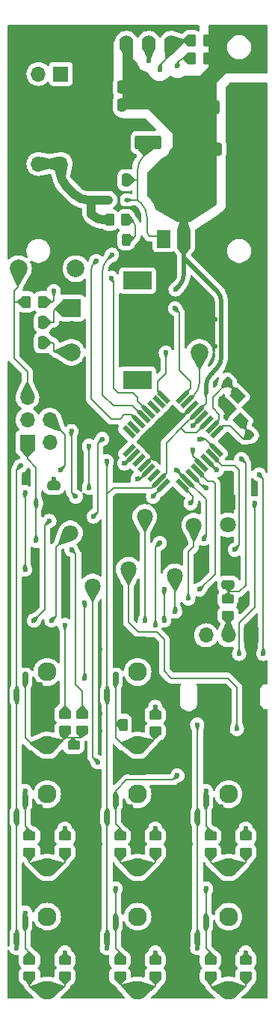
<source format=gbl>
G04 #@! TF.GenerationSoftware,KiCad,Pcbnew,8.0.5*
G04 #@! TF.CreationDate,2024-11-11T16:03:41-05:00*
G04 #@! TF.ProjectId,main,6d61696e-2e6b-4696-9361-645f70636258,rev?*
G04 #@! TF.SameCoordinates,Original*
G04 #@! TF.FileFunction,Copper,L2,Bot*
G04 #@! TF.FilePolarity,Positive*
%FSLAX46Y46*%
G04 Gerber Fmt 4.6, Leading zero omitted, Abs format (unit mm)*
G04 Created by KiCad (PCBNEW 8.0.5) date 2024-11-11 16:03:41*
%MOMM*%
%LPD*%
G01*
G04 APERTURE LIST*
G04 Aperture macros list*
%AMRoundRect*
0 Rectangle with rounded corners*
0 $1 Rounding radius*
0 $2 $3 $4 $5 $6 $7 $8 $9 X,Y pos of 4 corners*
0 Add a 4 corners polygon primitive as box body*
4,1,4,$2,$3,$4,$5,$6,$7,$8,$9,$2,$3,0*
0 Add four circle primitives for the rounded corners*
1,1,$1+$1,$2,$3*
1,1,$1+$1,$4,$5*
1,1,$1+$1,$6,$7*
1,1,$1+$1,$8,$9*
0 Add four rect primitives between the rounded corners*
20,1,$1+$1,$2,$3,$4,$5,0*
20,1,$1+$1,$4,$5,$6,$7,0*
20,1,$1+$1,$6,$7,$8,$9,0*
20,1,$1+$1,$8,$9,$2,$3,0*%
%AMRotRect*
0 Rectangle, with rotation*
0 The origin of the aperture is its center*
0 $1 length*
0 $2 width*
0 $3 Rotation angle, in degrees counterclockwise*
0 Add horizontal line*
21,1,$1,$2,0,0,$3*%
G04 Aperture macros list end*
G04 #@! TA.AperFunction,ComponentPad*
%ADD10R,1.930000X1.830000*%
G04 #@! TD*
G04 #@! TA.AperFunction,ComponentPad*
%ADD11C,2.130000*%
G04 #@! TD*
G04 #@! TA.AperFunction,ComponentPad*
%ADD12R,1.800000X1.800000*%
G04 #@! TD*
G04 #@! TA.AperFunction,ComponentPad*
%ADD13C,1.800000*%
G04 #@! TD*
G04 #@! TA.AperFunction,ComponentPad*
%ADD14O,1.600000X2.000000*%
G04 #@! TD*
G04 #@! TA.AperFunction,ComponentPad*
%ADD15R,2.000000X2.000000*%
G04 #@! TD*
G04 #@! TA.AperFunction,ComponentPad*
%ADD16C,2.000000*%
G04 #@! TD*
G04 #@! TA.AperFunction,ComponentPad*
%ADD17R,3.200000X2.000000*%
G04 #@! TD*
G04 #@! TA.AperFunction,ComponentPad*
%ADD18R,1.700000X1.700000*%
G04 #@! TD*
G04 #@! TA.AperFunction,ComponentPad*
%ADD19O,1.700000X1.700000*%
G04 #@! TD*
G04 #@! TA.AperFunction,SMDPad,CuDef*
%ADD20RoundRect,0.250000X0.450000X-0.262500X0.450000X0.262500X-0.450000X0.262500X-0.450000X-0.262500X0*%
G04 #@! TD*
G04 #@! TA.AperFunction,SMDPad,CuDef*
%ADD21RoundRect,0.243750X-0.243750X-0.456250X0.243750X-0.456250X0.243750X0.456250X-0.243750X0.456250X0*%
G04 #@! TD*
G04 #@! TA.AperFunction,SMDPad,CuDef*
%ADD22RoundRect,0.250000X0.262500X0.450000X-0.262500X0.450000X-0.262500X-0.450000X0.262500X-0.450000X0*%
G04 #@! TD*
G04 #@! TA.AperFunction,SMDPad,CuDef*
%ADD23RoundRect,0.150000X0.150000X-0.587500X0.150000X0.587500X-0.150000X0.587500X-0.150000X-0.587500X0*%
G04 #@! TD*
G04 #@! TA.AperFunction,SMDPad,CuDef*
%ADD24RoundRect,0.250000X0.475000X-0.250000X0.475000X0.250000X-0.475000X0.250000X-0.475000X-0.250000X0*%
G04 #@! TD*
G04 #@! TA.AperFunction,SMDPad,CuDef*
%ADD25RotRect,1.600000X0.550000X225.000000*%
G04 #@! TD*
G04 #@! TA.AperFunction,SMDPad,CuDef*
%ADD26RotRect,1.600000X0.550000X135.000000*%
G04 #@! TD*
G04 #@! TA.AperFunction,SMDPad,CuDef*
%ADD27RoundRect,0.225000X0.017678X-0.335876X0.335876X-0.017678X-0.017678X0.335876X-0.335876X0.017678X0*%
G04 #@! TD*
G04 #@! TA.AperFunction,SMDPad,CuDef*
%ADD28RoundRect,0.250000X-0.262500X-0.450000X0.262500X-0.450000X0.262500X0.450000X-0.262500X0.450000X0*%
G04 #@! TD*
G04 #@! TA.AperFunction,SMDPad,CuDef*
%ADD29R,1.500000X2.000000*%
G04 #@! TD*
G04 #@! TA.AperFunction,SMDPad,CuDef*
%ADD30R,3.800000X2.000000*%
G04 #@! TD*
G04 #@! TA.AperFunction,SMDPad,CuDef*
%ADD31RoundRect,0.250000X0.250000X0.475000X-0.250000X0.475000X-0.250000X-0.475000X0.250000X-0.475000X0*%
G04 #@! TD*
G04 #@! TA.AperFunction,SMDPad,CuDef*
%ADD32RoundRect,0.250000X-0.250000X-0.475000X0.250000X-0.475000X0.250000X0.475000X-0.250000X0.475000X0*%
G04 #@! TD*
G04 #@! TA.AperFunction,SMDPad,CuDef*
%ADD33RoundRect,0.250000X-0.475000X0.250000X-0.475000X-0.250000X0.475000X-0.250000X0.475000X0.250000X0*%
G04 #@! TD*
G04 #@! TA.AperFunction,SMDPad,CuDef*
%ADD34RoundRect,0.250000X-1.250000X-0.550000X1.250000X-0.550000X1.250000X0.550000X-1.250000X0.550000X0*%
G04 #@! TD*
G04 #@! TA.AperFunction,SMDPad,CuDef*
%ADD35RotRect,1.400000X1.200000X315.000000*%
G04 #@! TD*
G04 #@! TA.AperFunction,SMDPad,CuDef*
%ADD36RoundRect,0.250000X1.250000X0.550000X-1.250000X0.550000X-1.250000X-0.550000X1.250000X-0.550000X0*%
G04 #@! TD*
G04 #@! TA.AperFunction,SMDPad,CuDef*
%ADD37RoundRect,0.112500X0.187500X0.112500X-0.187500X0.112500X-0.187500X-0.112500X0.187500X-0.112500X0*%
G04 #@! TD*
G04 #@! TA.AperFunction,ViaPad*
%ADD38C,0.600000*%
G04 #@! TD*
G04 #@! TA.AperFunction,Conductor*
%ADD39C,1.000000*%
G04 #@! TD*
G04 #@! TA.AperFunction,Conductor*
%ADD40C,0.200000*%
G04 #@! TD*
G04 #@! TA.AperFunction,Conductor*
%ADD41C,0.500000*%
G04 #@! TD*
G04 APERTURE END LIST*
D10*
X35000000Y-116850000D03*
D11*
X35000000Y-128250000D03*
X35000000Y-119950000D03*
D10*
X35000000Y-103000000D03*
D11*
X35000000Y-114400000D03*
X35000000Y-106100000D03*
D12*
X29925000Y-76600000D03*
D13*
X27385000Y-76600000D03*
D12*
X29900000Y-80075000D03*
D13*
X29900000Y-82615000D03*
D12*
X45250000Y-73175000D03*
D13*
X45250000Y-75715000D03*
D14*
X31200000Y-21400000D03*
X33740000Y-21400000D03*
X36280000Y-21400000D03*
X38820000Y-21400000D03*
D10*
X45300000Y-103000000D03*
D11*
X45300000Y-114400000D03*
X45300000Y-106100000D03*
D10*
X24750000Y-103000000D03*
D11*
X24750000Y-114400000D03*
X24750000Y-106100000D03*
D12*
X39200000Y-78925000D03*
D13*
X39200000Y-81465000D03*
D15*
X27500000Y-51200000D03*
D16*
X27500000Y-56200000D03*
X27500000Y-53700000D03*
D17*
X35000000Y-48100000D03*
X35000000Y-59300000D03*
D16*
X42000000Y-56200000D03*
X42000000Y-51200000D03*
D10*
X45300000Y-116850000D03*
D11*
X45300000Y-128250000D03*
X45300000Y-119950000D03*
D10*
X35000000Y-89200000D03*
D11*
X35000000Y-100600000D03*
X35000000Y-92300000D03*
D12*
X33950000Y-78175000D03*
D13*
X33950000Y-80715000D03*
D12*
X33275000Y-74750000D03*
D13*
X35815000Y-74750000D03*
D18*
X47830000Y-88170000D03*
D19*
X45290000Y-88170000D03*
X42750000Y-88170000D03*
D10*
X24750000Y-116850000D03*
D11*
X24750000Y-128250000D03*
X24750000Y-119950000D03*
D12*
X38825000Y-75750000D03*
D13*
X41365000Y-75750000D03*
D10*
X24750000Y-89200000D03*
D11*
X24750000Y-100600000D03*
X24750000Y-92300000D03*
D20*
X22750000Y-126662500D03*
X22750000Y-124837500D03*
X37000000Y-126662500D03*
X37000000Y-124837500D03*
D21*
X31812500Y-43500000D03*
X33687500Y-43500000D03*
D22*
X35162500Y-98250000D03*
X33337500Y-98250000D03*
D20*
X28750000Y-98912500D03*
X28750000Y-97087500D03*
D23*
X33450000Y-108687500D03*
X31550000Y-108687500D03*
X32500000Y-106812500D03*
D20*
X43250000Y-126662500D03*
X43250000Y-124837500D03*
X37000000Y-99000000D03*
X37000000Y-97175000D03*
D23*
X33450000Y-94937500D03*
X31550000Y-94937500D03*
X32500000Y-93062500D03*
D24*
X45250000Y-82450000D03*
X45250000Y-80550000D03*
D25*
X40025305Y-61264897D03*
X40590990Y-61830583D03*
X41156676Y-62396268D03*
X41722361Y-62961953D03*
X42288047Y-63527639D03*
X42853732Y-64093324D03*
X43419417Y-64659010D03*
X43985103Y-65224695D03*
D26*
X43985103Y-67275305D03*
X43419417Y-67840990D03*
X42853732Y-68406676D03*
X42288047Y-68972361D03*
X41722361Y-69538047D03*
X41156676Y-70103732D03*
X40590990Y-70669417D03*
X40025305Y-71235103D03*
D25*
X37974695Y-71235103D03*
X37409010Y-70669417D03*
X36843324Y-70103732D03*
X36277639Y-69538047D03*
X35711953Y-68972361D03*
X35146268Y-68406676D03*
X34580583Y-67840990D03*
X34014897Y-67275305D03*
D26*
X34014897Y-65224695D03*
X34580583Y-64659010D03*
X35146268Y-64093324D03*
X35711953Y-63527639D03*
X36277639Y-62961953D03*
X36843324Y-62396268D03*
X37409010Y-61830583D03*
X37974695Y-61264897D03*
D27*
X45201992Y-59548008D03*
X46298008Y-58451992D03*
D20*
X22750000Y-112662500D03*
X22750000Y-110837500D03*
D18*
X22510000Y-66380000D03*
D19*
X25050000Y-66380000D03*
X22510000Y-63840000D03*
X25050000Y-63840000D03*
X22510000Y-61300000D03*
X25050000Y-61300000D03*
D23*
X43700000Y-122437500D03*
X41800000Y-122437500D03*
X42750000Y-120562500D03*
D20*
X47250000Y-112662500D03*
X47250000Y-110837500D03*
X37000000Y-112662500D03*
X37000000Y-110837500D03*
D28*
X41087500Y-23000000D03*
X42912500Y-23000000D03*
D22*
X33662500Y-41250000D03*
X31837500Y-41250000D03*
D29*
X42550000Y-43400000D03*
X40250000Y-43400000D03*
D30*
X40250000Y-37100000D03*
D29*
X37950000Y-43400000D03*
D20*
X26750000Y-112662500D03*
X26750000Y-110837500D03*
X26750000Y-98912500D03*
X26750000Y-97087500D03*
D31*
X33200000Y-28250000D03*
X31300000Y-28250000D03*
D32*
X22350000Y-55100000D03*
X24250000Y-55100000D03*
D20*
X45250000Y-85912500D03*
X45250000Y-84087500D03*
X43250000Y-112662500D03*
X43250000Y-110837500D03*
D23*
X33450000Y-122437500D03*
X31550000Y-122437500D03*
X32500000Y-120562500D03*
D33*
X25500000Y-71300000D03*
X25500000Y-73200000D03*
D23*
X43700000Y-108687500D03*
X41800000Y-108687500D03*
X42750000Y-106812500D03*
D28*
X22387500Y-50500000D03*
X24212500Y-50500000D03*
D32*
X44050000Y-33250000D03*
X45950000Y-33250000D03*
D20*
X33000000Y-126662500D03*
X33000000Y-124837500D03*
D23*
X23200000Y-94937500D03*
X21300000Y-94937500D03*
X22250000Y-93062500D03*
D34*
X42800000Y-28500000D03*
X47200000Y-28500000D03*
D20*
X27750000Y-102412500D03*
X27750000Y-100587500D03*
X33000000Y-112662500D03*
X33000000Y-110837500D03*
D31*
X24250000Y-52800000D03*
X22350000Y-52800000D03*
D35*
X46323223Y-61121142D03*
X47878858Y-62676777D03*
X46676777Y-63878858D03*
X45121142Y-62323223D03*
D23*
X23200000Y-122437500D03*
X21300000Y-122437500D03*
X22250000Y-120562500D03*
D27*
X47701992Y-65548008D03*
X48798008Y-64451992D03*
D36*
X36200000Y-32500000D03*
X31800000Y-32500000D03*
D18*
X26300000Y-24760000D03*
D19*
X23760000Y-24760000D03*
X26300000Y-27300000D03*
X23760000Y-27300000D03*
X26300000Y-29840000D03*
X23760000Y-29840000D03*
X26300000Y-32380000D03*
X23760000Y-32380000D03*
X26300000Y-34920000D03*
X23760000Y-34920000D03*
D31*
X33200000Y-26250000D03*
X31300000Y-26250000D03*
D37*
X33800000Y-39000000D03*
X31700000Y-39000000D03*
D16*
X28000000Y-42250000D03*
X21500000Y-42250000D03*
X28000000Y-46750000D03*
X21500000Y-46750000D03*
D28*
X41087500Y-21000000D03*
X42912500Y-21000000D03*
D23*
X23200000Y-108687500D03*
X21300000Y-108687500D03*
X22250000Y-106812500D03*
D31*
X33700000Y-36750000D03*
X31800000Y-36750000D03*
D20*
X47250000Y-126662500D03*
X47250000Y-124837500D03*
X26750000Y-126662500D03*
X26750000Y-124837500D03*
D38*
X47250000Y-110000000D03*
X46250000Y-98750000D03*
X26750000Y-124000000D03*
X39250000Y-85500000D03*
X46750000Y-68250000D03*
X33500000Y-68750000D03*
X39250000Y-51250000D03*
X38200000Y-56250000D03*
X29500000Y-71500000D03*
X22250000Y-119500000D03*
X29500000Y-66750000D03*
X22250000Y-80750000D03*
X41250000Y-67250000D03*
X22250000Y-72000000D03*
X38000000Y-86500000D03*
X38000000Y-83000000D03*
X32500000Y-116750000D03*
X42000000Y-83000000D03*
X42750000Y-116750000D03*
X48250000Y-73250000D03*
X46500000Y-90250000D03*
X42750000Y-71500000D03*
X44000000Y-69500000D03*
X49250000Y-90250000D03*
X48750000Y-70000000D03*
X42750000Y-105750000D03*
X46000000Y-78500000D03*
X39500000Y-104000000D03*
X30000000Y-74750000D03*
X23250000Y-86500000D03*
X22250000Y-105750000D03*
X25000000Y-75250000D03*
X42000000Y-66000000D03*
X31000000Y-66000000D03*
X30500000Y-102500000D03*
X37000000Y-110000000D03*
X39500000Y-23900000D03*
X32100000Y-45200000D03*
X36250000Y-23250000D03*
X37500000Y-24250000D03*
X30300000Y-45900000D03*
X23500000Y-77500000D03*
X27500000Y-78500000D03*
X23500000Y-73250000D03*
X41000000Y-73250000D03*
X36750000Y-72500000D03*
X27500000Y-65100000D03*
X28000000Y-72500000D03*
X26250000Y-69500000D03*
X37000000Y-87000000D03*
X39421573Y-69500000D03*
X37000000Y-96250000D03*
X42500000Y-77250000D03*
X37500000Y-77750000D03*
X32000000Y-47800000D03*
X35000000Y-70500000D03*
X25500000Y-70500000D03*
X26750000Y-87000000D03*
X35815000Y-86500000D03*
X26750000Y-110000000D03*
X25250000Y-86500000D03*
X47250000Y-124000000D03*
X29000000Y-93000000D03*
X40750000Y-84000000D03*
X29000000Y-84500000D03*
X37000000Y-124000000D03*
X39000000Y-72500000D03*
X30750000Y-99000000D03*
X21500000Y-35000000D03*
X29500000Y-65500000D03*
X45500000Y-66500000D03*
X48250000Y-71500000D03*
X49000000Y-54250000D03*
X40000000Y-50200000D03*
X24750000Y-112250000D03*
X31500000Y-127750000D03*
X25500000Y-87750000D03*
X31000000Y-64750000D03*
X48750000Y-123500000D03*
X21250000Y-127750000D03*
X28800000Y-36500000D03*
X25500000Y-90250000D03*
X24750000Y-126500000D03*
X43750000Y-59750000D03*
X28500000Y-67750000D03*
X48750000Y-68500000D03*
X22000000Y-54000000D03*
X24000000Y-93750000D03*
X44500000Y-61500000D03*
X30250000Y-122500000D03*
X24500000Y-74250000D03*
X45250000Y-79750000D03*
X22750000Y-84000000D03*
X40750000Y-89250000D03*
X40500000Y-122500000D03*
X43750000Y-55500000D03*
X49000000Y-61500000D03*
X44000000Y-47500000D03*
X43600000Y-41400000D03*
X24000000Y-121500000D03*
X42250000Y-80750000D03*
X24750000Y-98000000D03*
X32000000Y-67500000D03*
X41250000Y-64500000D03*
X49000000Y-50250000D03*
X39500000Y-63250000D03*
X20750000Y-68000000D03*
X43000000Y-86000000D03*
X26700000Y-48300000D03*
X48500000Y-58900000D03*
X22250000Y-70250000D03*
X30750000Y-89750000D03*
X37250000Y-65000000D03*
X48750000Y-92500000D03*
X30250000Y-108750000D03*
X45250000Y-112000000D03*
X44500000Y-107500000D03*
X30200000Y-42900000D03*
X42250000Y-79000000D03*
X30250000Y-104000000D03*
X39500000Y-106000000D03*
X31900000Y-34800000D03*
X46500000Y-84750000D03*
X42800000Y-45550000D03*
X41750000Y-127750000D03*
X35000000Y-126500000D03*
X28800000Y-34400000D03*
X47750000Y-66750000D03*
X30750000Y-97000000D03*
X23200000Y-37200000D03*
X35000000Y-111750000D03*
X48750000Y-112500000D03*
X31300000Y-24200000D03*
X48500000Y-127750000D03*
X47750000Y-97750000D03*
X43750000Y-52500000D03*
X25350000Y-38550000D03*
X27750000Y-103500000D03*
X37000000Y-68250000D03*
X47400000Y-59800000D03*
X47350000Y-31050000D03*
X22900000Y-54000000D03*
X44750000Y-90250000D03*
X35000000Y-82750000D03*
X26750000Y-84250000D03*
X27200000Y-40050000D03*
X38250000Y-118000000D03*
X24000000Y-107500000D03*
X27500000Y-58100000D03*
X28750000Y-118000000D03*
X21200000Y-59400000D03*
X40750000Y-99500000D03*
X30750000Y-111750000D03*
X41000000Y-111750000D03*
X45000000Y-63500000D03*
X38500000Y-126750000D03*
X28000000Y-74000000D03*
X49000000Y-110250000D03*
X26750000Y-80000000D03*
X28250000Y-127750000D03*
X32500000Y-89250000D03*
X27500000Y-63750000D03*
X40500000Y-108750000D03*
X38900000Y-55100000D03*
X31600000Y-30400000D03*
X23500000Y-79250000D03*
X23000000Y-81750000D03*
X45250000Y-126000000D03*
X34250000Y-107500000D03*
X28250000Y-111750000D03*
X34250000Y-94000000D03*
X31500000Y-68500000D03*
X21250000Y-123500000D03*
X39300000Y-49100000D03*
X41750000Y-123500000D03*
X21750000Y-69000000D03*
X31500000Y-123500000D03*
X41750000Y-98250000D03*
X25500000Y-49300000D03*
D39*
X31228427Y-41250000D02*
X31837500Y-41250000D01*
X29750000Y-39000000D02*
X29750000Y-40600000D01*
X26290000Y-34930000D02*
X26300000Y-34920000D01*
X26300000Y-34920000D02*
X23760000Y-34920000D01*
X29750000Y-40600000D02*
X29814214Y-40664214D01*
X31700000Y-39000000D02*
X29328427Y-39000000D01*
X26290000Y-35961573D02*
X26290000Y-34930000D01*
X26875787Y-37375787D02*
X27914214Y-38414214D01*
X26290000Y-35961573D02*
G75*
G03*
X26875773Y-37375801I2000000J-27D01*
G01*
X29328427Y-39000000D02*
G75*
G02*
X27914200Y-38414228I-27J2000000D01*
G01*
X31228427Y-41250000D02*
G75*
G02*
X29814200Y-40664228I-27J2000000D01*
G01*
D40*
X35000000Y-35578427D02*
X35000000Y-37500000D01*
X36050000Y-40878427D02*
X36050000Y-42385786D01*
X35000000Y-39000000D02*
X35464214Y-39464214D01*
X33800000Y-39000000D02*
X35000000Y-39000000D01*
X35614213Y-34135787D02*
X35585786Y-34164214D01*
X33700000Y-36750000D02*
X35000000Y-36750000D01*
X36350000Y-43100000D02*
X37235786Y-43100000D01*
X36342893Y-43092893D02*
X36350000Y-43100000D01*
X35000000Y-37500000D02*
X35000000Y-39000000D01*
X37942893Y-43392893D02*
X37950000Y-43400000D01*
X35000000Y-36750000D02*
X35000000Y-37500000D01*
X35000000Y-35578427D02*
G75*
G02*
X35585772Y-34164200I2000000J27D01*
G01*
X36050000Y-40878427D02*
G75*
G03*
X35464228Y-39464200I-2000000J27D01*
G01*
X37235786Y-43100000D02*
G75*
G02*
X37942900Y-43392886I14J-1000000D01*
G01*
X36200000Y-32721573D02*
G75*
G02*
X35614227Y-34135801I-2000000J-27D01*
G01*
X36050000Y-42385786D02*
G75*
G03*
X36342886Y-43092900I1000000J-14D01*
G01*
X46600000Y-114400000D02*
X45300000Y-114400000D01*
X47250000Y-113750000D02*
X46600000Y-114400000D01*
X47250000Y-112662500D02*
X47250000Y-113750000D01*
X43250000Y-113750000D02*
X43900000Y-114400000D01*
X43250000Y-112662500D02*
X43250000Y-113750000D01*
X43900000Y-114400000D02*
X45300000Y-114400000D01*
X26750000Y-127750000D02*
X26250000Y-128250000D01*
X26250000Y-128250000D02*
X24750000Y-128250000D01*
X26750000Y-126662500D02*
X26750000Y-127750000D01*
X22750000Y-126662500D02*
X22750000Y-127750000D01*
X22750000Y-127750000D02*
X23250000Y-128250000D01*
X23250000Y-128250000D02*
X24750000Y-128250000D01*
X46250000Y-94050000D02*
X45200000Y-93000000D01*
X37200000Y-87800000D02*
X35050000Y-87800000D01*
X33950000Y-86700000D02*
X33950000Y-80715000D01*
X38800000Y-93000000D02*
X38000000Y-92200000D01*
X35050000Y-87800000D02*
X33950000Y-86700000D01*
X38000000Y-92200000D02*
X38000000Y-88600000D01*
X45200000Y-93000000D02*
X38800000Y-93000000D01*
X38000000Y-88600000D02*
X37200000Y-87800000D01*
X46250000Y-98750000D02*
X46250000Y-94050000D01*
X47250000Y-110837500D02*
X47250000Y-110000000D01*
X39250000Y-81515000D02*
X39200000Y-81465000D01*
X39250000Y-85500000D02*
X39250000Y-81515000D01*
X26750000Y-124837500D02*
X26750000Y-124000000D01*
X46500000Y-83250000D02*
X45250000Y-83250000D01*
X45250000Y-83250000D02*
X45250000Y-84087500D01*
X33500000Y-68750000D02*
X33671573Y-68750000D01*
X33671573Y-68750000D02*
X34580583Y-67840990D01*
X47250000Y-82500000D02*
X46500000Y-83250000D01*
X46750000Y-68250000D02*
X47250000Y-68750000D01*
X47250000Y-68750000D02*
X47250000Y-82500000D01*
X45250000Y-82450000D02*
X45250000Y-83250000D01*
X27500000Y-51200000D02*
X25800000Y-51200000D01*
X39250000Y-51250000D02*
X39750000Y-51750000D01*
X39750000Y-58250000D02*
X41000000Y-59500000D01*
X41000000Y-60290202D02*
X40025305Y-61264897D01*
X25800000Y-51200000D02*
X25500000Y-51500000D01*
X39750000Y-51750000D02*
X39750000Y-58250000D01*
X41000000Y-59500000D02*
X41000000Y-60290202D01*
X25500000Y-51500000D02*
X25500000Y-52800000D01*
X25500000Y-52800000D02*
X24250000Y-52800000D01*
X34457107Y-41407107D02*
X34300000Y-41250000D01*
X34642893Y-43207107D02*
X34750000Y-43100000D01*
X34750000Y-43100000D02*
X34750000Y-42114214D01*
X33687500Y-43500000D02*
X33935786Y-43500000D01*
X34300000Y-41250000D02*
X33662500Y-41250000D01*
X34457107Y-41407107D02*
G75*
G02*
X34749990Y-42114214I-707107J-707093D01*
G01*
X34642893Y-43207107D02*
G75*
G02*
X33935786Y-43499990I-707093J707107D01*
G01*
X43250000Y-126662500D02*
X43250000Y-127750000D01*
X46750000Y-128250000D02*
X45300000Y-128250000D01*
X43250000Y-127750000D02*
X43750000Y-128250000D01*
X43750000Y-128250000D02*
X45300000Y-128250000D01*
X47250000Y-126662500D02*
X47250000Y-127750000D01*
X47250000Y-127750000D02*
X46750000Y-128250000D01*
X33000000Y-126662500D02*
X33000000Y-127500000D01*
X33750000Y-128250000D02*
X35000000Y-128250000D01*
X33000000Y-127500000D02*
X33750000Y-128250000D01*
X37000000Y-127750000D02*
X36500000Y-128250000D01*
X37000000Y-126662500D02*
X37000000Y-127750000D01*
X36500000Y-128250000D02*
X35000000Y-128250000D01*
X26214214Y-56200000D02*
X27500000Y-56200000D01*
X24250000Y-55100000D02*
X25350000Y-55100000D01*
X25500000Y-56000000D02*
X25500000Y-55250000D01*
X37250000Y-59500000D02*
X38200000Y-58550000D01*
X27500000Y-56200000D02*
X25700000Y-56200000D01*
X38200000Y-58550000D02*
X38200000Y-56250000D01*
X37250000Y-60540202D02*
X37250000Y-59500000D01*
X25700000Y-56200000D02*
X25500000Y-56000000D01*
X25350000Y-55100000D02*
X25500000Y-55250000D01*
X37974695Y-61264897D02*
X37250000Y-60540202D01*
X32500000Y-98250000D02*
X33337500Y-98250000D01*
X36150000Y-100600000D02*
X35000000Y-100600000D01*
X32500000Y-93062500D02*
X32500000Y-98250000D01*
X37000000Y-99000000D02*
X37000000Y-99750000D01*
X32500000Y-99750000D02*
X33350000Y-100600000D01*
X33350000Y-100600000D02*
X35000000Y-100600000D01*
X37000000Y-99750000D02*
X36150000Y-100600000D01*
X32500000Y-98250000D02*
X32500000Y-99750000D01*
X45201992Y-59548008D02*
X45250089Y-59548008D01*
X43500000Y-62500000D02*
X43500000Y-61250000D01*
X45750000Y-60547919D02*
X46323223Y-61121142D01*
X43500000Y-61250000D02*
X45201992Y-59548008D01*
X45201992Y-59548008D02*
X45750000Y-60096016D01*
X44250000Y-63828427D02*
X44250000Y-63250000D01*
X45750000Y-60096016D02*
X45750000Y-60547919D01*
X44250000Y-63250000D02*
X43500000Y-62500000D01*
X43419417Y-64659010D02*
X44250000Y-63828427D01*
X44709798Y-64500000D02*
X45500000Y-64500000D01*
X47250000Y-66000000D02*
X47701992Y-65548008D01*
X47250000Y-65096016D02*
X47701992Y-65548008D01*
X46676777Y-63878858D02*
X47250000Y-64452081D01*
X47250000Y-64452081D02*
X47250000Y-65096016D01*
X43985103Y-65224695D02*
X44709798Y-64500000D01*
X45500000Y-64500000D02*
X47000000Y-66000000D01*
X47000000Y-66000000D02*
X47250000Y-66000000D01*
X22250000Y-123500000D02*
X22250000Y-120562500D01*
X22750000Y-124000000D02*
X22250000Y-123500000D01*
X22750000Y-124837500D02*
X22750000Y-124000000D01*
X41250000Y-67934314D02*
X41250000Y-67250000D01*
X22250000Y-72000000D02*
X22250000Y-80750000D01*
X22250000Y-120562500D02*
X22250000Y-119500000D01*
X29500000Y-71500000D02*
X29500000Y-66750000D01*
X42288047Y-68972361D02*
X41250000Y-67934314D01*
X43750000Y-71000000D02*
X43500000Y-70750000D01*
X43500000Y-70750000D02*
X42934314Y-70750000D01*
X33000000Y-124000000D02*
X32500000Y-123500000D01*
X38000000Y-83000000D02*
X38000000Y-86500000D01*
X43750000Y-81250000D02*
X43750000Y-71000000D01*
X32500000Y-123500000D02*
X32500000Y-120562500D01*
X32500000Y-116750000D02*
X32500000Y-119500000D01*
X42934314Y-70750000D02*
X41722361Y-69538047D01*
X42000000Y-83000000D02*
X43750000Y-81250000D01*
X33000000Y-124837500D02*
X33000000Y-124000000D01*
X32500000Y-120562500D02*
X32500000Y-119500000D01*
X46500000Y-90250000D02*
X46500000Y-86750000D01*
X42750000Y-120562500D02*
X42750000Y-119500000D01*
X42750000Y-71500000D02*
X42552944Y-71500000D01*
X42750000Y-123500000D02*
X42750000Y-120562500D01*
X43250000Y-124837500D02*
X43250000Y-124000000D01*
X43250000Y-124000000D02*
X42750000Y-123500000D01*
X42552944Y-71500000D02*
X41156676Y-70103732D01*
X48250000Y-85000000D02*
X48250000Y-73250000D01*
X46500000Y-86750000D02*
X48250000Y-85000000D01*
X42750000Y-119500000D02*
X42750000Y-116750000D01*
X42750000Y-109750000D02*
X42750000Y-106812500D01*
X49250000Y-70500000D02*
X48750000Y-70000000D01*
X43250000Y-110837500D02*
X43250000Y-110250000D01*
X49250000Y-90250000D02*
X49250000Y-70500000D01*
X42750000Y-106812500D02*
X42750000Y-105750000D01*
X43250000Y-110250000D02*
X42750000Y-109750000D01*
X42853732Y-68406676D02*
X43947056Y-69500000D01*
X33000000Y-110000000D02*
X32500000Y-109500000D01*
X32500000Y-105750000D02*
X32500000Y-106812500D01*
X39500000Y-104000000D02*
X39000000Y-104500000D01*
X32500000Y-109500000D02*
X32500000Y-106812500D01*
X44578427Y-69000000D02*
X43419417Y-67840990D01*
X46500000Y-69500000D02*
X46000000Y-69000000D01*
X46500000Y-78000000D02*
X46500000Y-69500000D01*
X33000000Y-110837500D02*
X33000000Y-110000000D01*
X46000000Y-78500000D02*
X46500000Y-78000000D01*
X39000000Y-104500000D02*
X33750000Y-104500000D01*
X46000000Y-69000000D02*
X44578427Y-69000000D01*
X33750000Y-104500000D02*
X32500000Y-105750000D01*
X24500000Y-85250000D02*
X23250000Y-86500000D01*
X22250000Y-106812500D02*
X22250000Y-105750000D01*
X22750000Y-110837500D02*
X22750000Y-110250000D01*
X22750000Y-110250000D02*
X22250000Y-109750000D01*
X30500000Y-74250000D02*
X30000000Y-74750000D01*
X43985103Y-67275305D02*
X42709798Y-66000000D01*
X25000000Y-75250000D02*
X24500000Y-75750000D01*
X42709798Y-66000000D02*
X42000000Y-66000000D01*
X22250000Y-109750000D02*
X22250000Y-106812500D01*
X31000000Y-66000000D02*
X30500000Y-66500000D01*
X30500000Y-66500000D02*
X30500000Y-74250000D01*
X24500000Y-75750000D02*
X24500000Y-85250000D01*
X37000000Y-110837500D02*
X37000000Y-110000000D01*
X29900000Y-101900000D02*
X29900000Y-82615000D01*
X30500000Y-102500000D02*
X29900000Y-101900000D01*
X36250000Y-23250000D02*
X36280000Y-23220000D01*
X39500000Y-23900000D02*
X39500000Y-23500000D01*
X39500000Y-23500000D02*
X39707107Y-23292893D01*
X31000000Y-61000000D02*
X31000000Y-47128427D01*
X36280000Y-23220000D02*
X36280000Y-21400000D01*
X35711953Y-63527639D02*
X34434314Y-62250000D01*
X32250000Y-62250000D02*
X31000000Y-61000000D01*
X40414214Y-23000000D02*
X41087500Y-23000000D01*
X34434314Y-62250000D02*
X32250000Y-62250000D01*
X31585786Y-45714214D02*
X32100000Y-45200000D01*
X31000000Y-47128427D02*
G75*
G02*
X31585772Y-45714200I2000000J27D01*
G01*
X39707107Y-23292893D02*
G75*
G02*
X40414214Y-23000010I707093J-707107D01*
G01*
X32000000Y-63750000D02*
X33000000Y-63750000D01*
X39634214Y-21000000D02*
X41087500Y-21000000D01*
X37792893Y-23507107D02*
X38234214Y-23065786D01*
X38820000Y-21651573D02*
X38820000Y-21400000D01*
X38820000Y-21400000D02*
X38927107Y-21292893D01*
X29750000Y-61500000D02*
X32000000Y-63750000D01*
X37500000Y-24250000D02*
X37500000Y-24214214D01*
X33000000Y-63750000D02*
X33500000Y-63250000D01*
X30300000Y-45900000D02*
X30042893Y-46157107D01*
X33500000Y-63250000D02*
X34302944Y-63250000D01*
X29750000Y-46864214D02*
X29750000Y-61500000D01*
X34302944Y-63250000D02*
X35146268Y-64093324D01*
X39634214Y-21000000D02*
G75*
G03*
X38927100Y-21292886I-14J-1000000D01*
G01*
X30042893Y-46157107D02*
G75*
G03*
X29750010Y-46864214I707107J-707093D01*
G01*
X37792893Y-23507107D02*
G75*
G03*
X37500010Y-24214214I707107J-707093D01*
G01*
X38234214Y-23065786D02*
G75*
G03*
X38819981Y-21651573I-1414214J1414186D01*
G01*
X28000000Y-79000000D02*
X28000000Y-93750000D01*
X41000000Y-73250000D02*
X41250000Y-73000000D01*
X22510000Y-68260000D02*
X23500000Y-69250000D01*
X41250000Y-72500000D02*
X40025305Y-71275305D01*
X23500000Y-69250000D02*
X23500000Y-73250000D01*
X27500000Y-78500000D02*
X28000000Y-79000000D01*
X28750000Y-94500000D02*
X28750000Y-97087500D01*
X22510000Y-66380000D02*
X22510000Y-68260000D01*
X41250000Y-73000000D02*
X41250000Y-72500000D01*
X28000000Y-93750000D02*
X28750000Y-94500000D01*
X40025305Y-71275305D02*
X40025305Y-71235103D01*
X23500000Y-73250000D02*
X23500000Y-77500000D01*
X27500000Y-65100000D02*
X27500000Y-72000000D01*
X27500000Y-72000000D02*
X28000000Y-72500000D01*
X36750000Y-72500000D02*
X36750000Y-72459798D01*
X36750000Y-72459798D02*
X37974695Y-71235103D01*
X37500000Y-77750000D02*
X37000000Y-78250000D01*
X39421573Y-69500000D02*
X40590990Y-70669417D01*
X26250000Y-69500000D02*
X26750000Y-69000000D01*
X42750000Y-77000000D02*
X42750000Y-72828427D01*
X37000000Y-97175000D02*
X37000000Y-96250000D01*
X26750000Y-69000000D02*
X26750000Y-65540000D01*
X37000000Y-78250000D02*
X37000000Y-87000000D01*
X42500000Y-77250000D02*
X42750000Y-77000000D01*
X26750000Y-65540000D02*
X25050000Y-63840000D01*
X42750000Y-72828427D02*
X40590990Y-70669417D01*
X21450000Y-48814214D02*
X21450000Y-46800000D01*
X22500000Y-58400000D02*
X22500000Y-61290000D01*
X35000000Y-61684314D02*
X35000000Y-61250000D01*
X36277639Y-62961953D02*
X35000000Y-61684314D01*
X35000000Y-61250000D02*
X34500000Y-60750000D01*
X32007107Y-47807107D02*
X32000000Y-47800000D01*
X21450000Y-46800000D02*
X21500000Y-46750000D01*
X21400000Y-57300000D02*
X22500000Y-58400000D01*
X21000000Y-49264214D02*
X21450000Y-48814214D01*
X21000000Y-50500000D02*
X21000000Y-49264214D01*
X32750000Y-60750000D02*
X32300000Y-60300000D01*
X22387500Y-50500000D02*
X21000000Y-50500000D01*
X22500000Y-61290000D02*
X22510000Y-61300000D01*
X34500000Y-60750000D02*
X32750000Y-60750000D01*
X32300000Y-60300000D02*
X32300000Y-48514214D01*
X21000000Y-56900000D02*
X21000000Y-50500000D01*
X21400000Y-57300000D02*
X21000000Y-56900000D01*
X32300000Y-48514214D02*
G75*
G03*
X32007114Y-47807100I-1000000J14D01*
G01*
X26750000Y-99750000D02*
X27750000Y-99750000D01*
X25900000Y-100600000D02*
X26750000Y-99750000D01*
X27750000Y-99750000D02*
X28500000Y-99750000D01*
X28750000Y-99500000D02*
X28750000Y-98912500D01*
X22250000Y-99750000D02*
X23100000Y-100600000D01*
X24750000Y-100600000D02*
X25900000Y-100600000D01*
X23100000Y-100600000D02*
X24750000Y-100600000D01*
X26750000Y-98912500D02*
X26750000Y-99750000D01*
X27750000Y-100587500D02*
X27750000Y-99750000D01*
X28500000Y-99750000D02*
X28750000Y-99500000D01*
X22250000Y-93062500D02*
X22250000Y-99750000D01*
X40590990Y-61830583D02*
X41414214Y-61007359D01*
X42000000Y-59593146D02*
X42000000Y-56200000D01*
X41414214Y-61007359D02*
G75*
G03*
X42000032Y-59593146I-1414214J1414259D01*
G01*
X36277639Y-69538047D02*
X35315686Y-70500000D01*
X25500000Y-70500000D02*
X25500000Y-71300000D01*
X35315686Y-70500000D02*
X35000000Y-70500000D01*
X26750000Y-87000000D02*
X26750000Y-97087500D01*
X35815000Y-86500000D02*
X35815000Y-74750000D01*
X26750000Y-110837500D02*
X26750000Y-110000000D01*
X25750000Y-86000000D02*
X25750000Y-78235000D01*
X25250000Y-86500000D02*
X25750000Y-86000000D01*
X25750000Y-78235000D02*
X27385000Y-76600000D01*
X47250000Y-124837500D02*
X47250000Y-124000000D01*
X37000000Y-124837500D02*
X37000000Y-124000000D01*
X29000000Y-84500000D02*
X29000000Y-93000000D01*
X41365000Y-78135000D02*
X41365000Y-75750000D01*
X40750000Y-84000000D02*
X40750000Y-78750000D01*
X40750000Y-78750000D02*
X41365000Y-78135000D01*
X26100000Y-114400000D02*
X24750000Y-114400000D01*
X23400000Y-114400000D02*
X24750000Y-114400000D01*
X26750000Y-112662500D02*
X26750000Y-113750000D01*
X22750000Y-113750000D02*
X23400000Y-114400000D01*
X22750000Y-112662500D02*
X22750000Y-113750000D01*
X26750000Y-113750000D02*
X26100000Y-114400000D01*
X33650000Y-114400000D02*
X35000000Y-114400000D01*
X36350000Y-114400000D02*
X35000000Y-114400000D01*
X37000000Y-113750000D02*
X36350000Y-114400000D01*
X37000000Y-112662500D02*
X37000000Y-113750000D01*
X33000000Y-113750000D02*
X33650000Y-114400000D01*
X33000000Y-112662500D02*
X33000000Y-113750000D01*
X39500000Y-63250000D02*
X40302944Y-63250000D01*
X45000000Y-62444365D02*
X45121142Y-62323223D01*
X36434314Y-68250000D02*
X35711953Y-68972361D01*
X45250000Y-62194365D02*
X45371142Y-62073223D01*
X41315686Y-64500000D02*
X41250000Y-64500000D01*
X45121142Y-62121142D02*
X45121142Y-62323223D01*
X37000000Y-68250000D02*
X36434314Y-68250000D01*
X42288047Y-63527639D02*
X41315686Y-64500000D01*
X40302944Y-63250000D02*
X41156676Y-62396268D01*
X45371142Y-62073223D02*
X45371142Y-61938874D01*
X42912500Y-23000000D02*
X44550000Y-23000000D01*
X43385787Y-24864213D02*
X44257107Y-23992893D01*
X31550000Y-94937500D02*
X31550000Y-108687500D01*
X25500000Y-50300000D02*
X25300000Y-50500000D01*
X31500000Y-68500000D02*
X31550000Y-68550000D01*
X42214213Y-26364213D02*
X42100000Y-26250000D01*
X34364213Y-28235787D02*
X34350000Y-28250000D01*
X42414214Y-33250000D02*
X42800000Y-33250000D01*
X42800000Y-33050000D02*
X42800000Y-33250000D01*
X25500000Y-49300000D02*
X25500000Y-50300000D01*
X42800000Y-33050000D02*
X42800000Y-28500000D01*
X38250000Y-69828427D02*
X38250000Y-66434314D01*
D41*
X44500000Y-56671573D02*
X44500000Y-50578427D01*
D40*
X44050000Y-33250000D02*
X44050000Y-33750000D01*
X21300000Y-69450000D02*
X21300000Y-94937500D01*
X32300000Y-71500000D02*
X31550000Y-72250000D01*
X37409010Y-70669417D02*
X36578427Y-71500000D01*
X44550000Y-23000000D02*
X44550000Y-21550000D01*
X40835787Y-34414213D02*
X41707107Y-33542893D01*
X25300000Y-50500000D02*
X24212500Y-50500000D01*
X44550000Y-21550000D02*
X44292893Y-21292893D01*
X33200000Y-26250000D02*
X34950000Y-26250000D01*
X21300000Y-108687500D02*
X21300000Y-122437500D01*
X42100000Y-26250000D02*
X34950000Y-26250000D01*
X42750000Y-61934314D02*
X41722361Y-62961953D01*
X31550000Y-68550000D02*
X31550000Y-71500000D01*
X41697056Y-65250000D02*
X40375000Y-65250000D01*
X36578427Y-71500000D02*
X32300000Y-71500000D01*
X40375000Y-65250000D02*
X39904657Y-64779657D01*
X21300000Y-123450000D02*
X21250000Y-123500000D01*
X34350000Y-28250000D02*
X33200000Y-28250000D01*
D41*
X43335786Y-58664214D02*
X43914213Y-58085787D01*
D40*
X33750000Y-23221573D02*
X33750000Y-21410000D01*
X44550000Y-23285786D02*
X44550000Y-23000000D01*
X34950000Y-26250000D02*
X34950000Y-26821573D01*
X33750000Y-21410000D02*
X33740000Y-21400000D01*
X34950000Y-26250000D02*
X34950000Y-26078427D01*
X31550000Y-108687500D02*
X31550000Y-122437500D01*
X40500000Y-37600000D02*
X40000000Y-37100000D01*
D41*
X40250000Y-47321573D02*
X40250000Y-45500000D01*
X43914214Y-49164214D02*
X40250000Y-45500000D01*
D40*
X41800000Y-108687500D02*
X41800000Y-98300000D01*
X21300000Y-94937500D02*
X21300000Y-108687500D01*
D41*
X42750000Y-60750000D02*
X42751788Y-60748212D01*
D40*
X37409010Y-70669417D02*
X38250000Y-69828427D01*
X33740000Y-21400000D02*
X34000000Y-21660000D01*
X41800000Y-123450000D02*
X41750000Y-123500000D01*
X41800000Y-98300000D02*
X41750000Y-98250000D01*
D39*
X40250000Y-43400000D02*
X40250000Y-37100000D01*
D40*
X31550000Y-123450000D02*
X31500000Y-123500000D01*
X42853732Y-64093324D02*
X41697056Y-65250000D01*
X31550000Y-122437500D02*
X31550000Y-123450000D01*
X21750000Y-69000000D02*
X21300000Y-69450000D01*
X31550000Y-71500000D02*
X31550000Y-94937500D01*
X40092157Y-64592157D02*
X41722361Y-62961953D01*
X43585786Y-21000000D02*
X42912500Y-21000000D01*
X42800000Y-28500000D02*
X42800000Y-26278427D01*
X42750000Y-60750000D02*
X42750000Y-61934314D01*
X34364213Y-24664213D02*
X34335786Y-24635786D01*
X42800000Y-33250000D02*
X44050000Y-33250000D01*
X39904657Y-64779657D02*
X40092157Y-64592157D01*
X41800000Y-122437500D02*
X41800000Y-123450000D01*
X40250000Y-37100000D02*
X40250000Y-35828427D01*
D41*
X39300000Y-49100000D02*
X39664214Y-48735786D01*
D40*
X42800000Y-28500000D02*
X42800000Y-27778427D01*
D41*
X40250000Y-43400000D02*
X40250000Y-45500000D01*
D40*
X38250000Y-66434314D02*
X40092157Y-64592157D01*
X21300000Y-122437500D02*
X21300000Y-123450000D01*
X41800000Y-108687500D02*
X41800000Y-122437500D01*
D41*
X42751788Y-60748212D02*
X42751788Y-59947457D01*
X39664214Y-48735786D02*
G75*
G03*
X40249981Y-47321573I-1414214J1414186D01*
G01*
X43914213Y-58085787D02*
G75*
G03*
X44499981Y-56671573I-1414213J1414187D01*
G01*
D40*
X42800000Y-26278427D02*
G75*
G02*
X43385773Y-24864199I2000000J27D01*
G01*
X43585786Y-21000000D02*
G75*
G02*
X44292900Y-21292886I14J-1000000D01*
G01*
D41*
X44500000Y-50578427D02*
G75*
G03*
X43914228Y-49164200I-2000000J27D01*
G01*
D40*
X34335786Y-24635786D02*
G75*
G02*
X33750019Y-23221573I1414214J1414186D01*
G01*
D41*
X42751788Y-59947457D02*
G75*
G02*
X43335795Y-58664223I2014812J-142443D01*
G01*
D40*
X42414214Y-33250000D02*
G75*
G03*
X41707100Y-33542886I-14J-1000000D01*
G01*
X34364213Y-28235787D02*
G75*
G03*
X34949981Y-26821573I-1414213J1414187D01*
G01*
X42800000Y-27778427D02*
G75*
G03*
X42214227Y-26364199I-2000000J27D01*
G01*
X44257107Y-23992893D02*
G75*
G03*
X44549990Y-23285786I-707107J707093D01*
G01*
X34364213Y-24664213D02*
G75*
G02*
X34949981Y-26078427I-1414213J-1414187D01*
G01*
X40250000Y-35828427D02*
G75*
G02*
X40835773Y-34414199I2000000J27D01*
G01*
X45290000Y-87950000D02*
X45070000Y-88170000D01*
X45290000Y-86202500D02*
X45290000Y-87950000D01*
X45000000Y-85912500D02*
X45290000Y-86202500D01*
G04 #@! TA.AperFunction,Conductor*
G36*
X20455203Y-123701972D02*
G01*
X20491042Y-123754731D01*
X20524210Y-123849521D01*
X20579606Y-123937683D01*
X20620184Y-124002262D01*
X20747738Y-124129816D01*
X20900478Y-124225789D01*
X21070745Y-124285368D01*
X21070750Y-124285369D01*
X21249996Y-124305565D01*
X21250000Y-124305565D01*
X21250003Y-124305565D01*
X21422787Y-124286097D01*
X21491609Y-124298151D01*
X21542989Y-124345501D01*
X21560613Y-124413111D01*
X21560029Y-124421919D01*
X21549500Y-124524981D01*
X21549500Y-125150001D01*
X21549501Y-125150019D01*
X21560000Y-125252796D01*
X21560001Y-125252799D01*
X21615185Y-125419331D01*
X21615187Y-125419336D01*
X21707289Y-125568657D01*
X21800951Y-125662319D01*
X21834436Y-125723642D01*
X21829452Y-125793334D01*
X21800951Y-125837681D01*
X21707289Y-125931342D01*
X21615187Y-126080663D01*
X21615186Y-126080666D01*
X21560001Y-126247203D01*
X21560001Y-126247204D01*
X21560000Y-126247204D01*
X21549500Y-126349983D01*
X21549500Y-126975001D01*
X21549501Y-126975019D01*
X21560000Y-127077796D01*
X21560001Y-127077799D01*
X21615185Y-127244331D01*
X21615186Y-127244334D01*
X21707288Y-127393656D01*
X21831344Y-127517712D01*
X21894721Y-127556802D01*
X21927121Y-127585724D01*
X22149923Y-127869253D01*
X22172198Y-127913774D01*
X22190421Y-127981781D01*
X22190423Y-127981786D01*
X22203447Y-128004343D01*
X22203448Y-128004345D01*
X22269477Y-128118712D01*
X22269481Y-128118717D01*
X22381284Y-128230520D01*
X22381286Y-128230523D01*
X22423406Y-128272642D01*
X22430456Y-128280310D01*
X22453221Y-128307262D01*
X22493738Y-128343276D01*
X22499039Y-128348275D01*
X22881284Y-128730520D01*
X22881286Y-128730521D01*
X22881290Y-128730524D01*
X23007656Y-128803481D01*
X23028036Y-128818188D01*
X23213817Y-128983320D01*
X23250847Y-129042570D01*
X23249965Y-129112434D01*
X23211451Y-129170731D01*
X23147534Y-129198951D01*
X23131438Y-129200000D01*
X20374000Y-129200000D01*
X20306961Y-129180315D01*
X20261206Y-129127511D01*
X20250000Y-129076000D01*
X20250000Y-123795685D01*
X20269685Y-123728646D01*
X20322489Y-123682891D01*
X20391647Y-123672947D01*
X20455203Y-123701972D01*
G37*
G04 #@! TD.AperFunction*
G04 #@! TA.AperFunction,Conductor*
G36*
X29238020Y-100057501D02*
G01*
X29285990Y-100108301D01*
X29299500Y-100164586D01*
X29299500Y-101813330D01*
X29299499Y-101813348D01*
X29299499Y-101979054D01*
X29299498Y-101979054D01*
X29340423Y-102131785D01*
X29344260Y-102138430D01*
X29344263Y-102138436D01*
X29419477Y-102268712D01*
X29419481Y-102268717D01*
X29538349Y-102387585D01*
X29538355Y-102387590D01*
X29562710Y-102411945D01*
X29587465Y-102447337D01*
X29759765Y-102817834D01*
X29766124Y-102830126D01*
X29773026Y-102846137D01*
X29774209Y-102849518D01*
X29774211Y-102849522D01*
X29870184Y-103002262D01*
X29997738Y-103129816D01*
X30050499Y-103162968D01*
X30132721Y-103214632D01*
X30150478Y-103225789D01*
X30215457Y-103248526D01*
X30320745Y-103285368D01*
X30320750Y-103285369D01*
X30499996Y-103305565D01*
X30500000Y-103305565D01*
X30500004Y-103305565D01*
X30679249Y-103285369D01*
X30679251Y-103285368D01*
X30679255Y-103285368D01*
X30679258Y-103285366D01*
X30679262Y-103285366D01*
X30784545Y-103248526D01*
X30854324Y-103244964D01*
X30914951Y-103279692D01*
X30947179Y-103341686D01*
X30949500Y-103365567D01*
X30949500Y-107496238D01*
X30937274Y-107549928D01*
X30808088Y-107818872D01*
X30802762Y-107830584D01*
X30799197Y-107837427D01*
X30798251Y-107839614D01*
X30796499Y-107845643D01*
X30794657Y-107851448D01*
X30774642Y-107909511D01*
X30773646Y-107918103D01*
X30769550Y-107938404D01*
X30754856Y-107988981D01*
X30752401Y-107997434D01*
X30752401Y-107997436D01*
X30749500Y-108034298D01*
X30749500Y-109340701D01*
X30752401Y-109377567D01*
X30752402Y-109377573D01*
X30798255Y-109535396D01*
X30798297Y-109535493D01*
X30806800Y-109552861D01*
X30808101Y-109556153D01*
X30937274Y-109825069D01*
X30949500Y-109878759D01*
X30949500Y-121246238D01*
X30937274Y-121299928D01*
X30808088Y-121568872D01*
X30802762Y-121580584D01*
X30799197Y-121587427D01*
X30798251Y-121589614D01*
X30796499Y-121595643D01*
X30794657Y-121601448D01*
X30774642Y-121659511D01*
X30773646Y-121668103D01*
X30769550Y-121688404D01*
X30754856Y-121738981D01*
X30752401Y-121747434D01*
X30752401Y-121747436D01*
X30749500Y-121784298D01*
X30749500Y-123090701D01*
X30752401Y-123127567D01*
X30753788Y-123132339D01*
X30753588Y-123202208D01*
X30750998Y-123209983D01*
X30743309Y-123230749D01*
X30743307Y-123230760D01*
X30742996Y-123232878D01*
X30737356Y-123255799D01*
X30714631Y-123320745D01*
X30714631Y-123320746D01*
X30694435Y-123499996D01*
X30694435Y-123500003D01*
X30714630Y-123679249D01*
X30714631Y-123679254D01*
X30774211Y-123849523D01*
X30829606Y-123937683D01*
X30870184Y-124002262D01*
X30997738Y-124129816D01*
X31150478Y-124225789D01*
X31320745Y-124285368D01*
X31320750Y-124285369D01*
X31499996Y-124305565D01*
X31500000Y-124305565D01*
X31500003Y-124305565D01*
X31672787Y-124286097D01*
X31741609Y-124298151D01*
X31792989Y-124345501D01*
X31810613Y-124413111D01*
X31810029Y-124421919D01*
X31799500Y-124524981D01*
X31799500Y-125150001D01*
X31799501Y-125150019D01*
X31810000Y-125252796D01*
X31810001Y-125252799D01*
X31865185Y-125419331D01*
X31865187Y-125419336D01*
X31957289Y-125568657D01*
X32050951Y-125662319D01*
X32084436Y-125723642D01*
X32079452Y-125793334D01*
X32050951Y-125837681D01*
X31957289Y-125931342D01*
X31865187Y-126080663D01*
X31865186Y-126080666D01*
X31810001Y-126247203D01*
X31810001Y-126247204D01*
X31810000Y-126247204D01*
X31799500Y-126349983D01*
X31799500Y-126975001D01*
X31799501Y-126975019D01*
X31810000Y-127077796D01*
X31810001Y-127077799D01*
X31865185Y-127244331D01*
X31865186Y-127244334D01*
X31957288Y-127393656D01*
X32081344Y-127517712D01*
X32230666Y-127609814D01*
X32258701Y-127619104D01*
X32308956Y-127650736D01*
X32519668Y-127869252D01*
X32561345Y-127912473D01*
X32689718Y-128045601D01*
X32689820Y-128045705D01*
X32689823Y-128045709D01*
X32692604Y-128048569D01*
X32692765Y-128048733D01*
X32717812Y-128071459D01*
X32733388Y-128089417D01*
X32733684Y-128089185D01*
X32736418Y-128092663D01*
X33316141Y-128730522D01*
X33544244Y-128981500D01*
X33554333Y-128992600D01*
X33584855Y-129055451D01*
X33576553Y-129124825D01*
X33532062Y-129178698D01*
X33465507Y-129199965D01*
X33462570Y-129200000D01*
X26368560Y-129200000D01*
X26301521Y-129180315D01*
X26255766Y-129127511D01*
X26245822Y-129058353D01*
X26274847Y-128994797D01*
X26286172Y-128983327D01*
X26471964Y-128818185D01*
X26492331Y-128803488D01*
X26531899Y-128780642D01*
X26531904Y-128780639D01*
X26540469Y-128775694D01*
X26618716Y-128730520D01*
X26730520Y-128618716D01*
X26730521Y-128618714D01*
X27000990Y-128348243D01*
X27006258Y-128343275D01*
X27046779Y-128307261D01*
X27057953Y-128297026D01*
X27058453Y-128296554D01*
X27105047Y-128246161D01*
X27105049Y-128246156D01*
X27105465Y-128245600D01*
X27117187Y-128232047D01*
X27138237Y-128210997D01*
X27230520Y-128118716D01*
X27257804Y-128071459D01*
X27309574Y-127981790D01*
X27309574Y-127981788D01*
X27309577Y-127981784D01*
X27327800Y-127913772D01*
X27350073Y-127869254D01*
X27572876Y-127585724D01*
X27605276Y-127556804D01*
X27668656Y-127517712D01*
X27792712Y-127393656D01*
X27884814Y-127244334D01*
X27939999Y-127077797D01*
X27950500Y-126975009D01*
X27950499Y-126349992D01*
X27939999Y-126247203D01*
X27884814Y-126080666D01*
X27792712Y-125931344D01*
X27699049Y-125837681D01*
X27665564Y-125776358D01*
X27670548Y-125706666D01*
X27699049Y-125662319D01*
X27792712Y-125568656D01*
X27884814Y-125419334D01*
X27939999Y-125252797D01*
X27950500Y-125150009D01*
X27950499Y-124524992D01*
X27939999Y-124422203D01*
X27884814Y-124255666D01*
X27792712Y-124106344D01*
X27668656Y-123982288D01*
X27596338Y-123937682D01*
X27549615Y-123885735D01*
X27538216Y-123846027D01*
X27535368Y-123820745D01*
X27475789Y-123650478D01*
X27379816Y-123497738D01*
X27252262Y-123370184D01*
X27173582Y-123320746D01*
X27099523Y-123274211D01*
X26929254Y-123214631D01*
X26929249Y-123214630D01*
X26750004Y-123194435D01*
X26749996Y-123194435D01*
X26570750Y-123214630D01*
X26570745Y-123214631D01*
X26400476Y-123274211D01*
X26247737Y-123370184D01*
X26120184Y-123497737D01*
X26024210Y-123650478D01*
X25964630Y-123820750D01*
X25961782Y-123846030D01*
X25934714Y-123910443D01*
X25903660Y-123937682D01*
X25831344Y-123982287D01*
X25707289Y-124106342D01*
X25615187Y-124255663D01*
X25615185Y-124255668D01*
X25605343Y-124285369D01*
X25560001Y-124422203D01*
X25560001Y-124422204D01*
X25560000Y-124422204D01*
X25549500Y-124524983D01*
X25549500Y-125150001D01*
X25549501Y-125150019D01*
X25560000Y-125252796D01*
X25560001Y-125252799D01*
X25615185Y-125419331D01*
X25615187Y-125419336D01*
X25707289Y-125568657D01*
X25800951Y-125662319D01*
X25834436Y-125723642D01*
X25829452Y-125793334D01*
X25800951Y-125837681D01*
X25707289Y-125931342D01*
X25615187Y-126080663D01*
X25615186Y-126080666D01*
X25560001Y-126247203D01*
X25560001Y-126247204D01*
X25560000Y-126247204D01*
X25549500Y-126349983D01*
X25549500Y-126693556D01*
X25529815Y-126760595D01*
X25477011Y-126806350D01*
X25407853Y-126816294D01*
X25383350Y-126810172D01*
X25339893Y-126794464D01*
X25293962Y-126780012D01*
X25294070Y-126779666D01*
X25282212Y-126775964D01*
X25264004Y-126768422D01*
X25235261Y-126756516D01*
X24995658Y-126698993D01*
X24750000Y-126679659D01*
X24504341Y-126698993D01*
X24264741Y-126756516D01*
X24264739Y-126756516D01*
X24264738Y-126756517D01*
X24208597Y-126779771D01*
X24196953Y-126784594D01*
X24174636Y-126791458D01*
X24160103Y-126794466D01*
X24160098Y-126794467D01*
X24116648Y-126810172D01*
X24046909Y-126814447D01*
X23985930Y-126780339D01*
X23953071Y-126718679D01*
X23950499Y-126693555D01*
X23950499Y-126349998D01*
X23950498Y-126349981D01*
X23939999Y-126247203D01*
X23939998Y-126247200D01*
X23884814Y-126080666D01*
X23792712Y-125931344D01*
X23699049Y-125837681D01*
X23665564Y-125776358D01*
X23670548Y-125706666D01*
X23699049Y-125662319D01*
X23792712Y-125568656D01*
X23884814Y-125419334D01*
X23939999Y-125252797D01*
X23950500Y-125150009D01*
X23950499Y-124524992D01*
X23939999Y-124422203D01*
X23884814Y-124255666D01*
X23792712Y-124106344D01*
X23668656Y-123982288D01*
X23519334Y-123890186D01*
X23519333Y-123890185D01*
X23519332Y-123890185D01*
X23491295Y-123880894D01*
X23441041Y-123849262D01*
X23060281Y-123454398D01*
X23057386Y-123451421D01*
X23057237Y-123451269D01*
X23057235Y-123451267D01*
X23057226Y-123451258D01*
X23013444Y-123411534D01*
X23010671Y-123409486D01*
X22996660Y-123397425D01*
X22886818Y-123287582D01*
X22853334Y-123226259D01*
X22850500Y-123199901D01*
X22850500Y-121753758D01*
X22862726Y-121700068D01*
X22991893Y-121431164D01*
X22997269Y-121419352D01*
X23000789Y-121412603D01*
X23001740Y-121410404D01*
X23001744Y-121410398D01*
X23003672Y-121403759D01*
X23005524Y-121397927D01*
X23025369Y-121340443D01*
X23026360Y-121331879D01*
X23030461Y-121311551D01*
X23047597Y-121252571D01*
X23047598Y-121252569D01*
X23050500Y-121215694D01*
X23050500Y-120561284D01*
X23070185Y-120494245D01*
X23122989Y-120448490D01*
X23192147Y-120438546D01*
X23255703Y-120467571D01*
X23289061Y-120513831D01*
X23350815Y-120662920D01*
X23479563Y-120873018D01*
X23479564Y-120873020D01*
X23479567Y-120873023D01*
X23639601Y-121060399D01*
X23784648Y-121184280D01*
X23826979Y-121220435D01*
X23826981Y-121220436D01*
X24037079Y-121349184D01*
X24264735Y-121443482D01*
X24264736Y-121443482D01*
X24264738Y-121443483D01*
X24504345Y-121501007D01*
X24750000Y-121520341D01*
X24995655Y-121501007D01*
X25235262Y-121443483D01*
X25462920Y-121349184D01*
X25673023Y-121220433D01*
X25860399Y-121060399D01*
X26020433Y-120873023D01*
X26149184Y-120662920D01*
X26243483Y-120435262D01*
X26301007Y-120195655D01*
X26320341Y-119950000D01*
X26301007Y-119704345D01*
X26243483Y-119464738D01*
X26243482Y-119464735D01*
X26149184Y-119237079D01*
X26020436Y-119026981D01*
X26020435Y-119026979D01*
X25886519Y-118870184D01*
X25860399Y-118839601D01*
X25714077Y-118714630D01*
X25673020Y-118679564D01*
X25673018Y-118679563D01*
X25462920Y-118550815D01*
X25235264Y-118456517D01*
X24995658Y-118398993D01*
X24750000Y-118379659D01*
X24504341Y-118398993D01*
X24264735Y-118456517D01*
X24037079Y-118550815D01*
X23826981Y-118679563D01*
X23826979Y-118679564D01*
X23639601Y-118839601D01*
X23479564Y-119026979D01*
X23479563Y-119026981D01*
X23350815Y-119237079D01*
X23279373Y-119409555D01*
X23235531Y-119463959D01*
X23169237Y-119486023D01*
X23101538Y-119468743D01*
X23053928Y-119417606D01*
X23041592Y-119375984D01*
X23035369Y-119320750D01*
X23035368Y-119320745D01*
X22975788Y-119150476D01*
X22936582Y-119088080D01*
X22879816Y-118997738D01*
X22752262Y-118870184D01*
X22599523Y-118774211D01*
X22429254Y-118714631D01*
X22429249Y-118714630D01*
X22250004Y-118694435D01*
X22249996Y-118694435D01*
X22070750Y-118714630D01*
X22070742Y-118714632D01*
X22065454Y-118716483D01*
X21995675Y-118720044D01*
X21935048Y-118685315D01*
X21902821Y-118623322D01*
X21900500Y-118599441D01*
X21900500Y-113910333D01*
X21920185Y-113843294D01*
X21972989Y-113797539D01*
X22042147Y-113787595D01*
X22105703Y-113816620D01*
X22121994Y-113833712D01*
X22149922Y-113869252D01*
X22149924Y-113869254D01*
X22172198Y-113913774D01*
X22190421Y-113981782D01*
X22190423Y-113981785D01*
X22210160Y-114015971D01*
X22210161Y-114015972D01*
X22210163Y-114015975D01*
X22269479Y-114118715D01*
X22269481Y-114118717D01*
X22388349Y-114237585D01*
X22388355Y-114237590D01*
X22445398Y-114294633D01*
X22457440Y-114308617D01*
X22472213Y-114328609D01*
X23197696Y-115063191D01*
X23624425Y-115495273D01*
X23629100Y-115500006D01*
X23631095Y-115502013D01*
X23631273Y-115502191D01*
X23632486Y-115503342D01*
X23632416Y-115503414D01*
X23636004Y-115507095D01*
X23636151Y-115506949D01*
X23639595Y-115510392D01*
X23639601Y-115510399D01*
X23639607Y-115510404D01*
X23654391Y-115523031D01*
X23656755Y-115525102D01*
X23671140Y-115538037D01*
X23671142Y-115538038D01*
X23673462Y-115539746D01*
X23680485Y-115545319D01*
X23826967Y-115670426D01*
X23826975Y-115670431D01*
X23826977Y-115670433D01*
X23826982Y-115670436D01*
X24037079Y-115799184D01*
X24264735Y-115893482D01*
X24264736Y-115893482D01*
X24264738Y-115893483D01*
X24504345Y-115951007D01*
X24750000Y-115970341D01*
X24995655Y-115951007D01*
X25235262Y-115893483D01*
X25462920Y-115799184D01*
X25673023Y-115670433D01*
X25860399Y-115510399D01*
X25860404Y-115510392D01*
X25863850Y-115506948D01*
X25863963Y-115507061D01*
X25867896Y-115503075D01*
X25867882Y-115503061D01*
X26470258Y-114893130D01*
X27027785Y-114328610D01*
X27062721Y-114289348D01*
X27062729Y-114289333D01*
X27064636Y-114286719D01*
X27077171Y-114272062D01*
X27108506Y-114240728D01*
X27108511Y-114240724D01*
X27118714Y-114230520D01*
X27118716Y-114230520D01*
X27230520Y-114118716D01*
X27289837Y-114015975D01*
X27309577Y-113981785D01*
X27327801Y-113913771D01*
X27350074Y-113869254D01*
X27572879Y-113585720D01*
X27605276Y-113556804D01*
X27668656Y-113517712D01*
X27792712Y-113393656D01*
X27884814Y-113244334D01*
X27939999Y-113077797D01*
X27950500Y-112975009D01*
X27950499Y-112349992D01*
X27939999Y-112247203D01*
X27884814Y-112080666D01*
X27792712Y-111931344D01*
X27699049Y-111837681D01*
X27665564Y-111776358D01*
X27670548Y-111706666D01*
X27699049Y-111662319D01*
X27792712Y-111568656D01*
X27884814Y-111419334D01*
X27939999Y-111252797D01*
X27950500Y-111150009D01*
X27950499Y-110524992D01*
X27939999Y-110422203D01*
X27884814Y-110255666D01*
X27792712Y-110106344D01*
X27668656Y-109982288D01*
X27596338Y-109937682D01*
X27549615Y-109885735D01*
X27538216Y-109846027D01*
X27535368Y-109820745D01*
X27475789Y-109650478D01*
X27379816Y-109497738D01*
X27252262Y-109370184D01*
X27205329Y-109340694D01*
X27099523Y-109274211D01*
X26929254Y-109214631D01*
X26929249Y-109214630D01*
X26750004Y-109194435D01*
X26749996Y-109194435D01*
X26570750Y-109214630D01*
X26570745Y-109214631D01*
X26400476Y-109274211D01*
X26247737Y-109370184D01*
X26120184Y-109497737D01*
X26024210Y-109650478D01*
X25964630Y-109820750D01*
X25961782Y-109846030D01*
X25934714Y-109910443D01*
X25903660Y-109937682D01*
X25831344Y-109982287D01*
X25707289Y-110106342D01*
X25615187Y-110255663D01*
X25615186Y-110255666D01*
X25560001Y-110422203D01*
X25560001Y-110422204D01*
X25560000Y-110422204D01*
X25549500Y-110524983D01*
X25549500Y-111150001D01*
X25549501Y-111150019D01*
X25560000Y-111252796D01*
X25560001Y-111252799D01*
X25615185Y-111419331D01*
X25615187Y-111419336D01*
X25707289Y-111568657D01*
X25800951Y-111662319D01*
X25834436Y-111723642D01*
X25829452Y-111793334D01*
X25800951Y-111837681D01*
X25707289Y-111931342D01*
X25615187Y-112080663D01*
X25615186Y-112080666D01*
X25560001Y-112247203D01*
X25560001Y-112247204D01*
X25560000Y-112247204D01*
X25549500Y-112349983D01*
X25549500Y-112838877D01*
X25529815Y-112905916D01*
X25477011Y-112951671D01*
X25407853Y-112961615D01*
X25390310Y-112957779D01*
X25311112Y-112934339D01*
X25294682Y-112929959D01*
X25279175Y-112924706D01*
X25260785Y-112917089D01*
X25235262Y-112906517D01*
X25235256Y-112906515D01*
X25235252Y-112906514D01*
X24995658Y-112848993D01*
X24750000Y-112829659D01*
X24504341Y-112848993D01*
X24264741Y-112906515D01*
X24216551Y-112926475D01*
X24193116Y-112932934D01*
X24193216Y-112933387D01*
X24188889Y-112934338D01*
X24109688Y-112957778D01*
X24039819Y-112957928D01*
X23980960Y-112920279D01*
X23951799Y-112856785D01*
X23950499Y-112838886D01*
X23950499Y-112349992D01*
X23939999Y-112247203D01*
X23884814Y-112080666D01*
X23792712Y-111931344D01*
X23699049Y-111837681D01*
X23665564Y-111776358D01*
X23670548Y-111706666D01*
X23699049Y-111662319D01*
X23792712Y-111568656D01*
X23884814Y-111419334D01*
X23939999Y-111252797D01*
X23950500Y-111150009D01*
X23950499Y-110524992D01*
X23939999Y-110422203D01*
X23884814Y-110255666D01*
X23792712Y-110106344D01*
X23668656Y-109982288D01*
X23519334Y-109890186D01*
X23352797Y-109835001D01*
X23352794Y-109835000D01*
X23352792Y-109835000D01*
X23352789Y-109834999D01*
X23332190Y-109832894D01*
X23270203Y-109808591D01*
X22899906Y-109529732D01*
X22858195Y-109473679D01*
X22850500Y-109430678D01*
X22850500Y-108003758D01*
X22862726Y-107950068D01*
X22991893Y-107681164D01*
X22997269Y-107669352D01*
X23000789Y-107662603D01*
X23001740Y-107660404D01*
X23001744Y-107660398D01*
X23003672Y-107653759D01*
X23005524Y-107647927D01*
X23025369Y-107590443D01*
X23026360Y-107581879D01*
X23030461Y-107561551D01*
X23047597Y-107502571D01*
X23047598Y-107502569D01*
X23050500Y-107465694D01*
X23050500Y-106711284D01*
X23070185Y-106644245D01*
X23122989Y-106598490D01*
X23192147Y-106588546D01*
X23255703Y-106617571D01*
X23289061Y-106663831D01*
X23350815Y-106812920D01*
X23479563Y-107023018D01*
X23479564Y-107023020D01*
X23479567Y-107023023D01*
X23639601Y-107210399D01*
X23784648Y-107334280D01*
X23826979Y-107370435D01*
X23826981Y-107370436D01*
X24037079Y-107499184D01*
X24264735Y-107593482D01*
X24264736Y-107593482D01*
X24264738Y-107593483D01*
X24504345Y-107651007D01*
X24750000Y-107670341D01*
X24995655Y-107651007D01*
X25235262Y-107593483D01*
X25462920Y-107499184D01*
X25673023Y-107370433D01*
X25860399Y-107210399D01*
X26020433Y-107023023D01*
X26149184Y-106812920D01*
X26243483Y-106585262D01*
X26301007Y-106345655D01*
X26320341Y-106100000D01*
X26301007Y-105854345D01*
X26243483Y-105614738D01*
X26227983Y-105577318D01*
X26149184Y-105387079D01*
X26020436Y-105176981D01*
X26020435Y-105176979D01*
X25955116Y-105100501D01*
X25860399Y-104989601D01*
X25724254Y-104873322D01*
X25673020Y-104829564D01*
X25673018Y-104829563D01*
X25462920Y-104700815D01*
X25235264Y-104606517D01*
X24995658Y-104548993D01*
X24750000Y-104529659D01*
X24504341Y-104548993D01*
X24264735Y-104606517D01*
X24037079Y-104700815D01*
X23826981Y-104829563D01*
X23826979Y-104829564D01*
X23639601Y-104989601D01*
X23479564Y-105176979D01*
X23479563Y-105176981D01*
X23350815Y-105387079D01*
X23269290Y-105583899D01*
X23225449Y-105638302D01*
X23159155Y-105660367D01*
X23091455Y-105643088D01*
X23043845Y-105591950D01*
X23038490Y-105577030D01*
X23037668Y-105577318D01*
X22975788Y-105400476D01*
X22905925Y-105289290D01*
X22879816Y-105247738D01*
X22752262Y-105120184D01*
X22655807Y-105059577D01*
X22599523Y-105024211D01*
X22429254Y-104964631D01*
X22429249Y-104964630D01*
X22250004Y-104944435D01*
X22249996Y-104944435D01*
X22070750Y-104964630D01*
X22070742Y-104964632D01*
X22065454Y-104966483D01*
X21995675Y-104970044D01*
X21935048Y-104935315D01*
X21902821Y-104873322D01*
X21900500Y-104849441D01*
X21900500Y-100549097D01*
X21920185Y-100482058D01*
X21972989Y-100436303D01*
X22042147Y-100426359D01*
X22105703Y-100455384D01*
X22112177Y-100461412D01*
X22731284Y-101080520D01*
X22731286Y-101080521D01*
X22731290Y-101080524D01*
X22808778Y-101125261D01*
X22868216Y-101159577D01*
X22924653Y-101174699D01*
X22968442Y-101196404D01*
X23679430Y-101746555D01*
X23694668Y-101757828D01*
X23701429Y-101763205D01*
X23786901Y-101836205D01*
X23826974Y-101870431D01*
X23826976Y-101870432D01*
X23826977Y-101870433D01*
X23826982Y-101870436D01*
X24037079Y-101999184D01*
X24264735Y-102093482D01*
X24264736Y-102093482D01*
X24264738Y-102093483D01*
X24504345Y-102151007D01*
X24750000Y-102170341D01*
X24995655Y-102151007D01*
X25235262Y-102093483D01*
X25462920Y-101999184D01*
X25673023Y-101870433D01*
X25860399Y-101710399D01*
X25884401Y-101682293D01*
X25895991Y-101670432D01*
X25898620Y-101668079D01*
X26009916Y-101535341D01*
X26010630Y-101534499D01*
X26021599Y-101521658D01*
X26024412Y-101518054D01*
X26387859Y-101084595D01*
X26446015Y-101045873D01*
X26515875Y-101044739D01*
X26575259Y-101081554D01*
X26600581Y-101125261D01*
X26615184Y-101169328D01*
X26615187Y-101169336D01*
X26622474Y-101181150D01*
X26707288Y-101318656D01*
X26831344Y-101442712D01*
X26980666Y-101534814D01*
X27147203Y-101589999D01*
X27249991Y-101600500D01*
X28250008Y-101600499D01*
X28250016Y-101600498D01*
X28250019Y-101600498D01*
X28306302Y-101594748D01*
X28352797Y-101589999D01*
X28519334Y-101534814D01*
X28668656Y-101442712D01*
X28792712Y-101318656D01*
X28884814Y-101169334D01*
X28939999Y-101002797D01*
X28950500Y-100900009D01*
X28950499Y-100274992D01*
X28948005Y-100250584D01*
X28960773Y-100181895D01*
X28999923Y-100136632D01*
X29104064Y-100063230D01*
X29170201Y-100040699D01*
X29238020Y-100057501D01*
G37*
G04 #@! TD.AperFunction*
G04 #@! TA.AperFunction,Conductor*
G36*
X35933976Y-72120185D02*
G01*
X35979731Y-72172989D01*
X35989675Y-72242147D01*
X35983978Y-72265455D01*
X35964633Y-72320737D01*
X35964630Y-72320750D01*
X35944435Y-72499996D01*
X35944435Y-72500003D01*
X35964630Y-72679249D01*
X35964631Y-72679254D01*
X36024211Y-72849523D01*
X36088169Y-72951311D01*
X36120184Y-73002262D01*
X36247738Y-73129816D01*
X36350413Y-73194331D01*
X36396704Y-73246666D01*
X36407352Y-73315719D01*
X36378977Y-73379568D01*
X36320587Y-73417940D01*
X36250721Y-73418652D01*
X36244179Y-73416606D01*
X36159986Y-73387702D01*
X35969204Y-73355867D01*
X35931049Y-73349500D01*
X35698951Y-73349500D01*
X35653164Y-73357140D01*
X35470015Y-73387702D01*
X35250504Y-73463061D01*
X35250495Y-73463064D01*
X35046371Y-73573531D01*
X35046365Y-73573535D01*
X34863222Y-73716081D01*
X34863219Y-73716084D01*
X34706016Y-73886852D01*
X34579075Y-74081151D01*
X34485842Y-74293699D01*
X34428866Y-74518691D01*
X34428864Y-74518702D01*
X34409700Y-74749993D01*
X34409700Y-74750006D01*
X34428864Y-74981297D01*
X34428866Y-74981308D01*
X34485842Y-75206298D01*
X34523079Y-75291190D01*
X34527113Y-75301647D01*
X34537481Y-75332634D01*
X34537500Y-75332671D01*
X34565734Y-75388857D01*
X34568490Y-75394718D01*
X34579076Y-75418850D01*
X34582744Y-75424464D01*
X34589728Y-75436601D01*
X35201296Y-76653548D01*
X35214500Y-76709228D01*
X35214500Y-79703003D01*
X35194815Y-79770042D01*
X35142011Y-79815797D01*
X35072853Y-79825741D01*
X35009297Y-79796716D01*
X34999270Y-79786986D01*
X34901784Y-79681087D01*
X34901779Y-79681083D01*
X34901777Y-79681081D01*
X34718634Y-79538535D01*
X34718628Y-79538531D01*
X34514504Y-79428064D01*
X34514495Y-79428061D01*
X34294984Y-79352702D01*
X34123282Y-79324050D01*
X34066049Y-79314500D01*
X33833951Y-79314500D01*
X33788164Y-79322140D01*
X33605015Y-79352702D01*
X33385504Y-79428061D01*
X33385495Y-79428064D01*
X33181371Y-79538531D01*
X33181365Y-79538535D01*
X32998222Y-79681081D01*
X32998219Y-79681084D01*
X32841016Y-79851852D01*
X32714075Y-80046151D01*
X32620842Y-80258699D01*
X32563866Y-80483691D01*
X32563864Y-80483702D01*
X32544700Y-80714993D01*
X32544700Y-80715006D01*
X32563864Y-80946297D01*
X32563866Y-80946308D01*
X32620842Y-81171298D01*
X32658079Y-81256190D01*
X32662113Y-81266647D01*
X32672481Y-81297634D01*
X32684424Y-81321400D01*
X32700734Y-81353857D01*
X32703490Y-81359718D01*
X32714076Y-81383850D01*
X32717744Y-81389464D01*
X32724728Y-81401601D01*
X33042111Y-82033155D01*
X33161205Y-82270139D01*
X33336296Y-82618548D01*
X33349500Y-82674228D01*
X33349500Y-86613330D01*
X33349499Y-86613348D01*
X33349499Y-86779054D01*
X33349498Y-86779054D01*
X33381303Y-86897750D01*
X33390423Y-86931785D01*
X33408108Y-86962416D01*
X33409909Y-86965534D01*
X33409910Y-86965538D01*
X33469475Y-87068709D01*
X33469481Y-87068717D01*
X33588349Y-87187585D01*
X33588355Y-87187590D01*
X34565139Y-88164374D01*
X34565149Y-88164385D01*
X34569479Y-88168715D01*
X34569480Y-88168716D01*
X34681284Y-88280520D01*
X34747442Y-88318716D01*
X34818215Y-88359577D01*
X34970943Y-88400501D01*
X34970946Y-88400501D01*
X35136653Y-88400501D01*
X35136669Y-88400500D01*
X36899903Y-88400500D01*
X36966942Y-88420185D01*
X36987584Y-88436819D01*
X37363181Y-88812416D01*
X37396666Y-88873739D01*
X37399500Y-88900097D01*
X37399500Y-92113330D01*
X37399499Y-92113348D01*
X37399499Y-92279054D01*
X37399498Y-92279054D01*
X37399499Y-92279057D01*
X37440423Y-92431785D01*
X37457127Y-92460717D01*
X37519477Y-92568712D01*
X37519481Y-92568717D01*
X37638349Y-92687585D01*
X37638355Y-92687590D01*
X38315139Y-93364374D01*
X38315149Y-93364385D01*
X38319479Y-93368715D01*
X38319480Y-93368716D01*
X38431284Y-93480520D01*
X38517042Y-93530032D01*
X38517043Y-93530033D01*
X38568209Y-93559574D01*
X38568210Y-93559575D01*
X38568212Y-93559575D01*
X38568215Y-93559577D01*
X38720943Y-93600501D01*
X38720946Y-93600501D01*
X38886653Y-93600501D01*
X38886669Y-93600500D01*
X39800519Y-93600500D01*
X39867558Y-93620185D01*
X39913313Y-93672989D01*
X39923257Y-93742147D01*
X39915080Y-93771952D01*
X39837950Y-93958160D01*
X39837947Y-93958170D01*
X39799500Y-94151456D01*
X39799500Y-94151459D01*
X39799500Y-95848541D01*
X39799500Y-95848543D01*
X39799499Y-95848543D01*
X39837947Y-96041829D01*
X39837950Y-96041839D01*
X39913364Y-96223907D01*
X39913371Y-96223920D01*
X40022860Y-96387781D01*
X40022863Y-96387785D01*
X40162214Y-96527136D01*
X40162218Y-96527139D01*
X40326079Y-96636628D01*
X40326092Y-96636635D01*
X40508160Y-96712049D01*
X40508165Y-96712051D01*
X40508169Y-96712051D01*
X40508170Y-96712052D01*
X40701456Y-96750500D01*
X40701459Y-96750500D01*
X40898543Y-96750500D01*
X41028582Y-96724632D01*
X41091835Y-96712051D01*
X41273914Y-96636632D01*
X41437782Y-96527139D01*
X41577139Y-96387782D01*
X41686632Y-96223914D01*
X41762051Y-96041835D01*
X41770372Y-96000000D01*
X42000000Y-96000000D01*
X43750000Y-96000000D01*
X43750000Y-94250000D01*
X42000000Y-94250000D01*
X42000000Y-96000000D01*
X41770372Y-96000000D01*
X41774632Y-95978582D01*
X41800500Y-95848543D01*
X41800500Y-94151456D01*
X41762052Y-93958170D01*
X41762051Y-93958169D01*
X41762051Y-93958165D01*
X41743179Y-93912603D01*
X41684920Y-93771952D01*
X41677451Y-93702483D01*
X41708726Y-93640004D01*
X41768815Y-93604352D01*
X41799481Y-93600500D01*
X44899903Y-93600500D01*
X44966942Y-93620185D01*
X44987584Y-93636819D01*
X45613181Y-94262416D01*
X45646666Y-94323739D01*
X45649500Y-94350097D01*
X45649500Y-98024972D01*
X45641978Y-98067503D01*
X45501831Y-98451320D01*
X45488928Y-98491882D01*
X45488925Y-98491894D01*
X45488754Y-98493281D01*
X45482735Y-98519006D01*
X45464631Y-98570745D01*
X45464631Y-98570746D01*
X45444435Y-98749996D01*
X45444435Y-98750003D01*
X45464630Y-98929249D01*
X45464631Y-98929254D01*
X45524211Y-99099523D01*
X45574460Y-99179493D01*
X45620184Y-99252262D01*
X45747738Y-99379816D01*
X45804206Y-99415297D01*
X45859277Y-99449901D01*
X45900478Y-99475789D01*
X46070745Y-99535368D01*
X46070750Y-99535369D01*
X46249996Y-99555565D01*
X46250000Y-99555565D01*
X46250004Y-99555565D01*
X46429249Y-99535369D01*
X46429252Y-99535368D01*
X46429255Y-99535368D01*
X46599522Y-99475789D01*
X46752262Y-99379816D01*
X46879816Y-99252262D01*
X46975789Y-99099522D01*
X47035368Y-98929255D01*
X47035369Y-98929249D01*
X47055565Y-98750003D01*
X47055565Y-98749996D01*
X47035369Y-98570750D01*
X47035368Y-98570746D01*
X47035368Y-98570745D01*
X47007729Y-98491760D01*
X47003428Y-98476335D01*
X47000922Y-98464418D01*
X46998166Y-98451312D01*
X46858022Y-98067502D01*
X46850500Y-98024971D01*
X46850500Y-96000000D01*
X47000000Y-96000000D01*
X48750000Y-96000000D01*
X48750000Y-94250000D01*
X47000000Y-94250000D01*
X47000000Y-96000000D01*
X46850500Y-96000000D01*
X46850500Y-93970944D01*
X46850499Y-93970938D01*
X46839842Y-93931164D01*
X46809577Y-93818215D01*
X46759333Y-93731190D01*
X46742759Y-93702483D01*
X46730521Y-93681285D01*
X46614385Y-93565149D01*
X46614374Y-93565139D01*
X45687590Y-92638355D01*
X45687588Y-92638352D01*
X45568717Y-92519481D01*
X45568709Y-92519475D01*
X45466936Y-92460717D01*
X45466934Y-92460716D01*
X45431790Y-92440425D01*
X45431789Y-92440424D01*
X45419263Y-92437067D01*
X45279057Y-92399499D01*
X45120943Y-92399499D01*
X45113347Y-92399499D01*
X45113331Y-92399500D01*
X39100097Y-92399500D01*
X39033058Y-92379815D01*
X39012416Y-92363181D01*
X38636819Y-91987584D01*
X38603334Y-91926261D01*
X38600500Y-91899903D01*
X38600500Y-88689059D01*
X38600501Y-88689046D01*
X38600501Y-88520945D01*
X38600501Y-88520943D01*
X38559577Y-88368215D01*
X38508946Y-88280520D01*
X38480520Y-88231284D01*
X38368716Y-88119480D01*
X38368715Y-88119479D01*
X38364385Y-88115149D01*
X38364374Y-88115139D01*
X37748847Y-87499612D01*
X37715362Y-87438289D01*
X37720346Y-87368597D01*
X37762218Y-87312664D01*
X37827682Y-87288247D01*
X37850411Y-87288711D01*
X37999996Y-87305565D01*
X38000000Y-87305565D01*
X38000004Y-87305565D01*
X38179249Y-87285369D01*
X38179252Y-87285368D01*
X38179255Y-87285368D01*
X38349522Y-87225789D01*
X38502262Y-87129816D01*
X38629816Y-87002262D01*
X38725789Y-86849522D01*
X38785368Y-86679255D01*
X38793155Y-86610144D01*
X38805565Y-86500003D01*
X38805565Y-86499997D01*
X38791601Y-86376064D01*
X38803655Y-86307242D01*
X38851004Y-86255862D01*
X38918615Y-86238238D01*
X38955776Y-86245139D01*
X39070737Y-86285366D01*
X39070743Y-86285367D01*
X39070745Y-86285368D01*
X39070746Y-86285368D01*
X39070750Y-86285369D01*
X39249996Y-86305565D01*
X39250000Y-86305565D01*
X39250004Y-86305565D01*
X39429249Y-86285369D01*
X39429252Y-86285368D01*
X39429255Y-86285368D01*
X39599522Y-86225789D01*
X39752262Y-86129816D01*
X39879816Y-86002262D01*
X39975789Y-85849522D01*
X40035368Y-85679255D01*
X40035369Y-85679249D01*
X40055565Y-85500003D01*
X40055565Y-85499996D01*
X40035369Y-85320750D01*
X40035368Y-85320748D01*
X40035368Y-85320745D01*
X40007729Y-85241760D01*
X40003428Y-85226335D01*
X39998166Y-85201312D01*
X39858022Y-84817502D01*
X39850500Y-84774971D01*
X39850500Y-84503476D01*
X39870185Y-84436437D01*
X39922989Y-84390682D01*
X39992147Y-84380738D01*
X40055703Y-84409763D01*
X40079493Y-84437503D01*
X40120184Y-84502262D01*
X40247738Y-84629816D01*
X40400478Y-84725789D01*
X40518084Y-84766941D01*
X40570745Y-84785368D01*
X40570750Y-84785369D01*
X40749996Y-84805565D01*
X40750000Y-84805565D01*
X40750004Y-84805565D01*
X40929249Y-84785369D01*
X40929252Y-84785368D01*
X40929255Y-84785368D01*
X41099522Y-84725789D01*
X41252262Y-84629816D01*
X41379816Y-84502262D01*
X41475789Y-84349522D01*
X41535368Y-84179255D01*
X41541257Y-84126988D01*
X41555565Y-84000003D01*
X41555565Y-83999997D01*
X41541601Y-83876064D01*
X41553655Y-83807242D01*
X41601004Y-83755862D01*
X41668615Y-83738238D01*
X41705776Y-83745139D01*
X41820737Y-83785366D01*
X41820743Y-83785367D01*
X41820745Y-83785368D01*
X41820746Y-83785368D01*
X41820750Y-83785369D01*
X41999996Y-83805565D01*
X42000000Y-83805565D01*
X42000004Y-83805565D01*
X42179249Y-83785369D01*
X42179252Y-83785368D01*
X42179255Y-83785368D01*
X42349522Y-83725789D01*
X42502262Y-83629816D01*
X42629816Y-83502262D01*
X42725789Y-83349522D01*
X42728024Y-83343132D01*
X42738470Y-83321917D01*
X42738085Y-83321704D01*
X42740225Y-83317845D01*
X42740236Y-83317830D01*
X42912532Y-82947337D01*
X42937283Y-82911950D01*
X43815046Y-82034188D01*
X43876369Y-82000704D01*
X43946061Y-82005688D01*
X44001994Y-82047560D01*
X44026411Y-82113024D01*
X44026085Y-82134471D01*
X44024500Y-82149978D01*
X44024500Y-82750001D01*
X44024501Y-82750019D01*
X44035000Y-82852796D01*
X44035001Y-82852799D01*
X44090185Y-83019331D01*
X44090186Y-83019334D01*
X44160242Y-83132914D01*
X44182289Y-83168657D01*
X44201094Y-83187462D01*
X44234579Y-83248785D01*
X44229595Y-83318477D01*
X44210685Y-83352046D01*
X44207293Y-83356335D01*
X44115187Y-83505663D01*
X44115186Y-83505666D01*
X44060001Y-83672203D01*
X44060001Y-83672204D01*
X44060000Y-83672204D01*
X44049500Y-83774983D01*
X44049500Y-84400001D01*
X44049501Y-84400019D01*
X44060000Y-84502796D01*
X44060001Y-84502799D01*
X44065220Y-84518548D01*
X44115186Y-84669334D01*
X44206576Y-84817502D01*
X44207289Y-84818657D01*
X44300951Y-84912319D01*
X44334436Y-84973642D01*
X44329452Y-85043334D01*
X44300951Y-85087681D01*
X44207289Y-85181342D01*
X44115187Y-85330663D01*
X44115186Y-85330666D01*
X44060001Y-85497203D01*
X44060001Y-85497204D01*
X44060000Y-85497204D01*
X44049500Y-85599983D01*
X44049500Y-86225001D01*
X44049501Y-86225019D01*
X44060000Y-86327796D01*
X44060001Y-86327799D01*
X44115185Y-86494331D01*
X44115187Y-86494336D01*
X44207289Y-86643657D01*
X44331344Y-86767712D01*
X44346143Y-86776840D01*
X44392868Y-86828787D01*
X44404091Y-86897750D01*
X44392022Y-86937701D01*
X44128938Y-87465449D01*
X44081412Y-87516664D01*
X44013742Y-87534055D01*
X43947411Y-87512100D01*
X43916388Y-87481250D01*
X43788494Y-87298597D01*
X43621402Y-87131506D01*
X43621395Y-87131501D01*
X43427834Y-86995967D01*
X43427830Y-86995965D01*
X43362579Y-86965538D01*
X43213663Y-86896097D01*
X43213659Y-86896096D01*
X43213655Y-86896094D01*
X42985413Y-86834938D01*
X42985403Y-86834936D01*
X42750001Y-86814341D01*
X42749999Y-86814341D01*
X42514596Y-86834936D01*
X42514586Y-86834938D01*
X42286344Y-86896094D01*
X42286335Y-86896098D01*
X42072171Y-86995964D01*
X42072169Y-86995965D01*
X41878597Y-87131505D01*
X41711505Y-87298597D01*
X41575965Y-87492169D01*
X41575964Y-87492171D01*
X41476098Y-87706335D01*
X41476094Y-87706344D01*
X41414938Y-87934586D01*
X41414936Y-87934596D01*
X41394341Y-88169999D01*
X41394341Y-88170000D01*
X41414936Y-88405403D01*
X41414938Y-88405413D01*
X41476094Y-88633655D01*
X41476096Y-88633659D01*
X41476097Y-88633663D01*
X41480000Y-88642032D01*
X41575965Y-88847830D01*
X41575967Y-88847834D01*
X41684281Y-89002521D01*
X41711505Y-89041401D01*
X41878599Y-89208495D01*
X41975384Y-89276265D01*
X42072165Y-89344032D01*
X42072167Y-89344033D01*
X42072170Y-89344035D01*
X42286337Y-89443903D01*
X42286343Y-89443904D01*
X42286344Y-89443905D01*
X42319575Y-89452809D01*
X42514592Y-89505063D01*
X42702918Y-89521539D01*
X42749999Y-89525659D01*
X42750000Y-89525659D01*
X42750001Y-89525659D01*
X42789234Y-89522226D01*
X42985408Y-89505063D01*
X43213663Y-89443903D01*
X43427830Y-89344035D01*
X43621401Y-89208495D01*
X43788495Y-89041401D01*
X43918425Y-88855842D01*
X43973002Y-88812217D01*
X44042500Y-88805023D01*
X44104855Y-88836546D01*
X44121575Y-88855842D01*
X44251500Y-89041395D01*
X44251505Y-89041401D01*
X44418599Y-89208495D01*
X44515384Y-89276265D01*
X44612165Y-89344032D01*
X44612167Y-89344033D01*
X44612170Y-89344035D01*
X44826337Y-89443903D01*
X44826343Y-89443904D01*
X44826344Y-89443905D01*
X44859575Y-89452809D01*
X45054592Y-89505063D01*
X45242918Y-89521539D01*
X45289999Y-89525659D01*
X45290000Y-89525659D01*
X45290001Y-89525659D01*
X45329234Y-89522226D01*
X45525408Y-89505063D01*
X45726631Y-89451146D01*
X45796478Y-89452809D01*
X45854341Y-89491971D01*
X45881845Y-89556200D01*
X45875200Y-89613452D01*
X45751831Y-89951320D01*
X45738928Y-89991882D01*
X45738925Y-89991894D01*
X45738754Y-89993281D01*
X45732735Y-90019006D01*
X45714631Y-90070745D01*
X45714631Y-90070746D01*
X45694435Y-90249996D01*
X45694435Y-90250003D01*
X45714630Y-90429249D01*
X45714631Y-90429254D01*
X45774211Y-90599523D01*
X45868130Y-90748993D01*
X45870184Y-90752262D01*
X45997738Y-90879816D01*
X46150478Y-90975789D01*
X46254023Y-91012021D01*
X46320745Y-91035368D01*
X46320750Y-91035369D01*
X46499996Y-91055565D01*
X46500000Y-91055565D01*
X46500004Y-91055565D01*
X46679249Y-91035369D01*
X46679252Y-91035368D01*
X46679255Y-91035368D01*
X46849522Y-90975789D01*
X47002262Y-90879816D01*
X47129816Y-90752262D01*
X47225789Y-90599522D01*
X47285368Y-90429255D01*
X47305565Y-90250000D01*
X47285368Y-90070745D01*
X47257729Y-89991760D01*
X47253428Y-89976335D01*
X47248166Y-89951312D01*
X47108022Y-89567502D01*
X47100500Y-89524971D01*
X47100500Y-87050097D01*
X47120185Y-86983058D01*
X47136819Y-86962416D01*
X48437819Y-85661416D01*
X48499142Y-85627931D01*
X48568834Y-85632915D01*
X48624767Y-85674787D01*
X48649184Y-85740251D01*
X48649500Y-85749097D01*
X48649500Y-89524972D01*
X48641978Y-89567503D01*
X48501831Y-89951320D01*
X48488928Y-89991882D01*
X48488925Y-89991894D01*
X48488754Y-89993281D01*
X48482735Y-90019006D01*
X48464631Y-90070745D01*
X48464631Y-90070746D01*
X48444435Y-90249996D01*
X48444435Y-90250003D01*
X48464630Y-90429249D01*
X48464631Y-90429254D01*
X48524211Y-90599523D01*
X48618130Y-90748993D01*
X48620184Y-90752262D01*
X48747738Y-90879816D01*
X48900478Y-90975789D01*
X49004023Y-91012021D01*
X49070745Y-91035368D01*
X49070750Y-91035369D01*
X49249996Y-91055565D01*
X49250000Y-91055565D01*
X49250004Y-91055565D01*
X49429249Y-91035369D01*
X49429251Y-91035368D01*
X49429255Y-91035368D01*
X49429258Y-91035366D01*
X49429262Y-91035366D01*
X49585045Y-90980855D01*
X49654824Y-90977293D01*
X49715451Y-91012021D01*
X49747679Y-91074015D01*
X49750000Y-91097896D01*
X49750000Y-93626000D01*
X49730315Y-93693039D01*
X49677511Y-93738794D01*
X49626000Y-93750000D01*
X49250000Y-93750000D01*
X48900000Y-94249998D01*
X48900000Y-96000001D01*
X49210689Y-96443842D01*
X49250000Y-96500000D01*
X49626000Y-96500000D01*
X49693039Y-96519685D01*
X49738794Y-96572489D01*
X49750000Y-96624000D01*
X49750000Y-129076000D01*
X49730315Y-129143039D01*
X49677511Y-129188794D01*
X49626000Y-129200000D01*
X46899419Y-129200000D01*
X46832380Y-129180315D01*
X46786625Y-129127511D01*
X46776681Y-129058353D01*
X46805706Y-128994797D01*
X46815018Y-128985157D01*
X46818954Y-128981500D01*
X47030206Y-128785229D01*
X47052605Y-128768688D01*
X47118709Y-128730524D01*
X47118716Y-128730520D01*
X47230520Y-128618716D01*
X47230521Y-128618714D01*
X47505179Y-128344054D01*
X47508404Y-128340945D01*
X47590757Y-128264435D01*
X47598204Y-128257374D01*
X47598513Y-128257075D01*
X47640593Y-128210997D01*
X47640597Y-128210990D01*
X47641862Y-128209284D01*
X47653816Y-128195419D01*
X47730517Y-128118719D01*
X47730519Y-128118717D01*
X47730520Y-128118716D01*
X47757804Y-128071459D01*
X47809574Y-127981790D01*
X47809574Y-127981788D01*
X47809577Y-127981784D01*
X47827800Y-127913772D01*
X47850073Y-127869254D01*
X48072876Y-127585724D01*
X48105276Y-127556804D01*
X48168656Y-127517712D01*
X48292712Y-127393656D01*
X48384814Y-127244334D01*
X48439999Y-127077797D01*
X48450500Y-126975009D01*
X48450499Y-126349992D01*
X48439999Y-126247203D01*
X48384814Y-126080666D01*
X48292712Y-125931344D01*
X48199049Y-125837681D01*
X48165564Y-125776358D01*
X48170548Y-125706666D01*
X48199049Y-125662319D01*
X48292712Y-125568656D01*
X48384814Y-125419334D01*
X48439999Y-125252797D01*
X48450500Y-125150009D01*
X48450499Y-124524992D01*
X48439999Y-124422203D01*
X48384814Y-124255666D01*
X48292712Y-124106344D01*
X48168656Y-123982288D01*
X48096338Y-123937682D01*
X48049615Y-123885735D01*
X48038216Y-123846027D01*
X48035368Y-123820745D01*
X47975789Y-123650478D01*
X47879816Y-123497738D01*
X47752262Y-123370184D01*
X47673582Y-123320746D01*
X47599523Y-123274211D01*
X47429254Y-123214631D01*
X47429249Y-123214630D01*
X47250004Y-123194435D01*
X47249996Y-123194435D01*
X47070750Y-123214630D01*
X47070745Y-123214631D01*
X46900476Y-123274211D01*
X46747737Y-123370184D01*
X46620184Y-123497737D01*
X46524210Y-123650478D01*
X46464630Y-123820750D01*
X46461782Y-123846030D01*
X46434714Y-123910443D01*
X46403660Y-123937682D01*
X46331344Y-123982287D01*
X46207289Y-124106342D01*
X46115187Y-124255663D01*
X46115185Y-124255668D01*
X46105343Y-124285369D01*
X46060001Y-124422203D01*
X46060001Y-124422204D01*
X46060000Y-124422204D01*
X46049500Y-124524983D01*
X46049500Y-125150001D01*
X46049501Y-125150019D01*
X46060000Y-125252796D01*
X46060001Y-125252799D01*
X46115185Y-125419331D01*
X46115187Y-125419336D01*
X46207289Y-125568657D01*
X46300951Y-125662319D01*
X46334436Y-125723642D01*
X46329452Y-125793334D01*
X46300951Y-125837681D01*
X46207289Y-125931342D01*
X46115187Y-126080663D01*
X46115186Y-126080666D01*
X46060001Y-126247203D01*
X46060001Y-126247204D01*
X46060000Y-126247204D01*
X46049500Y-126349983D01*
X46049500Y-126675278D01*
X46029815Y-126742317D01*
X45977011Y-126788072D01*
X45907853Y-126798016D01*
X45885582Y-126792677D01*
X45880686Y-126791012D01*
X45843093Y-126779771D01*
X45831166Y-126775530D01*
X45785264Y-126756517D01*
X45545658Y-126698993D01*
X45300000Y-126679659D01*
X45054341Y-126698993D01*
X44814738Y-126756516D01*
X44740519Y-126787258D01*
X44720423Y-126793641D01*
X44701272Y-126797972D01*
X44701259Y-126797976D01*
X44618787Y-126829512D01*
X44549138Y-126835070D01*
X44487542Y-126802090D01*
X44453554Y-126741045D01*
X44450499Y-126713691D01*
X44450499Y-126349998D01*
X44450498Y-126349981D01*
X44439999Y-126247203D01*
X44439998Y-126247200D01*
X44384814Y-126080666D01*
X44292712Y-125931344D01*
X44199049Y-125837681D01*
X44165564Y-125776358D01*
X44170548Y-125706666D01*
X44199049Y-125662319D01*
X44292712Y-125568656D01*
X44384814Y-125419334D01*
X44439999Y-125252797D01*
X44450500Y-125150009D01*
X44450499Y-124524992D01*
X44439999Y-124422203D01*
X44384814Y-124255666D01*
X44292712Y-124106344D01*
X44168656Y-123982288D01*
X44019334Y-123890186D01*
X44019333Y-123890185D01*
X44019332Y-123890185D01*
X43991295Y-123880894D01*
X43941041Y-123849262D01*
X43560281Y-123454398D01*
X43557386Y-123451421D01*
X43557237Y-123451269D01*
X43557235Y-123451267D01*
X43557226Y-123451258D01*
X43513444Y-123411534D01*
X43510671Y-123409486D01*
X43496660Y-123397425D01*
X43386818Y-123287582D01*
X43353334Y-123226259D01*
X43350500Y-123199901D01*
X43350500Y-121753758D01*
X43362726Y-121700068D01*
X43491893Y-121431164D01*
X43497269Y-121419352D01*
X43500789Y-121412603D01*
X43501740Y-121410404D01*
X43501744Y-121410398D01*
X43503672Y-121403759D01*
X43505524Y-121397927D01*
X43525369Y-121340443D01*
X43526360Y-121331879D01*
X43530461Y-121311551D01*
X43547597Y-121252571D01*
X43547598Y-121252569D01*
X43550500Y-121215694D01*
X43550500Y-120416545D01*
X43570185Y-120349506D01*
X43622989Y-120303751D01*
X43692147Y-120293807D01*
X43755703Y-120322832D01*
X43793477Y-120381610D01*
X43795074Y-120387599D01*
X43806516Y-120435262D01*
X43900815Y-120662920D01*
X44029563Y-120873018D01*
X44029564Y-120873020D01*
X44029567Y-120873023D01*
X44189601Y-121060399D01*
X44334648Y-121184280D01*
X44376979Y-121220435D01*
X44376981Y-121220436D01*
X44587079Y-121349184D01*
X44814735Y-121443482D01*
X44814736Y-121443482D01*
X44814738Y-121443483D01*
X45054345Y-121501007D01*
X45300000Y-121520341D01*
X45545655Y-121501007D01*
X45785262Y-121443483D01*
X46012920Y-121349184D01*
X46223023Y-121220433D01*
X46410399Y-121060399D01*
X46570433Y-120873023D01*
X46699184Y-120662920D01*
X46793483Y-120435262D01*
X46851007Y-120195655D01*
X46870341Y-119950000D01*
X46851007Y-119704345D01*
X46793483Y-119464738D01*
X46793482Y-119464735D01*
X46699184Y-119237079D01*
X46570436Y-119026981D01*
X46570435Y-119026979D01*
X46436519Y-118870184D01*
X46410399Y-118839601D01*
X46264077Y-118714630D01*
X46223020Y-118679564D01*
X46223018Y-118679563D01*
X46012920Y-118550815D01*
X45785264Y-118456517D01*
X45545658Y-118398993D01*
X45300000Y-118379659D01*
X45054341Y-118398993D01*
X44814735Y-118456517D01*
X44587079Y-118550815D01*
X44376981Y-118679563D01*
X44376979Y-118679564D01*
X44189601Y-118839601D01*
X44029564Y-119026979D01*
X44029563Y-119026981D01*
X43900815Y-119237079D01*
X43806517Y-119464735D01*
X43748993Y-119704343D01*
X43748993Y-119704346D01*
X43748926Y-119705198D01*
X43748810Y-119705501D01*
X43748232Y-119709153D01*
X43747464Y-119709031D01*
X43724036Y-119770484D01*
X43667801Y-119811949D01*
X43598075Y-119816429D01*
X43536995Y-119782501D01*
X43506232Y-119730051D01*
X43501743Y-119714600D01*
X43501705Y-119714512D01*
X43493185Y-119697106D01*
X43491897Y-119693850D01*
X43491893Y-119693835D01*
X43392072Y-119486023D01*
X43362726Y-119424929D01*
X43350500Y-119371239D01*
X43350500Y-117475025D01*
X43358022Y-117432494D01*
X43498166Y-117048686D01*
X43511071Y-117008117D01*
X43511241Y-117006739D01*
X43517262Y-116980994D01*
X43535368Y-116929255D01*
X43555565Y-116750000D01*
X43535368Y-116570745D01*
X43475789Y-116400478D01*
X43379816Y-116247738D01*
X43252262Y-116120184D01*
X43099523Y-116024211D01*
X42929254Y-115964631D01*
X42929249Y-115964630D01*
X42750004Y-115944435D01*
X42749996Y-115944435D01*
X42570750Y-115964630D01*
X42570742Y-115964632D01*
X42565454Y-115966483D01*
X42495675Y-115970044D01*
X42435048Y-115935315D01*
X42402821Y-115873322D01*
X42400500Y-115849441D01*
X42400500Y-113910333D01*
X42420185Y-113843294D01*
X42472989Y-113797539D01*
X42542147Y-113787595D01*
X42605703Y-113816620D01*
X42621994Y-113833712D01*
X42649922Y-113869252D01*
X42649924Y-113869254D01*
X42672198Y-113913774D01*
X42690421Y-113981782D01*
X42690423Y-113981785D01*
X42710160Y-114015971D01*
X42710161Y-114015972D01*
X42710163Y-114015975D01*
X42769479Y-114118715D01*
X42769481Y-114118717D01*
X42888349Y-114237585D01*
X42888355Y-114237590D01*
X42987104Y-114336339D01*
X42997556Y-114348218D01*
X43003911Y-114356445D01*
X43015574Y-114371545D01*
X43241716Y-114590970D01*
X43243047Y-114592282D01*
X43415139Y-114764374D01*
X43415160Y-114764397D01*
X43531279Y-114880516D01*
X43531283Y-114880519D01*
X43531284Y-114880520D01*
X43539807Y-114885440D01*
X43564159Y-114903835D01*
X44186653Y-115507840D01*
X44221031Y-115538038D01*
X44224283Y-115540894D01*
X44224285Y-115540895D01*
X44226694Y-115542632D01*
X44234722Y-115548936D01*
X44376974Y-115670431D01*
X44376976Y-115670432D01*
X44376977Y-115670433D01*
X44376982Y-115670436D01*
X44587079Y-115799184D01*
X44814735Y-115893482D01*
X44814736Y-115893482D01*
X44814738Y-115893483D01*
X45054345Y-115951007D01*
X45300000Y-115970341D01*
X45545655Y-115951007D01*
X45785262Y-115893483D01*
X46012920Y-115799184D01*
X46223023Y-115670433D01*
X46410399Y-115510399D01*
X46413726Y-115506502D01*
X46425384Y-115495273D01*
X46425079Y-115494940D01*
X46428332Y-115491961D01*
X46428347Y-115491950D01*
X47570836Y-114285642D01*
X47601693Y-114249849D01*
X47601693Y-114249847D01*
X47605535Y-114245392D01*
X47605538Y-114245395D01*
X47614725Y-114234509D01*
X47618713Y-114230521D01*
X47618716Y-114230520D01*
X47730520Y-114118716D01*
X47789837Y-114015975D01*
X47809577Y-113981785D01*
X47827801Y-113913771D01*
X47850074Y-113869254D01*
X48072879Y-113585720D01*
X48105276Y-113556804D01*
X48168656Y-113517712D01*
X48292712Y-113393656D01*
X48384814Y-113244334D01*
X48439999Y-113077797D01*
X48450500Y-112975009D01*
X48450499Y-112349992D01*
X48439999Y-112247203D01*
X48384814Y-112080666D01*
X48292712Y-111931344D01*
X48199049Y-111837681D01*
X48165564Y-111776358D01*
X48170548Y-111706666D01*
X48199049Y-111662319D01*
X48292712Y-111568656D01*
X48384814Y-111419334D01*
X48439999Y-111252797D01*
X48450500Y-111150009D01*
X48450499Y-110524992D01*
X48439999Y-110422203D01*
X48384814Y-110255666D01*
X48292712Y-110106344D01*
X48168656Y-109982288D01*
X48096338Y-109937682D01*
X48049615Y-109885735D01*
X48038216Y-109846027D01*
X48035368Y-109820745D01*
X47975789Y-109650478D01*
X47879816Y-109497738D01*
X47752262Y-109370184D01*
X47705329Y-109340694D01*
X47599523Y-109274211D01*
X47429254Y-109214631D01*
X47429249Y-109214630D01*
X47250004Y-109194435D01*
X47249996Y-109194435D01*
X47070750Y-109214630D01*
X47070745Y-109214631D01*
X46900476Y-109274211D01*
X46747737Y-109370184D01*
X46620184Y-109497737D01*
X46524210Y-109650478D01*
X46464630Y-109820750D01*
X46461782Y-109846030D01*
X46434714Y-109910443D01*
X46403660Y-109937682D01*
X46331344Y-109982287D01*
X46207289Y-110106342D01*
X46115187Y-110255663D01*
X46115186Y-110255666D01*
X46060001Y-110422203D01*
X46060001Y-110422204D01*
X46060000Y-110422204D01*
X46049500Y-110524983D01*
X46049500Y-111150001D01*
X46049501Y-111150019D01*
X46060000Y-111252796D01*
X46060001Y-111252799D01*
X46115185Y-111419331D01*
X46115187Y-111419336D01*
X46207289Y-111568657D01*
X46300951Y-111662319D01*
X46334436Y-111723642D01*
X46329452Y-111793334D01*
X46300951Y-111837681D01*
X46207289Y-111931342D01*
X46115187Y-112080663D01*
X46115186Y-112080666D01*
X46060001Y-112247203D01*
X46060001Y-112247204D01*
X46060000Y-112247204D01*
X46049500Y-112349983D01*
X46049500Y-112823040D01*
X46029815Y-112890079D01*
X45977011Y-112935834D01*
X45907853Y-112945778D01*
X45892822Y-112942657D01*
X45857232Y-112932934D01*
X45850720Y-112931155D01*
X45850715Y-112931153D01*
X45850683Y-112931145D01*
X45844578Y-112929620D01*
X45827182Y-112923880D01*
X45785261Y-112906516D01*
X45545658Y-112848993D01*
X45300000Y-112829659D01*
X45054341Y-112848993D01*
X44814736Y-112906517D01*
X44814734Y-112906517D01*
X44759926Y-112929220D01*
X44732888Y-112936967D01*
X44728906Y-112937631D01*
X44713114Y-112942657D01*
X44612102Y-112974804D01*
X44542251Y-112976376D01*
X44482638Y-112939935D01*
X44452190Y-112877049D01*
X44450499Y-112856652D01*
X44450499Y-112349992D01*
X44439999Y-112247203D01*
X44384814Y-112080666D01*
X44292712Y-111931344D01*
X44199049Y-111837681D01*
X44165564Y-111776358D01*
X44170548Y-111706666D01*
X44199049Y-111662319D01*
X44292712Y-111568656D01*
X44384814Y-111419334D01*
X44439999Y-111252797D01*
X44450500Y-111150009D01*
X44450499Y-110524992D01*
X44439999Y-110422203D01*
X44384814Y-110255666D01*
X44292712Y-110106344D01*
X44168656Y-109982288D01*
X44019334Y-109890186D01*
X43852797Y-109835001D01*
X43852794Y-109835000D01*
X43852792Y-109835000D01*
X43852789Y-109834999D01*
X43832190Y-109832894D01*
X43770203Y-109808591D01*
X43399906Y-109529732D01*
X43358195Y-109473679D01*
X43350500Y-109430678D01*
X43350500Y-108003758D01*
X43362726Y-107950068D01*
X43491893Y-107681164D01*
X43497269Y-107669352D01*
X43500789Y-107662603D01*
X43501740Y-107660404D01*
X43501744Y-107660398D01*
X43503672Y-107653759D01*
X43505524Y-107647927D01*
X43525369Y-107590443D01*
X43526360Y-107581879D01*
X43530461Y-107561551D01*
X43547597Y-107502571D01*
X43547598Y-107502569D01*
X43550500Y-107465694D01*
X43550500Y-106566545D01*
X43570185Y-106499506D01*
X43622989Y-106453751D01*
X43692147Y-106443807D01*
X43755703Y-106472832D01*
X43793477Y-106531610D01*
X43795074Y-106537599D01*
X43806516Y-106585262D01*
X43900815Y-106812920D01*
X44029563Y-107023018D01*
X44029564Y-107023020D01*
X44029567Y-107023023D01*
X44189601Y-107210399D01*
X44334648Y-107334280D01*
X44376979Y-107370435D01*
X44376981Y-107370436D01*
X44587079Y-107499184D01*
X44814735Y-107593482D01*
X44814736Y-107593482D01*
X44814738Y-107593483D01*
X45054345Y-107651007D01*
X45300000Y-107670341D01*
X45545655Y-107651007D01*
X45785262Y-107593483D01*
X46012920Y-107499184D01*
X46223023Y-107370433D01*
X46410399Y-107210399D01*
X46570433Y-107023023D01*
X46699184Y-106812920D01*
X46793483Y-106585262D01*
X46851007Y-106345655D01*
X46870341Y-106100000D01*
X46851007Y-105854345D01*
X46793483Y-105614738D01*
X46777983Y-105577318D01*
X46699184Y-105387079D01*
X46570436Y-105176981D01*
X46570435Y-105176979D01*
X46505116Y-105100501D01*
X46410399Y-104989601D01*
X46274254Y-104873322D01*
X46223020Y-104829564D01*
X46223018Y-104829563D01*
X46012920Y-104700815D01*
X45785264Y-104606517D01*
X45545658Y-104548993D01*
X45300000Y-104529659D01*
X45054341Y-104548993D01*
X44814735Y-104606517D01*
X44587079Y-104700815D01*
X44376981Y-104829563D01*
X44376979Y-104829564D01*
X44189601Y-104989601D01*
X44029564Y-105176979D01*
X44029563Y-105176981D01*
X43900815Y-105387079D01*
X43806517Y-105614735D01*
X43790118Y-105683044D01*
X43755327Y-105743636D01*
X43693301Y-105775800D01*
X43623732Y-105769324D01*
X43568708Y-105726264D01*
X43546324Y-105667980D01*
X43535369Y-105570750D01*
X43535368Y-105570745D01*
X43475788Y-105400476D01*
X43405925Y-105289290D01*
X43379816Y-105247738D01*
X43252262Y-105120184D01*
X43155807Y-105059577D01*
X43099523Y-105024211D01*
X42929254Y-104964631D01*
X42929249Y-104964630D01*
X42750004Y-104944435D01*
X42749996Y-104944435D01*
X42570750Y-104964630D01*
X42570742Y-104964632D01*
X42565454Y-104966483D01*
X42495675Y-104970044D01*
X42435048Y-104935315D01*
X42402821Y-104873322D01*
X42400500Y-104849441D01*
X42400500Y-98941497D01*
X42404713Y-98909448D01*
X42512841Y-98505344D01*
X42517665Y-98485761D01*
X42517665Y-98485751D01*
X42517686Y-98485628D01*
X42518108Y-98483963D01*
X42518874Y-98480854D01*
X42518894Y-98480859D01*
X42523063Y-98464418D01*
X42535368Y-98429255D01*
X42536617Y-98418168D01*
X42555565Y-98250003D01*
X42555565Y-98249996D01*
X42535369Y-98070750D01*
X42535368Y-98070745D01*
X42475788Y-97900476D01*
X42424377Y-97818656D01*
X42379816Y-97747738D01*
X42252262Y-97620184D01*
X42099523Y-97524211D01*
X41929254Y-97464631D01*
X41929249Y-97464630D01*
X41750004Y-97444435D01*
X41749996Y-97444435D01*
X41570750Y-97464630D01*
X41570745Y-97464631D01*
X41400476Y-97524211D01*
X41247737Y-97620184D01*
X41120184Y-97747737D01*
X41024211Y-97900476D01*
X40964631Y-98070745D01*
X40964630Y-98070750D01*
X40944435Y-98249996D01*
X40944435Y-98250003D01*
X40964631Y-98429252D01*
X41019859Y-98587088D01*
X41021157Y-98591008D01*
X41022061Y-98593897D01*
X41022847Y-98595896D01*
X41024139Y-98599374D01*
X41025537Y-98602278D01*
X41029540Y-98609546D01*
X41094980Y-98746453D01*
X41182358Y-98929255D01*
X41187376Y-98939752D01*
X41199500Y-98993228D01*
X41199500Y-107496238D01*
X41187274Y-107549928D01*
X41058088Y-107818872D01*
X41052762Y-107830584D01*
X41049197Y-107837427D01*
X41048251Y-107839614D01*
X41046499Y-107845643D01*
X41044657Y-107851448D01*
X41024642Y-107909511D01*
X41023646Y-107918103D01*
X41019550Y-107938404D01*
X41004856Y-107988981D01*
X41002401Y-107997434D01*
X41002401Y-107997436D01*
X40999500Y-108034298D01*
X40999500Y-109340701D01*
X41002401Y-109377567D01*
X41002402Y-109377573D01*
X41048255Y-109535396D01*
X41048297Y-109535493D01*
X41056800Y-109552861D01*
X41058101Y-109556153D01*
X41187274Y-109825069D01*
X41199500Y-109878759D01*
X41199500Y-121246238D01*
X41187274Y-121299928D01*
X41058088Y-121568872D01*
X41052762Y-121580584D01*
X41049197Y-121587427D01*
X41048251Y-121589614D01*
X41046499Y-121595643D01*
X41044657Y-121601448D01*
X41024642Y-121659511D01*
X41023646Y-121668103D01*
X41019550Y-121688404D01*
X41004856Y-121738981D01*
X41002401Y-121747434D01*
X41002401Y-121747436D01*
X40999500Y-121784298D01*
X40999500Y-123090701D01*
X41002401Y-123127567D01*
X41003788Y-123132339D01*
X41003588Y-123202208D01*
X41000998Y-123209983D01*
X40993309Y-123230749D01*
X40993307Y-123230760D01*
X40992996Y-123232878D01*
X40987356Y-123255799D01*
X40964631Y-123320745D01*
X40964631Y-123320746D01*
X40944435Y-123499996D01*
X40944435Y-123500003D01*
X40964630Y-123679249D01*
X40964631Y-123679254D01*
X41024211Y-123849523D01*
X41079606Y-123937683D01*
X41120184Y-124002262D01*
X41247738Y-124129816D01*
X41400478Y-124225789D01*
X41570745Y-124285368D01*
X41570750Y-124285369D01*
X41749996Y-124305565D01*
X41750000Y-124305565D01*
X41750003Y-124305565D01*
X41922787Y-124286097D01*
X41991609Y-124298151D01*
X42042989Y-124345501D01*
X42060613Y-124413111D01*
X42060029Y-124421919D01*
X42049500Y-124524981D01*
X42049500Y-125150001D01*
X42049501Y-125150019D01*
X42060000Y-125252796D01*
X42060001Y-125252799D01*
X42115185Y-125419331D01*
X42115187Y-125419336D01*
X42207289Y-125568657D01*
X42300951Y-125662319D01*
X42334436Y-125723642D01*
X42329452Y-125793334D01*
X42300951Y-125837681D01*
X42207289Y-125931342D01*
X42115187Y-126080663D01*
X42115186Y-126080666D01*
X42060001Y-126247203D01*
X42060001Y-126247204D01*
X42060000Y-126247204D01*
X42049500Y-126349983D01*
X42049500Y-126975001D01*
X42049501Y-126975019D01*
X42060000Y-127077796D01*
X42060001Y-127077799D01*
X42115185Y-127244331D01*
X42115186Y-127244334D01*
X42207288Y-127393656D01*
X42331344Y-127517712D01*
X42394721Y-127556802D01*
X42427121Y-127585724D01*
X42649923Y-127869253D01*
X42672198Y-127913774D01*
X42690421Y-127981781D01*
X42690423Y-127981786D01*
X42703447Y-128004343D01*
X42703448Y-128004345D01*
X42769477Y-128118712D01*
X42769481Y-128118717D01*
X42970001Y-128319237D01*
X42975235Y-128324803D01*
X42991560Y-128343276D01*
X42997510Y-128350008D01*
X43015361Y-128365173D01*
X43022758Y-128371993D01*
X43381284Y-128730520D01*
X43381286Y-128730521D01*
X43381290Y-128730524D01*
X43518213Y-128809576D01*
X43518216Y-128809577D01*
X43520820Y-128810275D01*
X43524277Y-128812088D01*
X43525728Y-128812689D01*
X43525673Y-128812820D01*
X43569018Y-128835551D01*
X43740807Y-128981500D01*
X43779152Y-129039907D01*
X43779833Y-129109774D01*
X43742633Y-129168917D01*
X43679363Y-129198560D01*
X43660521Y-129200000D01*
X36618560Y-129200000D01*
X36551521Y-129180315D01*
X36505766Y-129127511D01*
X36495822Y-129058353D01*
X36524847Y-128994797D01*
X36536172Y-128983327D01*
X36721964Y-128818185D01*
X36742331Y-128803488D01*
X36781899Y-128780642D01*
X36781904Y-128780639D01*
X36790469Y-128775694D01*
X36868716Y-128730520D01*
X36980520Y-128618716D01*
X36980521Y-128618714D01*
X37250990Y-128348243D01*
X37256258Y-128343275D01*
X37296779Y-128307261D01*
X37307953Y-128297026D01*
X37308453Y-128296554D01*
X37355047Y-128246161D01*
X37355049Y-128246156D01*
X37355465Y-128245600D01*
X37367187Y-128232047D01*
X37388237Y-128210997D01*
X37480520Y-128118716D01*
X37507804Y-128071459D01*
X37559574Y-127981790D01*
X37559574Y-127981788D01*
X37559577Y-127981784D01*
X37577800Y-127913772D01*
X37600073Y-127869254D01*
X37822876Y-127585724D01*
X37855276Y-127556804D01*
X37918656Y-127517712D01*
X38042712Y-127393656D01*
X38134814Y-127244334D01*
X38189999Y-127077797D01*
X38200500Y-126975009D01*
X38200499Y-126349992D01*
X38189999Y-126247203D01*
X38134814Y-126080666D01*
X38042712Y-125931344D01*
X37949049Y-125837681D01*
X37915564Y-125776358D01*
X37920548Y-125706666D01*
X37949049Y-125662319D01*
X38042712Y-125568656D01*
X38134814Y-125419334D01*
X38189999Y-125252797D01*
X38200500Y-125150009D01*
X38200499Y-124524992D01*
X38189999Y-124422203D01*
X38134814Y-124255666D01*
X38042712Y-124106344D01*
X37918656Y-123982288D01*
X37846338Y-123937682D01*
X37799615Y-123885735D01*
X37788216Y-123846027D01*
X37785368Y-123820745D01*
X37725789Y-123650478D01*
X37629816Y-123497738D01*
X37502262Y-123370184D01*
X37423582Y-123320746D01*
X37349523Y-123274211D01*
X37179254Y-123214631D01*
X37179249Y-123214630D01*
X37000004Y-123194435D01*
X36999996Y-123194435D01*
X36820750Y-123214630D01*
X36820745Y-123214631D01*
X36650476Y-123274211D01*
X36497737Y-123370184D01*
X36370184Y-123497737D01*
X36274210Y-123650478D01*
X36214630Y-123820750D01*
X36211782Y-123846030D01*
X36184714Y-123910443D01*
X36153660Y-123937682D01*
X36081344Y-123982287D01*
X35957289Y-124106342D01*
X35865187Y-124255663D01*
X35865185Y-124255668D01*
X35855343Y-124285369D01*
X35810001Y-124422203D01*
X35810001Y-124422204D01*
X35810000Y-124422204D01*
X35799500Y-124524983D01*
X35799500Y-125150001D01*
X35799501Y-125150019D01*
X35810000Y-125252796D01*
X35810001Y-125252799D01*
X35865185Y-125419331D01*
X35865187Y-125419336D01*
X35957289Y-125568657D01*
X36050951Y-125662319D01*
X36084436Y-125723642D01*
X36079452Y-125793334D01*
X36050951Y-125837681D01*
X35957289Y-125931342D01*
X35865187Y-126080663D01*
X35865186Y-126080666D01*
X35810001Y-126247203D01*
X35810001Y-126247204D01*
X35810000Y-126247204D01*
X35799500Y-126349983D01*
X35799500Y-126693556D01*
X35779815Y-126760595D01*
X35727011Y-126806350D01*
X35657853Y-126816294D01*
X35633350Y-126810172D01*
X35589893Y-126794464D01*
X35543962Y-126780012D01*
X35544070Y-126779666D01*
X35532212Y-126775964D01*
X35514004Y-126768422D01*
X35485261Y-126756516D01*
X35245658Y-126698993D01*
X35000000Y-126679659D01*
X34754341Y-126698993D01*
X34514739Y-126756516D01*
X34474989Y-126772980D01*
X34457609Y-126778716D01*
X34354568Y-126804471D01*
X34284756Y-126801630D01*
X34227562Y-126761497D01*
X34201145Y-126696814D01*
X34200499Y-126684172D01*
X34200499Y-126349998D01*
X34200498Y-126349981D01*
X34189999Y-126247203D01*
X34189998Y-126247200D01*
X34134814Y-126080666D01*
X34042712Y-125931344D01*
X33949049Y-125837681D01*
X33915564Y-125776358D01*
X33920548Y-125706666D01*
X33949049Y-125662319D01*
X34042712Y-125568656D01*
X34134814Y-125419334D01*
X34189999Y-125252797D01*
X34200500Y-125150009D01*
X34200499Y-124524992D01*
X34189999Y-124422203D01*
X34134814Y-124255666D01*
X34042712Y-124106344D01*
X33918656Y-123982288D01*
X33769334Y-123890186D01*
X33769333Y-123890185D01*
X33769332Y-123890185D01*
X33741295Y-123880894D01*
X33691041Y-123849262D01*
X33310281Y-123454398D01*
X33307386Y-123451421D01*
X33307237Y-123451269D01*
X33307235Y-123451267D01*
X33307226Y-123451258D01*
X33263444Y-123411534D01*
X33260671Y-123409486D01*
X33246660Y-123397425D01*
X33136818Y-123287582D01*
X33103334Y-123226259D01*
X33100500Y-123199901D01*
X33100500Y-121753758D01*
X33112726Y-121700068D01*
X33241893Y-121431164D01*
X33247269Y-121419352D01*
X33250789Y-121412603D01*
X33251740Y-121410404D01*
X33251744Y-121410398D01*
X33253672Y-121403759D01*
X33255524Y-121397927D01*
X33275369Y-121340443D01*
X33276360Y-121331879D01*
X33280461Y-121311551D01*
X33297597Y-121252571D01*
X33297598Y-121252569D01*
X33300500Y-121215694D01*
X33300500Y-120561284D01*
X33320185Y-120494245D01*
X33372989Y-120448490D01*
X33442147Y-120438546D01*
X33505703Y-120467571D01*
X33539061Y-120513831D01*
X33600815Y-120662920D01*
X33729563Y-120873018D01*
X33729564Y-120873020D01*
X33729567Y-120873023D01*
X33889601Y-121060399D01*
X34034648Y-121184280D01*
X34076979Y-121220435D01*
X34076981Y-121220436D01*
X34287079Y-121349184D01*
X34514735Y-121443482D01*
X34514736Y-121443482D01*
X34514738Y-121443483D01*
X34754345Y-121501007D01*
X35000000Y-121520341D01*
X35245655Y-121501007D01*
X35485262Y-121443483D01*
X35712920Y-121349184D01*
X35923023Y-121220433D01*
X36110399Y-121060399D01*
X36270433Y-120873023D01*
X36399184Y-120662920D01*
X36493483Y-120435262D01*
X36551007Y-120195655D01*
X36570341Y-119950000D01*
X36551007Y-119704345D01*
X36493483Y-119464738D01*
X36493482Y-119464735D01*
X36399184Y-119237079D01*
X36270436Y-119026981D01*
X36270435Y-119026979D01*
X36136519Y-118870184D01*
X36110399Y-118839601D01*
X35964077Y-118714630D01*
X35923020Y-118679564D01*
X35923018Y-118679563D01*
X35712920Y-118550815D01*
X35485264Y-118456517D01*
X35245658Y-118398993D01*
X35000000Y-118379659D01*
X34754341Y-118398993D01*
X34514735Y-118456517D01*
X34287079Y-118550815D01*
X34076981Y-118679563D01*
X34076979Y-118679564D01*
X33889601Y-118839601D01*
X33729564Y-119026979D01*
X33729563Y-119026981D01*
X33600815Y-119237079D01*
X33506517Y-119464735D01*
X33463049Y-119645793D01*
X33428258Y-119706385D01*
X33366232Y-119738549D01*
X33296663Y-119732073D01*
X33241639Y-119689013D01*
X33230701Y-119670536D01*
X33112726Y-119424929D01*
X33100500Y-119371239D01*
X33100500Y-117475025D01*
X33108022Y-117432494D01*
X33248166Y-117048686D01*
X33261071Y-117008117D01*
X33261241Y-117006739D01*
X33267262Y-116980994D01*
X33285368Y-116929255D01*
X33305565Y-116750000D01*
X33285368Y-116570745D01*
X33225789Y-116400478D01*
X33129816Y-116247738D01*
X33002262Y-116120184D01*
X32849523Y-116024211D01*
X32679254Y-115964631D01*
X32679249Y-115964630D01*
X32500004Y-115944435D01*
X32499996Y-115944435D01*
X32320750Y-115964630D01*
X32320742Y-115964632D01*
X32315454Y-115966483D01*
X32245675Y-115970044D01*
X32185048Y-115935315D01*
X32152821Y-115873322D01*
X32150500Y-115849441D01*
X32150500Y-113910333D01*
X32170185Y-113843294D01*
X32222989Y-113797539D01*
X32292147Y-113787595D01*
X32355703Y-113816620D01*
X32371994Y-113833712D01*
X32399922Y-113869252D01*
X32399924Y-113869254D01*
X32422198Y-113913774D01*
X32440421Y-113981782D01*
X32440423Y-113981785D01*
X32460160Y-114015971D01*
X32460161Y-114015972D01*
X32460163Y-114015975D01*
X32519479Y-114118715D01*
X32519481Y-114118717D01*
X32638349Y-114237585D01*
X32638355Y-114237590D01*
X32695398Y-114294633D01*
X32707440Y-114308617D01*
X32722213Y-114328609D01*
X33447696Y-115063191D01*
X33874425Y-115495273D01*
X33879100Y-115500006D01*
X33881095Y-115502013D01*
X33881273Y-115502191D01*
X33882486Y-115503342D01*
X33882416Y-115503414D01*
X33886004Y-115507095D01*
X33886151Y-115506949D01*
X33889595Y-115510392D01*
X33889601Y-115510399D01*
X33889607Y-115510404D01*
X33904391Y-115523031D01*
X33906755Y-115525102D01*
X33921140Y-115538037D01*
X33921142Y-115538038D01*
X33923462Y-115539746D01*
X33930485Y-115545319D01*
X34076967Y-115670426D01*
X34076975Y-115670431D01*
X34076977Y-115670433D01*
X34076982Y-115670436D01*
X34287079Y-115799184D01*
X34514735Y-115893482D01*
X34514736Y-115893482D01*
X34514738Y-115893483D01*
X34754345Y-115951007D01*
X35000000Y-115970341D01*
X35245655Y-115951007D01*
X35485262Y-115893483D01*
X35712920Y-115799184D01*
X35923023Y-115670433D01*
X36110399Y-115510399D01*
X36110404Y-115510392D01*
X36113850Y-115506948D01*
X36113963Y-115507061D01*
X36117896Y-115503075D01*
X36117882Y-115503061D01*
X36720258Y-114893130D01*
X37277785Y-114328610D01*
X37312721Y-114289348D01*
X37312729Y-114289333D01*
X37314636Y-114286719D01*
X37327171Y-114272062D01*
X37358506Y-114240728D01*
X37358511Y-114240724D01*
X37368714Y-114230520D01*
X37368716Y-114230520D01*
X37480520Y-114118716D01*
X37539837Y-114015975D01*
X37559577Y-113981785D01*
X37577801Y-113913771D01*
X37600074Y-113869254D01*
X37822879Y-113585720D01*
X37855276Y-113556804D01*
X37918656Y-113517712D01*
X38042712Y-113393656D01*
X38134814Y-113244334D01*
X38189999Y-113077797D01*
X38200500Y-112975009D01*
X38200499Y-112349992D01*
X38189999Y-112247203D01*
X38134814Y-112080666D01*
X38042712Y-111931344D01*
X37949049Y-111837681D01*
X37915564Y-111776358D01*
X37920548Y-111706666D01*
X37949049Y-111662319D01*
X38042712Y-111568656D01*
X38134814Y-111419334D01*
X38189999Y-111252797D01*
X38200500Y-111150009D01*
X38200499Y-110524992D01*
X38189999Y-110422203D01*
X38134814Y-110255666D01*
X38042712Y-110106344D01*
X37918656Y-109982288D01*
X37846338Y-109937682D01*
X37799615Y-109885735D01*
X37788216Y-109846027D01*
X37785368Y-109820745D01*
X37725789Y-109650478D01*
X37629816Y-109497738D01*
X37502262Y-109370184D01*
X37455329Y-109340694D01*
X37349523Y-109274211D01*
X37179254Y-109214631D01*
X37179249Y-109214630D01*
X37000004Y-109194435D01*
X36999996Y-109194435D01*
X36820750Y-109214630D01*
X36820745Y-109214631D01*
X36650476Y-109274211D01*
X36497737Y-109370184D01*
X36370184Y-109497737D01*
X36274210Y-109650478D01*
X36214630Y-109820750D01*
X36211782Y-109846030D01*
X36184714Y-109910443D01*
X36153660Y-109937682D01*
X36081344Y-109982287D01*
X35957289Y-110106342D01*
X35865187Y-110255663D01*
X35865186Y-110255666D01*
X35810001Y-110422203D01*
X35810001Y-110422204D01*
X35810000Y-110422204D01*
X35799500Y-110524983D01*
X35799500Y-111150001D01*
X35799501Y-111150019D01*
X35810000Y-111252796D01*
X35810001Y-111252799D01*
X35865185Y-111419331D01*
X35865187Y-111419336D01*
X35957289Y-111568657D01*
X36050951Y-111662319D01*
X36084436Y-111723642D01*
X36079452Y-111793334D01*
X36050951Y-111837681D01*
X35957289Y-111931342D01*
X35865187Y-112080663D01*
X35865186Y-112080666D01*
X35810001Y-112247203D01*
X35810001Y-112247204D01*
X35810000Y-112247204D01*
X35799500Y-112349983D01*
X35799500Y-112838877D01*
X35779815Y-112905916D01*
X35727011Y-112951671D01*
X35657853Y-112961615D01*
X35640310Y-112957779D01*
X35561112Y-112934339D01*
X35544682Y-112929959D01*
X35529175Y-112924706D01*
X35510785Y-112917089D01*
X35485262Y-112906517D01*
X35485256Y-112906515D01*
X35485252Y-112906514D01*
X35245658Y-112848993D01*
X35000000Y-112829659D01*
X34754341Y-112848993D01*
X34514741Y-112906515D01*
X34466551Y-112926475D01*
X34443116Y-112932934D01*
X34443216Y-112933387D01*
X34438889Y-112934338D01*
X34359688Y-112957778D01*
X34289819Y-112957928D01*
X34230960Y-112920279D01*
X34201799Y-112856785D01*
X34200499Y-112838886D01*
X34200499Y-112349992D01*
X34189999Y-112247203D01*
X34134814Y-112080666D01*
X34042712Y-111931344D01*
X33949049Y-111837681D01*
X33915564Y-111776358D01*
X33920548Y-111706666D01*
X33949049Y-111662319D01*
X34042712Y-111568656D01*
X34134814Y-111419334D01*
X34189999Y-111252797D01*
X34200500Y-111150009D01*
X34200499Y-110524992D01*
X34189999Y-110422203D01*
X34134814Y-110255666D01*
X34042712Y-110106344D01*
X33918656Y-109982288D01*
X33769334Y-109890186D01*
X33769333Y-109890185D01*
X33769332Y-109890185D01*
X33741295Y-109880894D01*
X33691041Y-109849262D01*
X33310281Y-109454398D01*
X33307386Y-109451421D01*
X33307237Y-109451269D01*
X33307235Y-109451267D01*
X33307226Y-109451258D01*
X33263444Y-109411534D01*
X33260671Y-109409486D01*
X33246660Y-109397425D01*
X33136818Y-109287582D01*
X33103334Y-109226259D01*
X33100500Y-109199901D01*
X33100500Y-108003758D01*
X33112726Y-107950068D01*
X33241893Y-107681164D01*
X33247269Y-107669352D01*
X33250789Y-107662603D01*
X33251740Y-107660404D01*
X33251744Y-107660398D01*
X33253672Y-107653759D01*
X33255524Y-107647927D01*
X33275369Y-107590443D01*
X33276360Y-107581879D01*
X33280461Y-107561551D01*
X33297597Y-107502571D01*
X33297598Y-107502569D01*
X33300500Y-107465694D01*
X33300500Y-106711284D01*
X33320185Y-106644245D01*
X33372989Y-106598490D01*
X33442147Y-106588546D01*
X33505703Y-106617571D01*
X33539061Y-106663831D01*
X33600815Y-106812920D01*
X33729563Y-107023018D01*
X33729564Y-107023020D01*
X33729567Y-107023023D01*
X33889601Y-107210399D01*
X34034648Y-107334280D01*
X34076979Y-107370435D01*
X34076981Y-107370436D01*
X34287079Y-107499184D01*
X34514735Y-107593482D01*
X34514736Y-107593482D01*
X34514738Y-107593483D01*
X34754345Y-107651007D01*
X35000000Y-107670341D01*
X35245655Y-107651007D01*
X35485262Y-107593483D01*
X35712920Y-107499184D01*
X35923023Y-107370433D01*
X36110399Y-107210399D01*
X36270433Y-107023023D01*
X36399184Y-106812920D01*
X36493483Y-106585262D01*
X36551007Y-106345655D01*
X36570341Y-106100000D01*
X36551007Y-105854345D01*
X36493483Y-105614738D01*
X36477983Y-105577318D01*
X36399186Y-105387084D01*
X36339258Y-105289290D01*
X36321014Y-105221844D01*
X36342131Y-105155241D01*
X36395903Y-105110628D01*
X36444986Y-105100500D01*
X38913331Y-105100500D01*
X38913347Y-105100501D01*
X38920943Y-105100501D01*
X39079054Y-105100501D01*
X39079057Y-105100501D01*
X39231785Y-105059577D01*
X39293040Y-105024211D01*
X39368716Y-104980520D01*
X39411953Y-104937281D01*
X39447333Y-104912535D01*
X39817830Y-104740236D01*
X39830117Y-104733878D01*
X39846135Y-104726973D01*
X39849522Y-104725789D01*
X40002262Y-104629816D01*
X40129816Y-104502262D01*
X40225789Y-104349522D01*
X40285368Y-104179255D01*
X40303370Y-104019480D01*
X40305565Y-104000003D01*
X40305565Y-103999996D01*
X40285369Y-103820750D01*
X40285368Y-103820745D01*
X40236877Y-103682166D01*
X40225789Y-103650478D01*
X40129816Y-103497738D01*
X40002262Y-103370184D01*
X39899422Y-103305565D01*
X39849523Y-103274211D01*
X39679254Y-103214631D01*
X39679249Y-103214630D01*
X39500004Y-103194435D01*
X39499996Y-103194435D01*
X39320750Y-103214630D01*
X39320745Y-103214631D01*
X39150476Y-103274211D01*
X38997737Y-103370184D01*
X38870184Y-103497737D01*
X38817364Y-103581800D01*
X38774211Y-103650478D01*
X38774210Y-103650479D01*
X38774209Y-103650482D01*
X38771972Y-103656874D01*
X38761539Y-103678080D01*
X38761916Y-103678290D01*
X38759766Y-103682162D01*
X38717794Y-103772413D01*
X38692041Y-103827790D01*
X38645925Y-103880276D01*
X38579607Y-103899500D01*
X33836669Y-103899500D01*
X33836653Y-103899499D01*
X33829057Y-103899499D01*
X33670943Y-103899499D01*
X33563587Y-103928265D01*
X33518210Y-103940424D01*
X33518209Y-103940425D01*
X33468096Y-103969359D01*
X33468095Y-103969360D01*
X33424689Y-103994420D01*
X33381285Y-104019479D01*
X33381282Y-104019481D01*
X32362181Y-105038583D01*
X32300858Y-105072068D01*
X32231166Y-105067084D01*
X32175233Y-105025212D01*
X32150816Y-104959748D01*
X32150500Y-104950902D01*
X32150500Y-100549097D01*
X32170185Y-100482058D01*
X32222989Y-100436303D01*
X32292147Y-100426359D01*
X32355703Y-100455384D01*
X32362177Y-100461412D01*
X32981284Y-101080520D01*
X32981286Y-101080521D01*
X32981290Y-101080524D01*
X33058778Y-101125261D01*
X33118216Y-101159577D01*
X33174653Y-101174699D01*
X33218442Y-101196404D01*
X33929430Y-101746555D01*
X33944668Y-101757828D01*
X33951429Y-101763205D01*
X34036901Y-101836205D01*
X34076974Y-101870431D01*
X34076976Y-101870432D01*
X34076977Y-101870433D01*
X34076982Y-101870436D01*
X34287079Y-101999184D01*
X34514735Y-102093482D01*
X34514736Y-102093482D01*
X34514738Y-102093483D01*
X34754345Y-102151007D01*
X35000000Y-102170341D01*
X35245655Y-102151007D01*
X35485262Y-102093483D01*
X35712920Y-101999184D01*
X35923023Y-101870433D01*
X36110399Y-101710399D01*
X36134401Y-101682293D01*
X36145991Y-101670432D01*
X36148620Y-101668079D01*
X36259916Y-101535341D01*
X36260630Y-101534499D01*
X36271599Y-101521658D01*
X36274412Y-101518054D01*
X37232076Y-100375913D01*
X37242741Y-100364700D01*
X37630239Y-100005186D01*
X37675573Y-99978383D01*
X37769328Y-99947316D01*
X37769328Y-99947315D01*
X37769334Y-99947314D01*
X37918656Y-99855212D01*
X38042712Y-99731156D01*
X38134814Y-99581834D01*
X38189999Y-99415297D01*
X38200500Y-99312509D01*
X38200499Y-98687492D01*
X38191878Y-98603102D01*
X38189999Y-98584703D01*
X38189998Y-98584700D01*
X38168229Y-98519006D01*
X38134814Y-98418166D01*
X38042712Y-98268844D01*
X37949049Y-98175181D01*
X37915564Y-98113858D01*
X37920548Y-98044166D01*
X37949049Y-97999819D01*
X37975226Y-97973642D01*
X38042712Y-97906156D01*
X38134814Y-97756834D01*
X38189999Y-97590297D01*
X38200500Y-97487509D01*
X38200499Y-96862492D01*
X38189999Y-96759703D01*
X38134814Y-96593166D01*
X38042712Y-96443844D01*
X37918656Y-96319788D01*
X37918655Y-96319787D01*
X37856936Y-96281719D01*
X37810211Y-96229771D01*
X37798812Y-96190063D01*
X37785369Y-96070750D01*
X37785368Y-96070745D01*
X37775250Y-96041829D01*
X37725789Y-95900478D01*
X37629816Y-95747738D01*
X37502262Y-95620184D01*
X37455329Y-95590694D01*
X37349523Y-95524211D01*
X37179254Y-95464631D01*
X37179249Y-95464630D01*
X37000004Y-95444435D01*
X36999996Y-95444435D01*
X36820750Y-95464630D01*
X36820745Y-95464631D01*
X36650476Y-95524211D01*
X36497737Y-95620184D01*
X36370184Y-95747737D01*
X36274211Y-95900476D01*
X36214631Y-96070745D01*
X36214630Y-96070750D01*
X36201188Y-96190062D01*
X36174122Y-96254476D01*
X36143066Y-96281717D01*
X36081344Y-96319787D01*
X35957289Y-96443842D01*
X35865187Y-96593163D01*
X35865185Y-96593168D01*
X35850784Y-96636628D01*
X35810001Y-96759703D01*
X35810001Y-96759704D01*
X35810000Y-96759704D01*
X35799500Y-96862483D01*
X35799500Y-97487501D01*
X35799501Y-97487519D01*
X35810000Y-97590296D01*
X35810001Y-97590299D01*
X35865185Y-97756831D01*
X35865187Y-97756836D01*
X35957289Y-97906157D01*
X36050951Y-97999819D01*
X36084436Y-98061142D01*
X36079452Y-98130834D01*
X36050951Y-98175181D01*
X35957289Y-98268842D01*
X35865187Y-98418163D01*
X35865185Y-98418168D01*
X35843383Y-98483963D01*
X35810001Y-98584703D01*
X35810001Y-98584704D01*
X35810000Y-98584704D01*
X35799500Y-98687483D01*
X35799500Y-99027959D01*
X35779815Y-99094998D01*
X35727011Y-99140753D01*
X35657853Y-99150697D01*
X35650962Y-99149507D01*
X35541984Y-99127507D01*
X35519070Y-99120520D01*
X35485264Y-99106517D01*
X35245658Y-99048993D01*
X35000000Y-99029659D01*
X34754341Y-99048993D01*
X34514741Y-99106515D01*
X34465164Y-99127051D01*
X34395694Y-99134519D01*
X34333215Y-99103243D01*
X34297563Y-99043154D01*
X34300005Y-98973487D01*
X34339999Y-98852797D01*
X34350500Y-98750009D01*
X34350499Y-97749992D01*
X34339999Y-97647203D01*
X34284814Y-97480666D01*
X34192712Y-97331344D01*
X34068656Y-97207288D01*
X33919334Y-97115186D01*
X33752797Y-97060001D01*
X33752795Y-97060000D01*
X33650016Y-97049500D01*
X33650009Y-97049500D01*
X33224500Y-97049500D01*
X33157461Y-97029815D01*
X33111706Y-96977011D01*
X33100500Y-96925500D01*
X33100500Y-94253758D01*
X33112726Y-94200068D01*
X33241893Y-93931164D01*
X33247269Y-93919352D01*
X33250789Y-93912603D01*
X33251740Y-93910404D01*
X33251744Y-93910398D01*
X33253672Y-93903759D01*
X33255524Y-93897927D01*
X33275369Y-93840443D01*
X33276360Y-93831879D01*
X33280461Y-93811551D01*
X33283838Y-93799928D01*
X33297598Y-93752569D01*
X33300500Y-93715694D01*
X33300500Y-92911284D01*
X33320185Y-92844245D01*
X33372989Y-92798490D01*
X33442147Y-92788546D01*
X33505703Y-92817571D01*
X33539061Y-92863831D01*
X33600815Y-93012920D01*
X33729563Y-93223018D01*
X33729564Y-93223020D01*
X33729567Y-93223023D01*
X33889601Y-93410399D01*
X34029672Y-93530031D01*
X34076979Y-93570435D01*
X34076981Y-93570436D01*
X34287079Y-93699184D01*
X34514735Y-93793482D01*
X34514736Y-93793482D01*
X34514738Y-93793483D01*
X34754345Y-93851007D01*
X35000000Y-93870341D01*
X35245655Y-93851007D01*
X35485262Y-93793483D01*
X35712920Y-93699184D01*
X35923023Y-93570433D01*
X36110399Y-93410399D01*
X36270433Y-93223023D01*
X36399184Y-93012920D01*
X36493483Y-92785262D01*
X36551007Y-92545655D01*
X36570341Y-92300000D01*
X36551007Y-92054345D01*
X36493483Y-91814738D01*
X36399184Y-91587080D01*
X36399184Y-91587079D01*
X36270436Y-91376981D01*
X36270435Y-91376979D01*
X36192467Y-91285691D01*
X36110399Y-91189601D01*
X35953463Y-91055565D01*
X35923020Y-91029564D01*
X35923018Y-91029563D01*
X35712920Y-90900815D01*
X35485264Y-90806517D01*
X35245658Y-90748993D01*
X35000000Y-90729659D01*
X34754341Y-90748993D01*
X34514735Y-90806517D01*
X34287079Y-90900815D01*
X34076981Y-91029563D01*
X34076979Y-91029564D01*
X33889601Y-91189601D01*
X33729564Y-91376979D01*
X33729563Y-91376981D01*
X33600815Y-91587079D01*
X33506517Y-91814735D01*
X33465021Y-91987584D01*
X33448993Y-92054345D01*
X33445458Y-92099264D01*
X33420573Y-92164552D01*
X33364341Y-92206022D01*
X33294616Y-92210508D01*
X33233534Y-92176585D01*
X33215108Y-92152654D01*
X33183533Y-92099264D01*
X33168081Y-92073135D01*
X33168079Y-92073133D01*
X33168076Y-92073129D01*
X33051870Y-91956923D01*
X33051862Y-91956917D01*
X32910396Y-91873255D01*
X32910393Y-91873254D01*
X32752573Y-91827402D01*
X32752567Y-91827401D01*
X32715701Y-91824500D01*
X32715694Y-91824500D01*
X32284306Y-91824500D01*
X32284300Y-91824500D01*
X32284282Y-91824501D01*
X32284222Y-91824506D01*
X32284212Y-91824503D01*
X32281868Y-91824596D01*
X32281844Y-91824006D01*
X32215845Y-91810138D01*
X32166091Y-91761084D01*
X32150500Y-91700888D01*
X32150500Y-72550097D01*
X32170185Y-72483058D01*
X32186819Y-72462416D01*
X32512416Y-72136819D01*
X32573739Y-72103334D01*
X32600097Y-72100500D01*
X35866937Y-72100500D01*
X35933976Y-72120185D01*
G37*
G04 #@! TD.AperFunction*
G04 #@! TA.AperFunction,Conductor*
G36*
X20455203Y-57171023D02*
G01*
X20481385Y-57202733D01*
X20519480Y-57268716D01*
X20519481Y-57268717D01*
X20638349Y-57387585D01*
X20638355Y-57387590D01*
X21863181Y-58612416D01*
X21896666Y-58673739D01*
X21899500Y-58700097D01*
X21899500Y-59445368D01*
X21886765Y-59500104D01*
X21264621Y-60764783D01*
X21264682Y-60766147D01*
X21260484Y-60779766D01*
X21254319Y-60796320D01*
X21250501Y-60805442D01*
X21236098Y-60836333D01*
X21236097Y-60836336D01*
X21174938Y-61064586D01*
X21174936Y-61064596D01*
X21154341Y-61299999D01*
X21154341Y-61300000D01*
X21174936Y-61535403D01*
X21174938Y-61535413D01*
X21236094Y-61763655D01*
X21236096Y-61763659D01*
X21236097Y-61763663D01*
X21335965Y-61977830D01*
X21335967Y-61977834D01*
X21471501Y-62171395D01*
X21471506Y-62171402D01*
X21638597Y-62338493D01*
X21638603Y-62338498D01*
X21824158Y-62468425D01*
X21867783Y-62523002D01*
X21874977Y-62592500D01*
X21843454Y-62654855D01*
X21824158Y-62671575D01*
X21638597Y-62801505D01*
X21471505Y-62968597D01*
X21335965Y-63162169D01*
X21335964Y-63162171D01*
X21248439Y-63349869D01*
X21238181Y-63371869D01*
X21236098Y-63376335D01*
X21236094Y-63376344D01*
X21174938Y-63604586D01*
X21174936Y-63604596D01*
X21154341Y-63839999D01*
X21154341Y-63840000D01*
X21174936Y-64075403D01*
X21174938Y-64075413D01*
X21236094Y-64303655D01*
X21236096Y-64303659D01*
X21236097Y-64303663D01*
X21291740Y-64422989D01*
X21335965Y-64517830D01*
X21335967Y-64517834D01*
X21402729Y-64613179D01*
X21471501Y-64711396D01*
X21471506Y-64711402D01*
X21593430Y-64833326D01*
X21626915Y-64894649D01*
X21621931Y-64964341D01*
X21580059Y-65020274D01*
X21549083Y-65037189D01*
X21417669Y-65086203D01*
X21417664Y-65086206D01*
X21302455Y-65172452D01*
X21302452Y-65172455D01*
X21216206Y-65287664D01*
X21216202Y-65287671D01*
X21165908Y-65422517D01*
X21159501Y-65482116D01*
X21159500Y-65482135D01*
X21159500Y-67244927D01*
X21159258Y-67249888D01*
X21159378Y-67252585D01*
X21159500Y-67258083D01*
X21159500Y-67277857D01*
X21159501Y-67277872D01*
X21165908Y-67337481D01*
X21182355Y-67381577D01*
X21186040Y-67393162D01*
X21186179Y-67393690D01*
X21189090Y-67402179D01*
X21200869Y-67431346D01*
X21202072Y-67434444D01*
X21216202Y-67472327D01*
X21216204Y-67472332D01*
X21264059Y-67536258D01*
X21268499Y-67542592D01*
X21288224Y-67572686D01*
X21479085Y-67788995D01*
X21671391Y-68006942D01*
X21700985Y-68070234D01*
X21691663Y-68139479D01*
X21646385Y-68192692D01*
X21592296Y-68212203D01*
X21570749Y-68214630D01*
X21570745Y-68214631D01*
X21400476Y-68274211D01*
X21247737Y-68370184D01*
X21120184Y-68497737D01*
X21105743Y-68520720D01*
X21024211Y-68650478D01*
X21024210Y-68650479D01*
X21024209Y-68650482D01*
X21021972Y-68656874D01*
X21011539Y-68678080D01*
X21011916Y-68678290D01*
X21009766Y-68682163D01*
X20837098Y-69053449D01*
X20823039Y-69076644D01*
X20819482Y-69081278D01*
X20799263Y-69116301D01*
X20779518Y-69150501D01*
X20740423Y-69218215D01*
X20699499Y-69370943D01*
X20699499Y-69370945D01*
X20699499Y-69539046D01*
X20699500Y-69539059D01*
X20699500Y-93746238D01*
X20687274Y-93799928D01*
X20558088Y-94068872D01*
X20552762Y-94080584D01*
X20549197Y-94087427D01*
X20548251Y-94089614D01*
X20546499Y-94095643D01*
X20544657Y-94101448D01*
X20524642Y-94159511D01*
X20523646Y-94168103D01*
X20519550Y-94188404D01*
X20507315Y-94230520D01*
X20502401Y-94247434D01*
X20502401Y-94247436D01*
X20499500Y-94284298D01*
X20499500Y-95590701D01*
X20502401Y-95627567D01*
X20502402Y-95627573D01*
X20548255Y-95785396D01*
X20548297Y-95785493D01*
X20556800Y-95802861D01*
X20558101Y-95806153D01*
X20687274Y-96075069D01*
X20699500Y-96128759D01*
X20699500Y-107496238D01*
X20687274Y-107549928D01*
X20558088Y-107818872D01*
X20552762Y-107830584D01*
X20549197Y-107837427D01*
X20548251Y-107839614D01*
X20546499Y-107845643D01*
X20544657Y-107851448D01*
X20524642Y-107909511D01*
X20523646Y-107918103D01*
X20519550Y-107938404D01*
X20504856Y-107988981D01*
X20502401Y-107997434D01*
X20502401Y-107997436D01*
X20499500Y-108034298D01*
X20499500Y-109340701D01*
X20502401Y-109377567D01*
X20502402Y-109377573D01*
X20548255Y-109535396D01*
X20548297Y-109535493D01*
X20556800Y-109552861D01*
X20558101Y-109556153D01*
X20687274Y-109825069D01*
X20699500Y-109878759D01*
X20699500Y-121246238D01*
X20687274Y-121299928D01*
X20558088Y-121568872D01*
X20552762Y-121580584D01*
X20549197Y-121587427D01*
X20548251Y-121589614D01*
X20546499Y-121595643D01*
X20544657Y-121601448D01*
X20524642Y-121659511D01*
X20523646Y-121668103D01*
X20519550Y-121688404D01*
X20504856Y-121738981D01*
X20502401Y-121747434D01*
X20502401Y-121747436D01*
X20499500Y-121784298D01*
X20499500Y-123090701D01*
X20502401Y-123127567D01*
X20503788Y-123132339D01*
X20503588Y-123202208D01*
X20500998Y-123209983D01*
X20499277Y-123214632D01*
X20494973Y-123226259D01*
X20491062Y-123236822D01*
X20489052Y-123236078D01*
X20458457Y-123287594D01*
X20395964Y-123318842D01*
X20326498Y-123311344D01*
X20272114Y-123267479D01*
X20250077Y-123201176D01*
X20250000Y-123196803D01*
X20250000Y-57264736D01*
X20269685Y-57197697D01*
X20322489Y-57151942D01*
X20391647Y-57141998D01*
X20455203Y-57171023D01*
G37*
G04 #@! TD.AperFunction*
G04 #@! TA.AperFunction,Conductor*
G36*
X30896381Y-84072516D02*
G01*
X30940136Y-84126988D01*
X30949500Y-84174260D01*
X30949500Y-93746238D01*
X30937274Y-93799928D01*
X30808088Y-94068872D01*
X30802762Y-94080584D01*
X30799197Y-94087427D01*
X30798251Y-94089614D01*
X30796499Y-94095643D01*
X30794657Y-94101448D01*
X30774642Y-94159511D01*
X30773646Y-94168103D01*
X30769550Y-94188404D01*
X30757315Y-94230520D01*
X30752401Y-94247434D01*
X30752401Y-94247436D01*
X30749500Y-94284298D01*
X30749500Y-95590701D01*
X30752401Y-95627567D01*
X30752402Y-95627573D01*
X30798255Y-95785396D01*
X30798297Y-95785493D01*
X30806800Y-95802861D01*
X30808101Y-95806153D01*
X30937274Y-96075069D01*
X30949500Y-96128759D01*
X30949500Y-101626577D01*
X30929815Y-101693616D01*
X30877011Y-101739371D01*
X30807853Y-101749315D01*
X30773212Y-101739013D01*
X30572212Y-101645538D01*
X30519725Y-101599420D01*
X30500500Y-101533102D01*
X30500500Y-84574228D01*
X30513704Y-84518548D01*
X30714704Y-84118578D01*
X30762395Y-84067518D01*
X30830121Y-84050346D01*
X30896381Y-84072516D01*
G37*
G04 #@! TD.AperFunction*
G04 #@! TA.AperFunction,Conductor*
G36*
X23255703Y-92817571D02*
G01*
X23289061Y-92863831D01*
X23350815Y-93012920D01*
X23479563Y-93223018D01*
X23479564Y-93223020D01*
X23479567Y-93223023D01*
X23639601Y-93410399D01*
X23779672Y-93530031D01*
X23826979Y-93570435D01*
X23826981Y-93570436D01*
X24037079Y-93699184D01*
X24264735Y-93793482D01*
X24264736Y-93793482D01*
X24264738Y-93793483D01*
X24504345Y-93851007D01*
X24750000Y-93870341D01*
X24995655Y-93851007D01*
X25235262Y-93793483D01*
X25462920Y-93699184D01*
X25673023Y-93570433D01*
X25860399Y-93410399D01*
X25931210Y-93327488D01*
X25989716Y-93289296D01*
X26059584Y-93288797D01*
X26118631Y-93326151D01*
X26148109Y-93389498D01*
X26149500Y-93408021D01*
X26149500Y-95838394D01*
X26129815Y-95905433D01*
X26122998Y-95915010D01*
X25927120Y-96164275D01*
X25894719Y-96193197D01*
X25831347Y-96232285D01*
X25831343Y-96232288D01*
X25707289Y-96356342D01*
X25615187Y-96505663D01*
X25615185Y-96505668D01*
X25593043Y-96572489D01*
X25560001Y-96672203D01*
X25560001Y-96672204D01*
X25560000Y-96672204D01*
X25549500Y-96774983D01*
X25549500Y-97400001D01*
X25549501Y-97400019D01*
X25560000Y-97502796D01*
X25560001Y-97502799D01*
X25615185Y-97669331D01*
X25615187Y-97669336D01*
X25707289Y-97818657D01*
X25800951Y-97912319D01*
X25834436Y-97973642D01*
X25829452Y-98043334D01*
X25800951Y-98087681D01*
X25707289Y-98181342D01*
X25615187Y-98330663D01*
X25615186Y-98330666D01*
X25560001Y-98497203D01*
X25560001Y-98497204D01*
X25560000Y-98497204D01*
X25549500Y-98599983D01*
X25549500Y-99027959D01*
X25529815Y-99094998D01*
X25477011Y-99140753D01*
X25407853Y-99150697D01*
X25400962Y-99149507D01*
X25291984Y-99127507D01*
X25269070Y-99120520D01*
X25235264Y-99106517D01*
X24995658Y-99048993D01*
X24750000Y-99029659D01*
X24504341Y-99048993D01*
X24264736Y-99106517D01*
X24264734Y-99106517D01*
X24177539Y-99142635D01*
X24161653Y-99147989D01*
X24134659Y-99155094D01*
X24134655Y-99155095D01*
X23065888Y-99607185D01*
X22996476Y-99615173D01*
X22933765Y-99584366D01*
X22929898Y-99580662D01*
X22886818Y-99537581D01*
X22853333Y-99476258D01*
X22850500Y-99449901D01*
X22850500Y-94253758D01*
X22862726Y-94200068D01*
X22991893Y-93931164D01*
X22997269Y-93919352D01*
X23000789Y-93912603D01*
X23001740Y-93910404D01*
X23001744Y-93910398D01*
X23003672Y-93903759D01*
X23005524Y-93897927D01*
X23025369Y-93840443D01*
X23026360Y-93831879D01*
X23030461Y-93811551D01*
X23033838Y-93799928D01*
X23047598Y-93752569D01*
X23050500Y-93715694D01*
X23050500Y-92911284D01*
X23070185Y-92844245D01*
X23122989Y-92798490D01*
X23192147Y-92788546D01*
X23255703Y-92817571D01*
G37*
G04 #@! TD.AperFunction*
G04 #@! TA.AperFunction,Conductor*
G36*
X23040473Y-78156668D02*
G01*
X23150475Y-78225788D01*
X23320745Y-78285368D01*
X23320750Y-78285369D01*
X23499996Y-78305565D01*
X23500000Y-78305565D01*
X23500004Y-78305565D01*
X23679249Y-78285369D01*
X23679250Y-78285368D01*
X23679255Y-78285368D01*
X23734545Y-78266020D01*
X23804322Y-78262458D01*
X23864950Y-78297186D01*
X23897178Y-78359179D01*
X23899500Y-78383062D01*
X23899500Y-84949902D01*
X23879815Y-85016941D01*
X23863181Y-85037583D01*
X23338055Y-85562708D01*
X23302663Y-85587463D01*
X22932159Y-85759767D01*
X22919870Y-85766125D01*
X22903870Y-85773024D01*
X22900476Y-85774211D01*
X22747737Y-85870184D01*
X22620184Y-85997737D01*
X22524211Y-86150476D01*
X22464631Y-86320745D01*
X22464630Y-86320750D01*
X22444435Y-86499996D01*
X22444435Y-86500003D01*
X22464630Y-86679249D01*
X22464631Y-86679254D01*
X22524211Y-86849523D01*
X22595147Y-86962416D01*
X22620184Y-87002262D01*
X22747738Y-87129816D01*
X22900478Y-87225789D01*
X23037294Y-87273663D01*
X23070745Y-87285368D01*
X23070750Y-87285369D01*
X23249996Y-87305565D01*
X23250000Y-87305565D01*
X23250004Y-87305565D01*
X23429249Y-87285369D01*
X23429252Y-87285368D01*
X23429255Y-87285368D01*
X23599522Y-87225789D01*
X23752262Y-87129816D01*
X23879816Y-87002262D01*
X23975789Y-86849522D01*
X23978024Y-86843132D01*
X23988470Y-86821917D01*
X23988085Y-86821704D01*
X23990225Y-86817845D01*
X23990236Y-86817830D01*
X24162532Y-86447337D01*
X24187283Y-86411950D01*
X24237692Y-86361541D01*
X24299013Y-86328058D01*
X24368705Y-86333042D01*
X24424638Y-86374914D01*
X24449055Y-86440378D01*
X24448591Y-86463106D01*
X24444435Y-86499994D01*
X24444435Y-86500003D01*
X24464630Y-86679249D01*
X24464631Y-86679254D01*
X24524211Y-86849523D01*
X24595147Y-86962416D01*
X24620184Y-87002262D01*
X24747738Y-87129816D01*
X24900478Y-87225789D01*
X25037294Y-87273663D01*
X25070745Y-87285368D01*
X25070750Y-87285369D01*
X25249996Y-87305565D01*
X25250000Y-87305565D01*
X25250004Y-87305565D01*
X25429249Y-87285369D01*
X25429252Y-87285368D01*
X25429255Y-87285368D01*
X25599522Y-87225789D01*
X25752262Y-87129816D01*
X25757331Y-87124746D01*
X25818649Y-87091261D01*
X25888341Y-87096242D01*
X25944276Y-87138111D01*
X25960577Y-87173296D01*
X25962332Y-87172682D01*
X25992268Y-87258236D01*
X25996570Y-87273663D01*
X26001833Y-87298685D01*
X26141978Y-87682494D01*
X26149500Y-87725025D01*
X26149500Y-91191978D01*
X26129815Y-91259017D01*
X26077011Y-91304772D01*
X26007853Y-91314716D01*
X25944297Y-91285691D01*
X25931210Y-91272510D01*
X25919686Y-91259017D01*
X25860399Y-91189601D01*
X25703463Y-91055565D01*
X25673020Y-91029564D01*
X25673018Y-91029563D01*
X25462920Y-90900815D01*
X25235264Y-90806517D01*
X24995658Y-90748993D01*
X24750000Y-90729659D01*
X24504341Y-90748993D01*
X24264735Y-90806517D01*
X24037079Y-90900815D01*
X23826981Y-91029563D01*
X23826979Y-91029564D01*
X23639601Y-91189601D01*
X23479564Y-91376979D01*
X23479563Y-91376981D01*
X23350815Y-91587079D01*
X23256517Y-91814735D01*
X23215021Y-91987584D01*
X23198993Y-92054345D01*
X23195458Y-92099264D01*
X23170573Y-92164552D01*
X23114341Y-92206022D01*
X23044616Y-92210508D01*
X22983534Y-92176585D01*
X22965108Y-92152654D01*
X22933533Y-92099264D01*
X22918081Y-92073135D01*
X22918079Y-92073133D01*
X22918076Y-92073129D01*
X22801870Y-91956923D01*
X22801862Y-91956917D01*
X22660396Y-91873255D01*
X22660393Y-91873254D01*
X22502573Y-91827402D01*
X22502567Y-91827401D01*
X22465701Y-91824500D01*
X22465694Y-91824500D01*
X22034306Y-91824500D01*
X22034300Y-91824500D01*
X22034282Y-91824501D01*
X22034222Y-91824506D01*
X22034212Y-91824503D01*
X22031868Y-91824596D01*
X22031844Y-91824006D01*
X21965845Y-91810138D01*
X21916091Y-91761084D01*
X21900500Y-91700888D01*
X21900500Y-81650557D01*
X21920185Y-81583518D01*
X21972989Y-81537763D01*
X22042147Y-81527819D01*
X22065446Y-81533513D01*
X22070745Y-81535368D01*
X22070752Y-81535368D01*
X22070753Y-81535369D01*
X22249996Y-81555565D01*
X22250000Y-81555565D01*
X22250004Y-81555565D01*
X22429249Y-81535369D01*
X22429252Y-81535368D01*
X22429255Y-81535368D01*
X22599522Y-81475789D01*
X22752262Y-81379816D01*
X22879816Y-81252262D01*
X22975789Y-81099522D01*
X23035368Y-80929255D01*
X23055565Y-80750000D01*
X23051622Y-80715006D01*
X23035369Y-80570750D01*
X23035368Y-80570748D01*
X23035368Y-80570745D01*
X23007729Y-80491760D01*
X23003428Y-80476335D01*
X22998166Y-80451312D01*
X22858022Y-80067502D01*
X22850500Y-80024971D01*
X22850500Y-78261661D01*
X22870185Y-78194622D01*
X22922989Y-78148867D01*
X22992147Y-78138923D01*
X23040473Y-78156668D01*
G37*
G04 #@! TD.AperFunction*
G04 #@! TA.AperFunction,Conductor*
G36*
X35161381Y-81744691D02*
G01*
X35205136Y-81799163D01*
X35214500Y-81846435D01*
X35214500Y-85774972D01*
X35206978Y-85817503D01*
X35066831Y-86201320D01*
X35053928Y-86241882D01*
X35053925Y-86241894D01*
X35053754Y-86243281D01*
X35047735Y-86269006D01*
X35029631Y-86320745D01*
X35029631Y-86320746D01*
X35009435Y-86499996D01*
X35009435Y-86500004D01*
X35021844Y-86610144D01*
X35009789Y-86678966D01*
X34962440Y-86730345D01*
X34894829Y-86747969D01*
X34828424Y-86726242D01*
X34810943Y-86711708D01*
X34586819Y-86487584D01*
X34553334Y-86426261D01*
X34550500Y-86399903D01*
X34550500Y-82674228D01*
X34563704Y-82618548D01*
X34608674Y-82529064D01*
X34979704Y-81790754D01*
X35027395Y-81739693D01*
X35095122Y-81722521D01*
X35161381Y-81744691D01*
G37*
G04 #@! TD.AperFunction*
G04 #@! TA.AperFunction,Conductor*
G36*
X26663046Y-78393382D02*
G01*
X26694222Y-78455911D01*
X26695379Y-78491611D01*
X26694435Y-78499994D01*
X26694435Y-78500003D01*
X26714630Y-78679249D01*
X26714631Y-78679254D01*
X26774211Y-78849523D01*
X26819088Y-78920944D01*
X26870184Y-79002262D01*
X26997738Y-79129816D01*
X27150478Y-79225789D01*
X27156864Y-79228023D01*
X27178085Y-79238468D01*
X27178297Y-79238087D01*
X27182172Y-79240238D01*
X27228239Y-79261661D01*
X27327789Y-79307956D01*
X27380275Y-79354073D01*
X27399500Y-79420392D01*
X27399500Y-86238338D01*
X27379815Y-86305377D01*
X27327011Y-86351132D01*
X27257853Y-86361076D01*
X27209528Y-86343332D01*
X27099523Y-86274211D01*
X26929254Y-86214631D01*
X26929249Y-86214630D01*
X26750004Y-86194435D01*
X26749996Y-86194435D01*
X26570750Y-86214630D01*
X26570739Y-86214633D01*
X26509080Y-86236208D01*
X26439302Y-86239769D01*
X26378675Y-86205039D01*
X26346448Y-86143046D01*
X26348353Y-86087070D01*
X26350501Y-86079057D01*
X26350501Y-85920942D01*
X26350501Y-85913347D01*
X26350500Y-85913329D01*
X26350500Y-78535097D01*
X26370185Y-78468058D01*
X26386818Y-78447417D01*
X26424234Y-78410000D01*
X26472938Y-78379966D01*
X26533188Y-78360018D01*
X26603013Y-78357635D01*
X26663046Y-78393382D01*
G37*
G04 #@! TD.AperFunction*
G04 #@! TA.AperFunction,Conductor*
G36*
X47568834Y-83132914D02*
G01*
X47624767Y-83174786D01*
X47649184Y-83240250D01*
X47649500Y-83249096D01*
X47649500Y-84699902D01*
X47629815Y-84766941D01*
X47613181Y-84787583D01*
X46662180Y-85738584D01*
X46600857Y-85772069D01*
X46531165Y-85767085D01*
X46475232Y-85725213D01*
X46450815Y-85659749D01*
X46450499Y-85650903D01*
X46450499Y-85599998D01*
X46450498Y-85599981D01*
X46439999Y-85497203D01*
X46439998Y-85497200D01*
X46434890Y-85481785D01*
X46384814Y-85330666D01*
X46292712Y-85181344D01*
X46199049Y-85087681D01*
X46165564Y-85026358D01*
X46170548Y-84956666D01*
X46199049Y-84912319D01*
X46292712Y-84818656D01*
X46384814Y-84669334D01*
X46439999Y-84502797D01*
X46450500Y-84400009D01*
X46450499Y-83974500D01*
X46470183Y-83907462D01*
X46522987Y-83861707D01*
X46574499Y-83850501D01*
X46579054Y-83850501D01*
X46579057Y-83850501D01*
X46731785Y-83809577D01*
X46789178Y-83776441D01*
X46868716Y-83730520D01*
X46980520Y-83618716D01*
X46980520Y-83618714D01*
X46990724Y-83608511D01*
X46990728Y-83608506D01*
X47437819Y-83161415D01*
X47499142Y-83127930D01*
X47568834Y-83132914D01*
G37*
G04 #@! TD.AperFunction*
G04 #@! TA.AperFunction,Conductor*
G36*
X43093599Y-77908034D02*
G01*
X43138814Y-77961302D01*
X43149500Y-78011661D01*
X43149500Y-80949901D01*
X43129815Y-81016940D01*
X43113181Y-81037582D01*
X42088054Y-82062708D01*
X42052662Y-82087463D01*
X41682159Y-82259767D01*
X41669870Y-82266125D01*
X41653871Y-82273023D01*
X41650478Y-82274211D01*
X41650476Y-82274211D01*
X41650476Y-82274212D01*
X41540472Y-82343332D01*
X41473235Y-82362332D01*
X41406400Y-82341964D01*
X41361186Y-82288696D01*
X41350500Y-82238338D01*
X41350500Y-79050096D01*
X41370185Y-78983057D01*
X41386815Y-78962419D01*
X41723506Y-78625727D01*
X41723511Y-78625724D01*
X41733714Y-78615520D01*
X41733716Y-78615520D01*
X41845520Y-78503716D01*
X41924577Y-78366784D01*
X41960786Y-78231651D01*
X41965500Y-78214058D01*
X41965500Y-78083921D01*
X41985185Y-78016882D01*
X42037989Y-77971127D01*
X42107147Y-77961183D01*
X42143376Y-77974489D01*
X42144205Y-77972769D01*
X42150470Y-77975786D01*
X42150477Y-77975788D01*
X42150478Y-77975789D01*
X42267915Y-78016882D01*
X42320745Y-78035368D01*
X42320750Y-78035369D01*
X42499996Y-78055565D01*
X42500000Y-78055565D01*
X42500004Y-78055565D01*
X42679249Y-78035369D01*
X42679252Y-78035368D01*
X42679255Y-78035368D01*
X42849522Y-77975789D01*
X42854329Y-77972769D01*
X42959527Y-77906668D01*
X43026764Y-77887667D01*
X43093599Y-77908034D01*
G37*
G04 #@! TD.AperFunction*
G04 #@! TA.AperFunction,Conductor*
G36*
X44533518Y-76919689D02*
G01*
X44685486Y-77001931D01*
X44685492Y-77001933D01*
X44685497Y-77001936D01*
X44763583Y-77028743D01*
X44905015Y-77077297D01*
X44905017Y-77077297D01*
X44905019Y-77077298D01*
X45133951Y-77115500D01*
X45133952Y-77115500D01*
X45366048Y-77115500D01*
X45366049Y-77115500D01*
X45594981Y-77077298D01*
X45735237Y-77029147D01*
X45805035Y-77025998D01*
X45865457Y-77061084D01*
X45897317Y-77123266D01*
X45899500Y-77146429D01*
X45899500Y-77579606D01*
X45879815Y-77646645D01*
X45827789Y-77692042D01*
X45682159Y-77759767D01*
X45669870Y-77766125D01*
X45653870Y-77773024D01*
X45650476Y-77774211D01*
X45497737Y-77870184D01*
X45370184Y-77997737D01*
X45274211Y-78150476D01*
X45214631Y-78320745D01*
X45214630Y-78320750D01*
X45194435Y-78499996D01*
X45194435Y-78500003D01*
X45214630Y-78679249D01*
X45214631Y-78679254D01*
X45274211Y-78849523D01*
X45319088Y-78920944D01*
X45370184Y-79002262D01*
X45497738Y-79129816D01*
X45650478Y-79225789D01*
X45820745Y-79285368D01*
X45820750Y-79285369D01*
X45999996Y-79305565D01*
X46000000Y-79305565D01*
X46000004Y-79305565D01*
X46179249Y-79285369D01*
X46179252Y-79285368D01*
X46179255Y-79285368D01*
X46349522Y-79225789D01*
X46459527Y-79156667D01*
X46526764Y-79137667D01*
X46593599Y-79158034D01*
X46638814Y-79211302D01*
X46649500Y-79261661D01*
X46649500Y-81835567D01*
X46629815Y-81902606D01*
X46577011Y-81948361D01*
X46507853Y-81958305D01*
X46444297Y-81929280D01*
X46415423Y-81886015D01*
X46412864Y-81887209D01*
X46409815Y-81880670D01*
X46409814Y-81880666D01*
X46317712Y-81731344D01*
X46193656Y-81607288D01*
X46077056Y-81535369D01*
X46044336Y-81515187D01*
X46044331Y-81515185D01*
X46042862Y-81514698D01*
X45877797Y-81460001D01*
X45877795Y-81460000D01*
X45775010Y-81449500D01*
X44724998Y-81449500D01*
X44724980Y-81449501D01*
X44622203Y-81460000D01*
X44622200Y-81460001D01*
X44503820Y-81499229D01*
X44433992Y-81501631D01*
X44373950Y-81465899D01*
X44342757Y-81403379D01*
X44345041Y-81349430D01*
X44350501Y-81329057D01*
X44350501Y-81170942D01*
X44350501Y-81163347D01*
X44350500Y-81163329D01*
X44350500Y-77028743D01*
X44370185Y-76961704D01*
X44422989Y-76915949D01*
X44492147Y-76906005D01*
X44533518Y-76919689D01*
G37*
G04 #@! TD.AperFunction*
G04 #@! TA.AperFunction,Conductor*
G36*
X26830834Y-71803466D02*
G01*
X26882044Y-71850999D01*
X26899499Y-71914435D01*
X26899499Y-72079054D01*
X26899498Y-72079054D01*
X26930401Y-72194385D01*
X26940423Y-72231785D01*
X26961823Y-72268850D01*
X27017775Y-72365762D01*
X27019479Y-72368714D01*
X27019481Y-72368717D01*
X27062711Y-72411947D01*
X27087466Y-72447339D01*
X27259765Y-72817834D01*
X27266124Y-72830126D01*
X27273026Y-72846137D01*
X27274209Y-72849518D01*
X27274212Y-72849524D01*
X27306229Y-72900478D01*
X27370184Y-73002262D01*
X27497738Y-73129816D01*
X27650478Y-73225789D01*
X27719678Y-73250003D01*
X27820745Y-73285368D01*
X27820750Y-73285369D01*
X27999996Y-73305565D01*
X28000000Y-73305565D01*
X28000004Y-73305565D01*
X28179249Y-73285369D01*
X28179252Y-73285368D01*
X28179255Y-73285368D01*
X28349522Y-73225789D01*
X28502262Y-73129816D01*
X28629816Y-73002262D01*
X28725789Y-72849522D01*
X28785368Y-72679255D01*
X28797483Y-72571733D01*
X28805565Y-72500003D01*
X28805565Y-72499996D01*
X28785369Y-72320750D01*
X28785368Y-72320745D01*
X28772989Y-72285367D01*
X28747721Y-72213158D01*
X28744161Y-72143380D01*
X28778890Y-72082752D01*
X28840883Y-72050525D01*
X28910458Y-72056930D01*
X28952445Y-72084523D01*
X28997738Y-72129816D01*
X29150478Y-72225789D01*
X29273542Y-72268851D01*
X29320745Y-72285368D01*
X29320750Y-72285369D01*
X29499996Y-72305565D01*
X29500000Y-72305565D01*
X29500004Y-72305565D01*
X29679249Y-72285369D01*
X29679250Y-72285368D01*
X29679255Y-72285368D01*
X29734545Y-72266020D01*
X29804322Y-72262458D01*
X29864950Y-72297186D01*
X29897178Y-72359179D01*
X29899500Y-72383062D01*
X29899500Y-73829606D01*
X29879815Y-73896645D01*
X29827789Y-73942042D01*
X29682159Y-74009767D01*
X29669870Y-74016125D01*
X29653870Y-74023024D01*
X29650476Y-74024211D01*
X29497737Y-74120184D01*
X29370184Y-74247737D01*
X29274211Y-74400476D01*
X29214631Y-74570745D01*
X29214630Y-74570750D01*
X29194435Y-74749996D01*
X29194435Y-74750003D01*
X29214630Y-74929249D01*
X29214631Y-74929254D01*
X29274211Y-75099523D01*
X29320946Y-75173901D01*
X29370184Y-75252262D01*
X29497738Y-75379816D01*
X29650478Y-75475789D01*
X29820745Y-75535368D01*
X29820750Y-75535369D01*
X29999996Y-75555565D01*
X30000000Y-75555565D01*
X30000004Y-75555565D01*
X30179249Y-75535369D01*
X30179252Y-75535368D01*
X30179255Y-75535368D01*
X30349522Y-75475789D01*
X30502262Y-75379816D01*
X30629816Y-75252262D01*
X30720507Y-75107927D01*
X30772841Y-75061638D01*
X30841894Y-75050990D01*
X30905743Y-75079365D01*
X30944115Y-75137754D01*
X30949500Y-75173901D01*
X30949500Y-81403496D01*
X30929815Y-81470535D01*
X30877011Y-81516290D01*
X30807853Y-81526234D01*
X30749338Y-81501350D01*
X30696211Y-81460000D01*
X30668626Y-81438530D01*
X30560130Y-81379815D01*
X30464504Y-81328064D01*
X30464495Y-81328061D01*
X30244984Y-81252702D01*
X30073282Y-81224050D01*
X30016049Y-81214500D01*
X29783951Y-81214500D01*
X29738164Y-81222140D01*
X29555015Y-81252702D01*
X29335504Y-81328061D01*
X29335495Y-81328064D01*
X29131371Y-81438531D01*
X29131365Y-81438535D01*
X28948222Y-81581081D01*
X28948219Y-81581084D01*
X28948216Y-81581086D01*
X28948216Y-81581087D01*
X28815730Y-81725006D01*
X28755843Y-81760996D01*
X28686005Y-81758896D01*
X28628389Y-81719372D01*
X28601287Y-81654973D01*
X28600500Y-81641023D01*
X28600500Y-79089060D01*
X28600501Y-79089047D01*
X28600501Y-78920944D01*
X28600501Y-78920943D01*
X28559577Y-78768216D01*
X28508216Y-78679255D01*
X28480523Y-78631288D01*
X28480518Y-78631281D01*
X28437287Y-78588052D01*
X28412533Y-78552663D01*
X28240236Y-78182169D01*
X28233874Y-78169873D01*
X28226970Y-78153855D01*
X28225789Y-78150478D01*
X28129816Y-77997738D01*
X28112193Y-77980115D01*
X28078708Y-77918792D01*
X28083692Y-77849100D01*
X28125564Y-77793167D01*
X28140849Y-77783384D01*
X28153626Y-77776470D01*
X28156529Y-77774211D01*
X28240019Y-77709228D01*
X28336784Y-77633913D01*
X28493979Y-77463153D01*
X28620924Y-77268849D01*
X28714157Y-77056300D01*
X28771134Y-76831305D01*
X28774589Y-76789607D01*
X28790300Y-76600006D01*
X28790300Y-76599993D01*
X28771135Y-76368702D01*
X28771133Y-76368691D01*
X28714157Y-76143699D01*
X28620924Y-75931151D01*
X28493983Y-75736852D01*
X28493980Y-75736849D01*
X28493979Y-75736847D01*
X28336784Y-75566087D01*
X28336779Y-75566083D01*
X28336777Y-75566081D01*
X28153634Y-75423535D01*
X28153628Y-75423531D01*
X27949504Y-75313064D01*
X27949495Y-75313061D01*
X27729984Y-75237702D01*
X27541745Y-75206291D01*
X27501049Y-75199500D01*
X27268951Y-75199500D01*
X27228255Y-75206291D01*
X27040015Y-75237702D01*
X26820504Y-75313061D01*
X26820495Y-75313064D01*
X26616371Y-75423531D01*
X26616365Y-75423535D01*
X26433222Y-75566081D01*
X26433219Y-75566084D01*
X26276016Y-75736852D01*
X26149079Y-75931145D01*
X26149074Y-75931153D01*
X26083768Y-76080033D01*
X26081188Y-76085544D01*
X26069669Y-76108648D01*
X26066729Y-76117529D01*
X26062576Y-76128348D01*
X26055842Y-76143701D01*
X26049699Y-76167956D01*
X26047211Y-76176481D01*
X25605032Y-77512058D01*
X25574997Y-77560766D01*
X25381286Y-77754478D01*
X25312181Y-77823583D01*
X25250858Y-77857068D01*
X25181166Y-77852084D01*
X25125233Y-77810212D01*
X25100816Y-77744748D01*
X25100500Y-77735902D01*
X25100500Y-76170391D01*
X25120185Y-76103352D01*
X25172208Y-76057957D01*
X25317830Y-75990236D01*
X25330117Y-75983878D01*
X25346135Y-75976973D01*
X25349522Y-75975789D01*
X25502262Y-75879816D01*
X25629816Y-75752262D01*
X25725789Y-75599522D01*
X25785368Y-75429255D01*
X25785908Y-75424464D01*
X25805565Y-75250003D01*
X25805565Y-75249996D01*
X25785369Y-75070750D01*
X25785368Y-75070745D01*
X25754076Y-74981317D01*
X25725789Y-74900478D01*
X25629816Y-74747738D01*
X25502262Y-74620184D01*
X25428021Y-74573535D01*
X25349523Y-74524211D01*
X25179254Y-74464631D01*
X25179249Y-74464630D01*
X25000004Y-74444435D01*
X24999996Y-74444435D01*
X24820750Y-74464630D01*
X24820745Y-74464631D01*
X24650476Y-74524211D01*
X24497737Y-74620184D01*
X24370184Y-74747737D01*
X24329494Y-74812496D01*
X24277159Y-74858787D01*
X24208106Y-74869435D01*
X24144257Y-74841060D01*
X24105885Y-74782670D01*
X24100500Y-74746524D01*
X24100500Y-73975025D01*
X24108022Y-73932494D01*
X24127257Y-73879815D01*
X24248166Y-73548686D01*
X24261071Y-73508117D01*
X24261241Y-73506739D01*
X24267262Y-73480994D01*
X24285368Y-73429255D01*
X24296928Y-73326658D01*
X24305565Y-73250003D01*
X24305565Y-73249996D01*
X24285369Y-73070750D01*
X24285368Y-73070748D01*
X24285368Y-73070745D01*
X24257729Y-72991760D01*
X24253428Y-72976335D01*
X24248166Y-72951312D01*
X24108022Y-72567502D01*
X24100500Y-72524971D01*
X24100500Y-71914432D01*
X24120185Y-71847393D01*
X24172989Y-71801638D01*
X24242147Y-71791694D01*
X24305703Y-71820719D01*
X24334567Y-71863988D01*
X24337136Y-71862791D01*
X24340187Y-71869336D01*
X24368004Y-71914435D01*
X24432288Y-72018656D01*
X24556344Y-72142712D01*
X24705666Y-72234814D01*
X24872203Y-72289999D01*
X24974991Y-72300500D01*
X26025008Y-72300499D01*
X26025016Y-72300498D01*
X26025019Y-72300498D01*
X26081302Y-72294748D01*
X26127797Y-72289999D01*
X26294334Y-72234814D01*
X26443656Y-72142712D01*
X26567712Y-72018656D01*
X26659814Y-71869334D01*
X26659816Y-71869326D01*
X26662864Y-71862791D01*
X26665650Y-71864090D01*
X26697545Y-71818003D01*
X26762056Y-71791166D01*
X26830834Y-71803466D01*
G37*
G04 #@! TD.AperFunction*
G04 #@! TA.AperFunction,Conductor*
G36*
X39043333Y-71365700D02*
G01*
X39087680Y-71394201D01*
X40055133Y-72361653D01*
X40059040Y-72365742D01*
X40073329Y-72381405D01*
X40080244Y-72387094D01*
X40080257Y-72387103D01*
X40080260Y-72387106D01*
X40080266Y-72387111D01*
X40093393Y-72396780D01*
X40097641Y-72400053D01*
X40123163Y-72420620D01*
X40123164Y-72420620D01*
X40123166Y-72420622D01*
X40254078Y-72480408D01*
X40262586Y-72482906D01*
X40262564Y-72482980D01*
X40263956Y-72483289D01*
X40349712Y-72509413D01*
X40408105Y-72547779D01*
X40436486Y-72611625D01*
X40425844Y-72680679D01*
X40408064Y-72706619D01*
X40408556Y-72706994D01*
X40406054Y-72710280D01*
X40403744Y-72712923D01*
X40403182Y-72713744D01*
X40401397Y-72715609D01*
X40395081Y-72722839D01*
X40370186Y-72747734D01*
X40370184Y-72747738D01*
X40274211Y-72900476D01*
X40214631Y-73070745D01*
X40214630Y-73070750D01*
X40194435Y-73249996D01*
X40194435Y-73250003D01*
X40214630Y-73429249D01*
X40214631Y-73429254D01*
X40274211Y-73599523D01*
X40347450Y-73716081D01*
X40370184Y-73752262D01*
X40497738Y-73879816D01*
X40650478Y-73975789D01*
X40747576Y-74009765D01*
X40820745Y-74035368D01*
X40820750Y-74035369D01*
X40999996Y-74055565D01*
X41000000Y-74055565D01*
X41000004Y-74055565D01*
X41179249Y-74035369D01*
X41179252Y-74035368D01*
X41179255Y-74035368D01*
X41349522Y-73975789D01*
X41502262Y-73879816D01*
X41629816Y-73752262D01*
X41725789Y-73599522D01*
X41785368Y-73429255D01*
X41797656Y-73320188D01*
X41800526Y-73304210D01*
X41804011Y-73290164D01*
X41809075Y-73239880D01*
X41812676Y-73220217D01*
X41841319Y-73113325D01*
X41845909Y-73096192D01*
X41850500Y-73079058D01*
X41850500Y-73077524D01*
X41850865Y-73076278D01*
X41851561Y-73070998D01*
X41852384Y-73071106D01*
X41870185Y-73010485D01*
X41922989Y-72964730D01*
X41992147Y-72954786D01*
X42055703Y-72983811D01*
X42062181Y-72989843D01*
X42113181Y-73040843D01*
X42146666Y-73102166D01*
X42149500Y-73128524D01*
X42149500Y-74374021D01*
X42129815Y-74441060D01*
X42077011Y-74486815D01*
X42007853Y-74496759D01*
X41966483Y-74483076D01*
X41929509Y-74463067D01*
X41929506Y-74463066D01*
X41929503Y-74463064D01*
X41929497Y-74463062D01*
X41929495Y-74463061D01*
X41709984Y-74387702D01*
X41538282Y-74359050D01*
X41481049Y-74349500D01*
X41248951Y-74349500D01*
X41203164Y-74357140D01*
X41020015Y-74387702D01*
X40800504Y-74463061D01*
X40800495Y-74463064D01*
X40596371Y-74573531D01*
X40596365Y-74573535D01*
X40413222Y-74716081D01*
X40413219Y-74716084D01*
X40413216Y-74716086D01*
X40413216Y-74716087D01*
X40354267Y-74780122D01*
X40256016Y-74886852D01*
X40129075Y-75081151D01*
X40035842Y-75293699D01*
X39978866Y-75518691D01*
X39978864Y-75518702D01*
X39959700Y-75749993D01*
X39959700Y-75750006D01*
X39978864Y-75981297D01*
X39978866Y-75981308D01*
X40035842Y-76206298D01*
X40073079Y-76291190D01*
X40077113Y-76301647D01*
X40087481Y-76332634D01*
X40099424Y-76356400D01*
X40115734Y-76388857D01*
X40118490Y-76394718D01*
X40129076Y-76418850D01*
X40132744Y-76424464D01*
X40139728Y-76436601D01*
X40461705Y-77077297D01*
X40741429Y-77633915D01*
X40751296Y-77653548D01*
X40764500Y-77709228D01*
X40764500Y-77834902D01*
X40744815Y-77901941D01*
X40728181Y-77922583D01*
X40269481Y-78381282D01*
X40269479Y-78381284D01*
X40262495Y-78393382D01*
X40232847Y-78444735D01*
X40190423Y-78518215D01*
X40149499Y-78670943D01*
X40149499Y-78670945D01*
X40149499Y-78839046D01*
X40149500Y-78839059D01*
X40149500Y-80178315D01*
X40129815Y-80245354D01*
X40077011Y-80291109D01*
X40007853Y-80301053D01*
X39966483Y-80287370D01*
X39888844Y-80245354D01*
X39764504Y-80178064D01*
X39764495Y-80178061D01*
X39544984Y-80102702D01*
X39373282Y-80074050D01*
X39316049Y-80064500D01*
X39083951Y-80064500D01*
X39038164Y-80072140D01*
X38855015Y-80102702D01*
X38635504Y-80178061D01*
X38635495Y-80178064D01*
X38431371Y-80288531D01*
X38431365Y-80288535D01*
X38248222Y-80431081D01*
X38248219Y-80431084D01*
X38248216Y-80431086D01*
X38248216Y-80431087D01*
X38199791Y-80483691D01*
X38091016Y-80601852D01*
X37964075Y-80796151D01*
X37870843Y-81008698D01*
X37844706Y-81111912D01*
X37809166Y-81172067D01*
X37746745Y-81203459D01*
X37677262Y-81196121D01*
X37622777Y-81152382D01*
X37600588Y-81086129D01*
X37600500Y-81081471D01*
X37600500Y-78670391D01*
X37620185Y-78603352D01*
X37672208Y-78557957D01*
X37817830Y-78490236D01*
X37830117Y-78483878D01*
X37846135Y-78476973D01*
X37849522Y-78475789D01*
X38002262Y-78379816D01*
X38129816Y-78252262D01*
X38225789Y-78099522D01*
X38285368Y-77929255D01*
X38290773Y-77881284D01*
X38305565Y-77750003D01*
X38305565Y-77749996D01*
X38285369Y-77570750D01*
X38285368Y-77570745D01*
X38274601Y-77539974D01*
X38225789Y-77400478D01*
X38129816Y-77247738D01*
X38002262Y-77120184D01*
X37849523Y-77024211D01*
X37679254Y-76964631D01*
X37679249Y-76964630D01*
X37500004Y-76944435D01*
X37499996Y-76944435D01*
X37320750Y-76964630D01*
X37320745Y-76964631D01*
X37150476Y-77024211D01*
X36997737Y-77120184D01*
X36870184Y-77247737D01*
X36856919Y-77268849D01*
X36774211Y-77400478D01*
X36774210Y-77400479D01*
X36774209Y-77400482D01*
X36771972Y-77406874D01*
X36761539Y-77428080D01*
X36761916Y-77428290D01*
X36759766Y-77432163D01*
X36651936Y-77664029D01*
X36605818Y-77716516D01*
X36538644Y-77735737D01*
X36471742Y-77715590D01*
X36426353Y-77662471D01*
X36415500Y-77611740D01*
X36415500Y-76709228D01*
X36428704Y-76653548D01*
X36546650Y-76418850D01*
X37040266Y-75436608D01*
X37047254Y-75424466D01*
X37047865Y-75423531D01*
X37050924Y-75418849D01*
X37061509Y-75394714D01*
X37064272Y-75388839D01*
X37092499Y-75332671D01*
X37092518Y-75332634D01*
X37100396Y-75316228D01*
X37100747Y-75315462D01*
X37125565Y-75249150D01*
X37128139Y-75242814D01*
X37144157Y-75206300D01*
X37201134Y-74981305D01*
X37205447Y-74929254D01*
X37220300Y-74750006D01*
X37220300Y-74749993D01*
X37201135Y-74518702D01*
X37201133Y-74518691D01*
X37144157Y-74293699D01*
X37050924Y-74081151D01*
X36923983Y-73886852D01*
X36923980Y-73886849D01*
X36923979Y-73886847D01*
X36766784Y-73716087D01*
X36766779Y-73716083D01*
X36766777Y-73716081D01*
X36583634Y-73573535D01*
X36583619Y-73573525D01*
X36465587Y-73509649D01*
X36415997Y-73460430D01*
X36400889Y-73392213D01*
X36425060Y-73326658D01*
X36480836Y-73284577D01*
X36550508Y-73279331D01*
X36565566Y-73283556D01*
X36570741Y-73285367D01*
X36570744Y-73285367D01*
X36570745Y-73285368D01*
X36570746Y-73285368D01*
X36570750Y-73285369D01*
X36749996Y-73305565D01*
X36750000Y-73305565D01*
X36750004Y-73305565D01*
X36929249Y-73285369D01*
X36929252Y-73285368D01*
X36929255Y-73285368D01*
X37099522Y-73225789D01*
X37252262Y-73129816D01*
X37379816Y-73002262D01*
X37475789Y-72849522D01*
X37484803Y-72823757D01*
X37494435Y-72802754D01*
X37500917Y-72791517D01*
X37588797Y-72571731D01*
X37631962Y-72516794D01*
X37677031Y-72496724D01*
X37707623Y-72489926D01*
X37731258Y-72483978D01*
X37736627Y-72482627D01*
X37736646Y-72482702D01*
X37741873Y-72481595D01*
X37745913Y-72480409D01*
X37745921Y-72480408D01*
X37757520Y-72475109D01*
X37765761Y-72471700D01*
X37813555Y-72453922D01*
X37827725Y-72444624D01*
X37844227Y-72435512D01*
X37876837Y-72420620D01*
X37923520Y-72383001D01*
X37923523Y-72382997D01*
X37926109Y-72380914D01*
X37926280Y-72381126D01*
X37930496Y-72377879D01*
X37930341Y-72377676D01*
X37933849Y-72374997D01*
X37933854Y-72374994D01*
X37940566Y-72369066D01*
X37979135Y-72331140D01*
X37980555Y-72329051D01*
X37995389Y-72311130D01*
X38912318Y-71394200D01*
X38973641Y-71360716D01*
X39043333Y-71365700D01*
G37*
G04 #@! TD.AperFunction*
G04 #@! TA.AperFunction,Conductor*
G36*
X45766942Y-69620185D02*
G01*
X45787584Y-69636819D01*
X45863181Y-69712416D01*
X45896666Y-69773739D01*
X45899500Y-69800097D01*
X45899500Y-74283570D01*
X45879815Y-74350609D01*
X45827011Y-74396364D01*
X45757853Y-74406308D01*
X45735237Y-74400851D01*
X45594984Y-74352702D01*
X45423282Y-74324050D01*
X45366049Y-74314500D01*
X45133951Y-74314500D01*
X45088164Y-74322140D01*
X44905015Y-74352702D01*
X44685504Y-74428061D01*
X44685490Y-74428067D01*
X44533517Y-74510311D01*
X44465189Y-74524906D01*
X44399817Y-74500243D01*
X44358156Y-74444153D01*
X44350500Y-74401256D01*
X44350500Y-70920945D01*
X44350498Y-70920937D01*
X44349992Y-70919047D01*
X44349984Y-70919019D01*
X44338417Y-70875850D01*
X44332582Y-70854073D01*
X44309577Y-70768216D01*
X44285082Y-70725789D01*
X44230524Y-70631290D01*
X44230521Y-70631286D01*
X44230520Y-70631284D01*
X44118716Y-70519480D01*
X44118715Y-70519479D01*
X44114385Y-70515149D01*
X44114374Y-70515139D01*
X44096512Y-70497277D01*
X44063027Y-70435954D01*
X44068011Y-70366262D01*
X44109883Y-70310329D01*
X44170312Y-70286375D01*
X44179255Y-70285368D01*
X44349522Y-70225789D01*
X44502262Y-70129816D01*
X44629816Y-70002262D01*
X44725789Y-69849522D01*
X44783867Y-69683545D01*
X44824589Y-69626769D01*
X44889542Y-69601022D01*
X44900909Y-69600500D01*
X45699903Y-69600500D01*
X45766942Y-69620185D01*
G37*
G04 #@! TD.AperFunction*
G04 #@! TA.AperFunction,Conductor*
G36*
X48055703Y-70409763D02*
G01*
X48079493Y-70437503D01*
X48120184Y-70502262D01*
X48247738Y-70629816D01*
X48400478Y-70725789D01*
X48406864Y-70728023D01*
X48428085Y-70738468D01*
X48428297Y-70738087D01*
X48432172Y-70740238D01*
X48492319Y-70768209D01*
X48577789Y-70807956D01*
X48630275Y-70854073D01*
X48649500Y-70920392D01*
X48649500Y-72366936D01*
X48629815Y-72433975D01*
X48577011Y-72479730D01*
X48507853Y-72489674D01*
X48484547Y-72483978D01*
X48429260Y-72464633D01*
X48429249Y-72464630D01*
X48250004Y-72444435D01*
X48249996Y-72444435D01*
X48070750Y-72464630D01*
X48070739Y-72464633D01*
X48015453Y-72483978D01*
X47945674Y-72487539D01*
X47885047Y-72452809D01*
X47852821Y-72390816D01*
X47850500Y-72366936D01*
X47850500Y-70503476D01*
X47870185Y-70436437D01*
X47922989Y-70390682D01*
X47992147Y-70380738D01*
X48055703Y-70409763D01*
G37*
G04 #@! TD.AperFunction*
G04 #@! TA.AperFunction,Conductor*
G36*
X23343334Y-51420548D02*
G01*
X23387681Y-51449049D01*
X23481344Y-51542712D01*
X23496046Y-51551780D01*
X23542771Y-51603727D01*
X23553994Y-51672689D01*
X23526151Y-51736772D01*
X23518632Y-51745000D01*
X23407287Y-51856345D01*
X23315187Y-52005663D01*
X23315186Y-52005666D01*
X23260001Y-52172203D01*
X23260001Y-52172204D01*
X23260000Y-52172204D01*
X23249500Y-52274983D01*
X23249500Y-53325001D01*
X23249501Y-53325019D01*
X23260000Y-53427796D01*
X23260001Y-53427799D01*
X23315185Y-53594331D01*
X23315187Y-53594336D01*
X23407289Y-53743657D01*
X23525951Y-53862319D01*
X23559436Y-53923642D01*
X23554452Y-53993334D01*
X23525951Y-54037681D01*
X23407289Y-54156342D01*
X23315187Y-54305663D01*
X23315186Y-54305666D01*
X23260001Y-54472203D01*
X23260001Y-54472204D01*
X23260000Y-54472204D01*
X23249500Y-54574983D01*
X23249500Y-55625001D01*
X23249501Y-55625019D01*
X23260000Y-55727796D01*
X23260001Y-55727799D01*
X23315185Y-55894331D01*
X23315187Y-55894336D01*
X23330900Y-55919810D01*
X23407288Y-56043656D01*
X23531344Y-56167712D01*
X23680666Y-56259814D01*
X23847203Y-56314999D01*
X23949991Y-56325500D01*
X24550008Y-56325499D01*
X24550016Y-56325498D01*
X24550019Y-56325498D01*
X24606302Y-56319748D01*
X24652797Y-56314999D01*
X24819334Y-56259814D01*
X24819340Y-56259809D01*
X24824506Y-56257402D01*
X24893583Y-56246909D01*
X24957367Y-56275427D01*
X24984300Y-56307783D01*
X25019477Y-56368712D01*
X25019481Y-56368717D01*
X25116137Y-56465373D01*
X25124587Y-56474729D01*
X25126300Y-56476832D01*
X25129258Y-56479277D01*
X25137933Y-56487168D01*
X25331284Y-56680520D01*
X25331286Y-56680521D01*
X25331290Y-56680524D01*
X25432355Y-56738873D01*
X25468216Y-56759577D01*
X25597137Y-56794122D01*
X25629645Y-56808055D01*
X25911220Y-56979924D01*
X26590460Y-57394520D01*
X26602009Y-57402502D01*
X26676491Y-57460474D01*
X26857409Y-57558382D01*
X26895182Y-57578824D01*
X26895190Y-57578828D01*
X27130386Y-57659571D01*
X27375665Y-57700500D01*
X27624335Y-57700500D01*
X27869614Y-57659571D01*
X28104810Y-57578828D01*
X28323509Y-57460474D01*
X28519744Y-57307738D01*
X28688164Y-57124785D01*
X28824173Y-56916607D01*
X28911944Y-56716508D01*
X28956900Y-56663023D01*
X29023636Y-56642333D01*
X29090964Y-56661008D01*
X29137507Y-56713118D01*
X29149500Y-56766319D01*
X29149500Y-61413330D01*
X29149499Y-61413348D01*
X29149499Y-61579054D01*
X29149498Y-61579054D01*
X29159865Y-61617743D01*
X29190423Y-61731785D01*
X29208828Y-61763663D01*
X29216201Y-61776432D01*
X29216202Y-61776436D01*
X29216203Y-61776436D01*
X29262253Y-61856199D01*
X29269479Y-61868714D01*
X29269481Y-61868717D01*
X29388349Y-61987585D01*
X29388354Y-61987589D01*
X31631284Y-64230520D01*
X31631286Y-64230521D01*
X31631290Y-64230524D01*
X31757974Y-64303664D01*
X31768216Y-64309577D01*
X31920943Y-64350501D01*
X31920945Y-64350501D01*
X32086654Y-64350501D01*
X32086670Y-64350500D01*
X32755220Y-64350500D01*
X32822259Y-64370185D01*
X32868014Y-64422989D01*
X32877958Y-64492147D01*
X32851770Y-64552305D01*
X32847916Y-64557090D01*
X32829379Y-64580091D01*
X32829377Y-64580094D01*
X32769592Y-64711004D01*
X32769591Y-64711008D01*
X32749111Y-64853464D01*
X32769591Y-64995919D01*
X32769592Y-64995923D01*
X32829378Y-65126834D01*
X32829379Y-65126835D01*
X32829380Y-65126837D01*
X32866999Y-65173520D01*
X32867002Y-65173523D01*
X32867007Y-65173529D01*
X33855798Y-66162318D01*
X33889283Y-66223641D01*
X33884299Y-66293332D01*
X33855798Y-66337680D01*
X32867007Y-67326472D01*
X32867001Y-67326479D01*
X32829379Y-67373164D01*
X32829377Y-67373166D01*
X32769592Y-67504076D01*
X32769591Y-67504080D01*
X32749111Y-67646536D01*
X32769591Y-67788991D01*
X32769592Y-67788995D01*
X32829378Y-67919906D01*
X32829379Y-67919907D01*
X32829380Y-67919909D01*
X32866999Y-67966592D01*
X32867002Y-67966595D01*
X32867007Y-67966601D01*
X32921482Y-68021075D01*
X32954968Y-68082398D01*
X32949984Y-68152090D01*
X32921484Y-68196437D01*
X32870184Y-68247737D01*
X32774211Y-68400476D01*
X32714631Y-68570745D01*
X32714630Y-68570750D01*
X32694435Y-68749996D01*
X32694435Y-68750003D01*
X32714630Y-68929249D01*
X32714631Y-68929254D01*
X32774211Y-69099523D01*
X32848791Y-69218215D01*
X32870184Y-69252262D01*
X32997738Y-69379816D01*
X33150478Y-69475789D01*
X33251977Y-69511305D01*
X33320745Y-69535368D01*
X33320750Y-69535369D01*
X33499996Y-69555565D01*
X33500000Y-69555565D01*
X33500004Y-69555565D01*
X33679249Y-69535369D01*
X33679252Y-69535368D01*
X33679255Y-69535368D01*
X33849522Y-69475789D01*
X34002262Y-69379816D01*
X34053562Y-69328515D01*
X34114883Y-69295031D01*
X34184575Y-69300015D01*
X34228923Y-69328516D01*
X34454981Y-69554573D01*
X34501664Y-69592193D01*
X34501665Y-69592193D01*
X34501667Y-69592195D01*
X34546501Y-69612670D01*
X34599305Y-69658425D01*
X34618989Y-69725465D01*
X34599304Y-69792504D01*
X34560962Y-69830457D01*
X34497739Y-69870182D01*
X34370184Y-69997737D01*
X34274211Y-70150476D01*
X34214631Y-70320745D01*
X34214630Y-70320750D01*
X34194435Y-70499996D01*
X34194435Y-70500003D01*
X34214630Y-70679249D01*
X34214633Y-70679262D01*
X34233978Y-70734545D01*
X34237540Y-70804324D01*
X34202812Y-70864951D01*
X34140818Y-70897179D01*
X34116937Y-70899500D01*
X32274500Y-70899500D01*
X32207461Y-70879815D01*
X32161706Y-70827011D01*
X32150500Y-70775500D01*
X32150500Y-69191497D01*
X32154713Y-69159448D01*
X32262841Y-68755344D01*
X32267665Y-68735761D01*
X32267665Y-68735751D01*
X32267686Y-68735628D01*
X32268108Y-68733963D01*
X32268874Y-68730854D01*
X32268894Y-68730859D01*
X32273063Y-68714418D01*
X32284350Y-68682163D01*
X32285368Y-68679255D01*
X32286291Y-68671067D01*
X32305565Y-68500003D01*
X32305565Y-68499996D01*
X32285369Y-68320750D01*
X32285368Y-68320745D01*
X32260613Y-68250000D01*
X32225789Y-68150478D01*
X32129816Y-67997738D01*
X32002262Y-67870184D01*
X31873051Y-67788995D01*
X31849523Y-67774211D01*
X31679254Y-67714631D01*
X31679249Y-67714630D01*
X31500004Y-67694435D01*
X31499996Y-67694435D01*
X31320750Y-67714630D01*
X31320739Y-67714633D01*
X31265453Y-67733978D01*
X31195674Y-67737539D01*
X31135047Y-67702809D01*
X31102821Y-67640816D01*
X31100500Y-67616936D01*
X31100500Y-66920391D01*
X31120185Y-66853352D01*
X31172208Y-66807957D01*
X31317830Y-66740236D01*
X31330117Y-66733878D01*
X31346135Y-66726973D01*
X31349522Y-66725789D01*
X31502262Y-66629816D01*
X31629816Y-66502262D01*
X31725789Y-66349522D01*
X31785368Y-66179255D01*
X31785369Y-66179249D01*
X31805565Y-66000003D01*
X31805565Y-65999996D01*
X31785369Y-65820750D01*
X31785368Y-65820745D01*
X31753796Y-65730518D01*
X31725789Y-65650478D01*
X31629816Y-65497738D01*
X31502262Y-65370184D01*
X31483062Y-65358120D01*
X31349523Y-65274211D01*
X31179254Y-65214631D01*
X31179249Y-65214630D01*
X31000004Y-65194435D01*
X30999996Y-65194435D01*
X30820750Y-65214630D01*
X30820745Y-65214631D01*
X30650476Y-65274211D01*
X30497737Y-65370184D01*
X30370184Y-65497737D01*
X30317364Y-65581800D01*
X30274211Y-65650478D01*
X30274210Y-65650479D01*
X30274209Y-65650482D01*
X30271972Y-65656874D01*
X30261539Y-65678080D01*
X30261916Y-65678290D01*
X30259766Y-65682163D01*
X30103208Y-66018806D01*
X30057089Y-66071293D01*
X29989916Y-66090514D01*
X29924800Y-66071511D01*
X29849523Y-66024211D01*
X29679254Y-65964631D01*
X29679249Y-65964630D01*
X29500004Y-65944435D01*
X29499996Y-65944435D01*
X29320750Y-65964630D01*
X29320745Y-65964631D01*
X29150476Y-66024211D01*
X28997737Y-66120184D01*
X28870184Y-66247737D01*
X28774211Y-66400476D01*
X28714631Y-66570745D01*
X28714630Y-66570750D01*
X28694435Y-66749996D01*
X28694435Y-66750003D01*
X28714631Y-66929252D01*
X28742268Y-67008236D01*
X28746570Y-67023663D01*
X28751833Y-67048685D01*
X28835519Y-67277872D01*
X28886865Y-67418493D01*
X28891978Y-67432494D01*
X28899500Y-67475025D01*
X28899500Y-70774972D01*
X28891978Y-70817503D01*
X28751831Y-71201320D01*
X28738928Y-71241882D01*
X28738925Y-71241894D01*
X28738754Y-71243281D01*
X28732735Y-71269006D01*
X28714631Y-71320745D01*
X28714631Y-71320746D01*
X28694435Y-71499996D01*
X28694435Y-71500003D01*
X28714630Y-71679249D01*
X28714632Y-71679257D01*
X28752277Y-71786841D01*
X28755838Y-71856620D01*
X28721109Y-71917247D01*
X28659115Y-71949474D01*
X28589540Y-71943068D01*
X28547554Y-71915476D01*
X28502262Y-71870184D01*
X28349524Y-71774212D01*
X28349523Y-71774211D01*
X28349522Y-71774211D01*
X28343125Y-71771972D01*
X28321911Y-71761532D01*
X28321701Y-71761912D01*
X28317830Y-71759763D01*
X28172211Y-71692043D01*
X28119724Y-71645925D01*
X28100500Y-71579607D01*
X28100500Y-65825025D01*
X28108022Y-65782494D01*
X28125241Y-65735337D01*
X28248166Y-65398686D01*
X28261071Y-65358117D01*
X28261241Y-65356739D01*
X28267262Y-65330994D01*
X28285368Y-65279255D01*
X28292153Y-65219038D01*
X28305565Y-65100003D01*
X28305565Y-65099996D01*
X28285369Y-64920750D01*
X28285368Y-64920745D01*
X28237733Y-64784612D01*
X28225789Y-64750478D01*
X28217903Y-64737928D01*
X28162340Y-64649500D01*
X28129816Y-64597738D01*
X28002262Y-64470184D01*
X27961063Y-64444297D01*
X27849523Y-64374211D01*
X27679254Y-64314631D01*
X27679249Y-64314630D01*
X27500004Y-64294435D01*
X27499996Y-64294435D01*
X27320750Y-64314630D01*
X27320745Y-64314631D01*
X27150476Y-64374211D01*
X26997739Y-64470183D01*
X26907436Y-64560486D01*
X26846112Y-64593970D01*
X26776421Y-64588986D01*
X26720487Y-64547114D01*
X26702165Y-64512158D01*
X26685704Y-64462971D01*
X26332567Y-63407788D01*
X26330393Y-63400564D01*
X26323903Y-63376337D01*
X26319519Y-63366936D01*
X26315007Y-63355903D01*
X26312873Y-63349869D01*
X26312592Y-63349116D01*
X26282928Y-63284080D01*
X26282923Y-63284073D01*
X26279551Y-63278379D01*
X26279850Y-63278201D01*
X26272085Y-63265215D01*
X26255208Y-63229023D01*
X26224035Y-63162171D01*
X26123640Y-63018791D01*
X26088494Y-62968597D01*
X25921402Y-62801506D01*
X25921395Y-62801501D01*
X25727834Y-62665967D01*
X25727830Y-62665965D01*
X25707605Y-62656534D01*
X25513663Y-62566097D01*
X25513659Y-62566096D01*
X25513655Y-62566094D01*
X25285413Y-62504938D01*
X25285403Y-62504936D01*
X25050001Y-62484341D01*
X25049999Y-62484341D01*
X24814596Y-62504936D01*
X24814586Y-62504938D01*
X24586344Y-62566094D01*
X24586335Y-62566098D01*
X24372171Y-62665964D01*
X24372169Y-62665965D01*
X24178597Y-62801505D01*
X24011505Y-62968597D01*
X23881575Y-63154158D01*
X23826998Y-63197783D01*
X23757500Y-63204977D01*
X23695145Y-63173454D01*
X23678425Y-63154158D01*
X23548494Y-62968597D01*
X23381402Y-62801506D01*
X23381396Y-62801501D01*
X23195842Y-62671575D01*
X23152217Y-62616998D01*
X23145023Y-62547500D01*
X23176546Y-62485145D01*
X23195842Y-62468425D01*
X23253376Y-62428139D01*
X23381401Y-62338495D01*
X23548495Y-62171401D01*
X23684035Y-61977830D01*
X23783903Y-61763663D01*
X23845063Y-61535408D01*
X23865659Y-61300000D01*
X23845063Y-61064592D01*
X23794836Y-60877140D01*
X23783905Y-60836344D01*
X23783902Y-60836336D01*
X23753667Y-60771498D01*
X23748582Y-60758810D01*
X23740551Y-60735055D01*
X23692595Y-60640376D01*
X23690849Y-60636785D01*
X23684036Y-60622173D01*
X23681331Y-60617488D01*
X23681539Y-60617367D01*
X23677666Y-60610900D01*
X23113880Y-59497815D01*
X23100500Y-59441785D01*
X23100500Y-58489059D01*
X23100501Y-58489046D01*
X23100501Y-58320945D01*
X23100501Y-58320943D01*
X23059577Y-58168215D01*
X23008814Y-58080291D01*
X22980520Y-58031284D01*
X22868716Y-57919480D01*
X22868715Y-57919479D01*
X22864385Y-57915149D01*
X22864374Y-57915139D01*
X21636819Y-56687584D01*
X21603334Y-56626261D01*
X21600500Y-56599903D01*
X21600500Y-51730441D01*
X21620185Y-51663402D01*
X21672989Y-51617647D01*
X21742147Y-51607703D01*
X21789594Y-51624901D01*
X21805666Y-51634814D01*
X21972203Y-51689999D01*
X22074991Y-51700500D01*
X22700008Y-51700499D01*
X22700016Y-51700498D01*
X22700019Y-51700498D01*
X22756302Y-51694748D01*
X22802797Y-51689999D01*
X22969334Y-51634814D01*
X23118656Y-51542712D01*
X23212319Y-51449049D01*
X23273642Y-51415564D01*
X23343334Y-51420548D01*
G37*
G04 #@! TD.AperFunction*
G04 #@! TA.AperFunction,Conductor*
G36*
X22655996Y-69263379D02*
G01*
X22686486Y-69285721D01*
X22863181Y-69462416D01*
X22896666Y-69523739D01*
X22899500Y-69550097D01*
X22899500Y-71238338D01*
X22879815Y-71305377D01*
X22827011Y-71351132D01*
X22757853Y-71361076D01*
X22709528Y-71343332D01*
X22599523Y-71274211D01*
X22429254Y-71214631D01*
X22429249Y-71214630D01*
X22250004Y-71194435D01*
X22249996Y-71194435D01*
X22070750Y-71214630D01*
X22070742Y-71214632D01*
X22065454Y-71216483D01*
X21995675Y-71220044D01*
X21935048Y-71185315D01*
X21902821Y-71123322D01*
X21900500Y-71099441D01*
X21900500Y-69897138D01*
X21920185Y-69830099D01*
X21972210Y-69784703D01*
X22067830Y-69740236D01*
X22080115Y-69733879D01*
X22096143Y-69726971D01*
X22099522Y-69725789D01*
X22252262Y-69629816D01*
X22379816Y-69502262D01*
X22475789Y-69349522D01*
X22481762Y-69332449D01*
X22522482Y-69275674D01*
X22587434Y-69249924D01*
X22655996Y-69263379D01*
G37*
G04 #@! TD.AperFunction*
G04 #@! TA.AperFunction,Conductor*
G36*
X49693039Y-25775185D02*
G01*
X49738794Y-25827989D01*
X49750000Y-25879500D01*
X49750000Y-69680042D01*
X49730315Y-69747081D01*
X49677511Y-69792836D01*
X49608353Y-69802780D01*
X49544797Y-69773755D01*
X49513564Y-69732330D01*
X49490246Y-69682190D01*
X49490243Y-69682185D01*
X49490236Y-69682169D01*
X49483874Y-69669873D01*
X49476970Y-69653855D01*
X49475789Y-69650478D01*
X49379816Y-69497738D01*
X49252262Y-69370184D01*
X49219379Y-69349522D01*
X49099523Y-69274211D01*
X48929254Y-69214631D01*
X48929249Y-69214630D01*
X48750004Y-69194435D01*
X48749996Y-69194435D01*
X48570750Y-69214630D01*
X48570745Y-69214631D01*
X48400476Y-69274211D01*
X48247737Y-69370184D01*
X48120182Y-69497739D01*
X48079493Y-69562496D01*
X48027158Y-69608787D01*
X47958105Y-69619434D01*
X47894257Y-69591059D01*
X47855885Y-69532669D01*
X47850500Y-69496523D01*
X47850500Y-68839060D01*
X47850501Y-68839047D01*
X47850501Y-68670944D01*
X47850501Y-68670943D01*
X47809577Y-68518216D01*
X47786004Y-68477386D01*
X47730523Y-68381288D01*
X47730518Y-68381281D01*
X47687287Y-68338052D01*
X47662533Y-68302663D01*
X47490236Y-67932169D01*
X47483874Y-67919873D01*
X47476970Y-67903855D01*
X47475789Y-67900478D01*
X47379816Y-67747738D01*
X47252262Y-67620184D01*
X47176673Y-67572688D01*
X47099523Y-67524211D01*
X46929254Y-67464631D01*
X46929249Y-67464630D01*
X46750004Y-67444435D01*
X46749996Y-67444435D01*
X46570750Y-67464630D01*
X46570745Y-67464631D01*
X46400476Y-67524211D01*
X46247737Y-67620184D01*
X46120184Y-67747737D01*
X46024211Y-67900476D01*
X45964631Y-68070745D01*
X45964630Y-68070750D01*
X45944435Y-68249996D01*
X45944435Y-68249998D01*
X45945744Y-68261614D01*
X45933691Y-68330436D01*
X45886343Y-68381816D01*
X45822524Y-68399500D01*
X44999454Y-68399500D01*
X44932415Y-68379815D01*
X44886660Y-68327011D01*
X44876716Y-68257853D01*
X44905741Y-68194297D01*
X44911773Y-68187819D01*
X45017194Y-68082398D01*
X45133000Y-67966592D01*
X45170620Y-67919909D01*
X45179495Y-67900477D01*
X45230407Y-67788995D01*
X45230406Y-67788995D01*
X45230408Y-67788993D01*
X45250889Y-67646536D01*
X45230408Y-67504079D01*
X45217139Y-67475025D01*
X45170621Y-67373165D01*
X45170620Y-67373164D01*
X45170620Y-67373163D01*
X45133001Y-67326480D01*
X45132996Y-67326475D01*
X45132992Y-67326470D01*
X44144201Y-66337680D01*
X44110716Y-66276357D01*
X44115700Y-66206666D01*
X44144199Y-66162320D01*
X45084302Y-65222216D01*
X45090878Y-65216101D01*
X45116358Y-65194085D01*
X45117796Y-65191952D01*
X45130876Y-65176084D01*
X45130777Y-65175995D01*
X45132883Y-65173650D01*
X45132946Y-65173574D01*
X45132946Y-65173573D01*
X45133000Y-65173520D01*
X45133006Y-65173511D01*
X45135217Y-65171052D01*
X45135349Y-65171171D01*
X45135363Y-65171158D01*
X45135609Y-65171404D01*
X45136232Y-65171964D01*
X45189133Y-65135235D01*
X45258958Y-65132741D01*
X45315973Y-65165208D01*
X46515139Y-66364374D01*
X46515149Y-66364385D01*
X46519479Y-66368715D01*
X46519480Y-66368716D01*
X46631284Y-66480520D01*
X46631286Y-66480521D01*
X46631290Y-66480524D01*
X46768209Y-66559573D01*
X46768216Y-66559577D01*
X46863018Y-66584979D01*
X46920942Y-66600500D01*
X46920943Y-66600500D01*
X46967911Y-66600500D01*
X46985600Y-66601767D01*
X47011522Y-66605504D01*
X47604910Y-66605708D01*
X47633465Y-66609051D01*
X47634870Y-66609384D01*
X47634871Y-66609384D01*
X47804467Y-66609384D01*
X47804469Y-66609384D01*
X47969495Y-66570272D01*
X48121052Y-66494157D01*
X48198491Y-66431075D01*
X48585057Y-66044507D01*
X48648141Y-65967068D01*
X48724256Y-65815511D01*
X48763368Y-65650485D01*
X48763368Y-65480887D01*
X48724256Y-65315861D01*
X48710097Y-65287669D01*
X48651530Y-65171052D01*
X48648141Y-65164303D01*
X48585059Y-65086865D01*
X48163135Y-64664943D01*
X48085697Y-64601859D01*
X48085694Y-64601857D01*
X48085691Y-64601855D01*
X48085690Y-64601854D01*
X48010023Y-64563853D01*
X47998219Y-64557090D01*
X47985020Y-64548533D01*
X47939476Y-64495548D01*
X47929595Y-64427859D01*
X47940268Y-64348983D01*
X47968764Y-64285188D01*
X47975461Y-64277935D01*
X47983773Y-64269624D01*
X48021393Y-64222942D01*
X48081181Y-64092026D01*
X48101662Y-63949569D01*
X48093741Y-63894477D01*
X48081181Y-63807111D01*
X48021394Y-63676198D01*
X48021393Y-63676197D01*
X48021393Y-63676196D01*
X47983774Y-63629513D01*
X47983769Y-63629508D01*
X47983765Y-63629503D01*
X46926129Y-62571869D01*
X46926122Y-62571862D01*
X46879439Y-62534242D01*
X46879437Y-62534241D01*
X46879431Y-62534237D01*
X46855474Y-62523296D01*
X46802670Y-62477541D01*
X46782987Y-62410501D01*
X46802673Y-62343462D01*
X46819306Y-62322822D01*
X47009156Y-62132972D01*
X47630219Y-61511908D01*
X47667839Y-61465226D01*
X47727627Y-61334310D01*
X47748108Y-61191853D01*
X47727627Y-61049395D01*
X47667839Y-60918480D01*
X47630220Y-60871797D01*
X47630215Y-60871792D01*
X47630211Y-60871787D01*
X46572575Y-59814153D01*
X46572568Y-59814146D01*
X46525885Y-59776526D01*
X46525880Y-59776523D01*
X46525879Y-59776523D01*
X46512991Y-59770637D01*
X46505789Y-59767038D01*
X46498257Y-59763853D01*
X46495045Y-59762441D01*
X46394970Y-59716738D01*
X46394968Y-59716737D01*
X46394967Y-59716737D01*
X46389443Y-59715115D01*
X46375669Y-59711807D01*
X46373061Y-59710917D01*
X46371846Y-59710597D01*
X46369065Y-59709866D01*
X46309242Y-59673774D01*
X46278427Y-59611066D01*
X46277626Y-59605746D01*
X46265536Y-59511345D01*
X46264593Y-59504686D01*
X46263368Y-59487297D01*
X46263368Y-59480888D01*
X46261119Y-59471399D01*
X46224256Y-59315861D01*
X46148141Y-59164303D01*
X46085059Y-59086865D01*
X45663135Y-58664943D01*
X45585697Y-58601859D01*
X45585694Y-58601857D01*
X45585691Y-58601855D01*
X45434142Y-58525745D01*
X45434140Y-58525744D01*
X45434139Y-58525744D01*
X45269113Y-58486632D01*
X45099515Y-58486632D01*
X45001977Y-58509749D01*
X44934488Y-58525744D01*
X44779724Y-58603470D01*
X44710981Y-58615966D01*
X44646394Y-58589313D01*
X44606470Y-58531974D01*
X44603884Y-58462152D01*
X44628217Y-58413997D01*
X44711903Y-58312025D01*
X44862043Y-58087320D01*
X44989434Y-57848981D01*
X45092851Y-57599303D01*
X45171297Y-57340690D01*
X45224016Y-57075634D01*
X45250502Y-56806687D01*
X45250500Y-56671563D01*
X45250500Y-56633574D01*
X45250500Y-50504509D01*
X45250500Y-50498638D01*
X45250481Y-50498252D01*
X45250482Y-50443314D01*
X45223996Y-50174369D01*
X45171277Y-49909315D01*
X45164013Y-49885369D01*
X45107357Y-49698590D01*
X45092832Y-49650705D01*
X44989417Y-49401029D01*
X44862026Y-49162691D01*
X44858793Y-49157853D01*
X44711897Y-48938001D01*
X44711886Y-48937985D01*
X44540443Y-48729078D01*
X44501509Y-48690144D01*
X44501481Y-48690113D01*
X44444904Y-48633537D01*
X44444903Y-48633536D01*
X44389126Y-48577758D01*
X44389123Y-48577756D01*
X44384795Y-48573427D01*
X44384790Y-48573423D01*
X41120949Y-45309581D01*
X41087464Y-45248258D01*
X41092448Y-45178566D01*
X41105453Y-45153121D01*
X41416012Y-44687285D01*
X41424327Y-44671179D01*
X41435235Y-44653766D01*
X41442761Y-44643713D01*
X45149500Y-44643713D01*
X45149500Y-44856286D01*
X45175548Y-45020750D01*
X45182754Y-45066243D01*
X45226215Y-45200003D01*
X45248444Y-45268414D01*
X45344951Y-45457820D01*
X45469890Y-45629786D01*
X45620213Y-45780109D01*
X45792179Y-45905048D01*
X45792181Y-45905049D01*
X45792184Y-45905051D01*
X45981588Y-46001557D01*
X46183757Y-46067246D01*
X46393713Y-46100500D01*
X46393714Y-46100500D01*
X46606286Y-46100500D01*
X46606287Y-46100500D01*
X46816243Y-46067246D01*
X47018412Y-46001557D01*
X47207816Y-45905051D01*
X47311369Y-45829816D01*
X47379786Y-45780109D01*
X47379788Y-45780106D01*
X47379792Y-45780104D01*
X47530104Y-45629792D01*
X47530106Y-45629788D01*
X47530109Y-45629786D01*
X47655048Y-45457820D01*
X47655047Y-45457820D01*
X47655051Y-45457816D01*
X47751557Y-45268412D01*
X47817246Y-45066243D01*
X47850500Y-44856287D01*
X47850500Y-44643713D01*
X47817246Y-44433757D01*
X47751557Y-44231588D01*
X47655051Y-44042184D01*
X47655049Y-44042181D01*
X47655048Y-44042179D01*
X47530109Y-43870213D01*
X47379786Y-43719890D01*
X47207820Y-43594951D01*
X47018414Y-43498444D01*
X47018413Y-43498443D01*
X47018412Y-43498443D01*
X46816243Y-43432754D01*
X46816241Y-43432753D01*
X46816240Y-43432753D01*
X46654957Y-43407208D01*
X46606287Y-43399500D01*
X46393713Y-43399500D01*
X46345042Y-43407208D01*
X46183760Y-43432753D01*
X45981585Y-43498444D01*
X45792179Y-43594951D01*
X45620213Y-43719890D01*
X45469890Y-43870213D01*
X45344951Y-44042179D01*
X45248444Y-44231585D01*
X45182753Y-44433760D01*
X45149500Y-44643713D01*
X41442761Y-44643713D01*
X41443796Y-44642331D01*
X41453098Y-44617388D01*
X41459103Y-44603827D01*
X41461587Y-44599013D01*
X41467566Y-44587437D01*
X41469413Y-44582607D01*
X41476968Y-44561453D01*
X41477798Y-44556834D01*
X41483657Y-44535454D01*
X41494091Y-44507483D01*
X41500500Y-44447873D01*
X41500499Y-44441727D01*
X41502438Y-44420005D01*
X41502444Y-44419848D01*
X41501880Y-44414632D01*
X41501216Y-44408490D01*
X41500499Y-44395167D01*
X41500499Y-42455868D01*
X41501389Y-42443386D01*
X41501340Y-42443383D01*
X41502407Y-42428377D01*
X41503135Y-42428428D01*
X41524830Y-42364919D01*
X41568135Y-42326834D01*
X41588990Y-42315801D01*
X44006903Y-40703859D01*
X44502616Y-40373384D01*
X44505135Y-40371698D01*
X44505134Y-40371698D01*
X44505147Y-40371690D01*
X44661736Y-40241800D01*
X44697268Y-40205665D01*
X44755179Y-40141469D01*
X44868308Y-39972373D01*
X44945083Y-39783966D01*
X44964768Y-39716927D01*
X44984917Y-39636043D01*
X45005500Y-39433637D01*
X45005500Y-34001916D01*
X45011794Y-33962912D01*
X45039999Y-33877797D01*
X45050500Y-33775009D01*
X45050499Y-32724992D01*
X45039999Y-32622203D01*
X45011794Y-32537085D01*
X45005500Y-32498081D01*
X45005500Y-26217853D01*
X45025185Y-26150814D01*
X45041819Y-26130172D01*
X45380172Y-25791819D01*
X45441495Y-25758334D01*
X45467853Y-25755500D01*
X49626000Y-25755500D01*
X49693039Y-25775185D01*
G37*
G04 #@! TD.AperFunction*
G04 #@! TA.AperFunction,Conductor*
G36*
X39043332Y-62137956D02*
G01*
X39087680Y-62166457D01*
X39244046Y-62322822D01*
X39334018Y-62412794D01*
X39380701Y-62450414D01*
X39380702Y-62450414D01*
X39384036Y-62453101D01*
X39402781Y-62471846D01*
X39405472Y-62475186D01*
X39405473Y-62475187D01*
X39443092Y-62521870D01*
X39443095Y-62521873D01*
X39443100Y-62521879D01*
X39789939Y-62868716D01*
X39899703Y-62978480D01*
X39946386Y-63016100D01*
X39946387Y-63016100D01*
X39946389Y-63016102D01*
X40077299Y-63075887D01*
X40077300Y-63075887D01*
X40077302Y-63075888D01*
X40219759Y-63096369D01*
X40328547Y-63080728D01*
X40397701Y-63090672D01*
X40450505Y-63136427D01*
X40470190Y-63203466D01*
X40467237Y-63230365D01*
X40435792Y-63371869D01*
X40402426Y-63432651D01*
X39723441Y-64111638D01*
X37881286Y-65953792D01*
X37769481Y-66065596D01*
X37769475Y-66065604D01*
X37730580Y-66132974D01*
X37730580Y-66132975D01*
X37690423Y-66202529D01*
X37649499Y-66355257D01*
X37649499Y-66355259D01*
X37649499Y-66523360D01*
X37649500Y-66523373D01*
X37649500Y-68773187D01*
X37629815Y-68840226D01*
X37577011Y-68885981D01*
X37507853Y-68895925D01*
X37444297Y-68866900D01*
X37428953Y-68850999D01*
X37428685Y-68850667D01*
X37425537Y-68846760D01*
X37425534Y-68846757D01*
X37425530Y-68846752D01*
X36968933Y-68390157D01*
X36968926Y-68390150D01*
X36922243Y-68352530D01*
X36922241Y-68352529D01*
X36922239Y-68352527D01*
X36791329Y-68292742D01*
X36791325Y-68292741D01*
X36648870Y-68272261D01*
X36648869Y-68272261D01*
X36536245Y-68288452D01*
X36467087Y-68278508D01*
X36414283Y-68232752D01*
X36394600Y-68165712D01*
X36395862Y-68148068D01*
X36397097Y-68139479D01*
X36412054Y-68035445D01*
X36391573Y-67892988D01*
X36344080Y-67788995D01*
X36331786Y-67762074D01*
X36331785Y-67762073D01*
X36331785Y-67762072D01*
X36294166Y-67715389D01*
X36294161Y-67715384D01*
X36294157Y-67715379D01*
X35837562Y-67258786D01*
X35837555Y-67258779D01*
X35790872Y-67221159D01*
X35790870Y-67221158D01*
X35787537Y-67218472D01*
X35768792Y-67199727D01*
X35766100Y-67196386D01*
X35728481Y-67149703D01*
X35728476Y-67149698D01*
X35728472Y-67149693D01*
X35271877Y-66693100D01*
X35271870Y-66693093D01*
X35225187Y-66655473D01*
X35225185Y-66655472D01*
X35221846Y-66652781D01*
X35203101Y-66634036D01*
X35200414Y-66630702D01*
X35200414Y-66630701D01*
X35162795Y-66584018D01*
X35162790Y-66584013D01*
X35162786Y-66584008D01*
X34916457Y-66337680D01*
X34882972Y-66276357D01*
X34887956Y-66206666D01*
X34916455Y-66162320D01*
X35162794Y-65915982D01*
X35200414Y-65869299D01*
X35200416Y-65869294D01*
X35203100Y-65865964D01*
X35221847Y-65847218D01*
X35225185Y-65844527D01*
X35225187Y-65844527D01*
X35271870Y-65806908D01*
X35728480Y-65350297D01*
X35766100Y-65303614D01*
X35766102Y-65303609D01*
X35768790Y-65300274D01*
X35787537Y-65281528D01*
X35790870Y-65278841D01*
X35790872Y-65278841D01*
X35837555Y-65241222D01*
X36294165Y-64784611D01*
X36331785Y-64737928D01*
X36331786Y-64737925D01*
X36334474Y-64734590D01*
X36353220Y-64715845D01*
X36356557Y-64713156D01*
X36403240Y-64675537D01*
X36859850Y-64218926D01*
X36897470Y-64172243D01*
X36897472Y-64172237D01*
X36900158Y-64168905D01*
X36918905Y-64150158D01*
X36922237Y-64147472D01*
X36922243Y-64147470D01*
X36968926Y-64109851D01*
X37425536Y-63653240D01*
X37463156Y-63606557D01*
X37463157Y-63606554D01*
X37465845Y-63603219D01*
X37484591Y-63584474D01*
X37487928Y-63581785D01*
X37534611Y-63544166D01*
X37991221Y-63087555D01*
X38028841Y-63040872D01*
X38028843Y-63040867D01*
X38031527Y-63037537D01*
X38050274Y-63018791D01*
X38053612Y-63016100D01*
X38053614Y-63016100D01*
X38100297Y-62978481D01*
X38556907Y-62521870D01*
X38594527Y-62475187D01*
X38594529Y-62475182D01*
X38597217Y-62471847D01*
X38615965Y-62453100D01*
X38619297Y-62450414D01*
X38619299Y-62450414D01*
X38665982Y-62412795D01*
X38912320Y-62166455D01*
X38973640Y-62132972D01*
X39043332Y-62137956D01*
G37*
G04 #@! TD.AperFunction*
G04 #@! TA.AperFunction,Conductor*
G36*
X41519437Y-64222685D02*
G01*
X41575557Y-64264306D01*
X41600266Y-64329660D01*
X41597670Y-64365958D01*
X41567163Y-64503239D01*
X41533799Y-64564019D01*
X41484641Y-64613179D01*
X41423319Y-64646666D01*
X41396958Y-64649500D01*
X41183411Y-64649500D01*
X41116372Y-64629815D01*
X41070617Y-64577011D01*
X41060673Y-64507853D01*
X41089698Y-64444297D01*
X41095715Y-64437833D01*
X41251667Y-64281881D01*
X41312443Y-64248519D01*
X41449726Y-64218012D01*
X41519437Y-64222685D01*
G37*
G04 #@! TD.AperFunction*
G04 #@! TA.AperFunction,Conductor*
G36*
X44824606Y-60877140D02*
G01*
X44880540Y-60919011D01*
X44904957Y-60984476D01*
X44904011Y-61010967D01*
X44898338Y-61050429D01*
X44898338Y-61050431D01*
X44918818Y-61192888D01*
X44978605Y-61323801D01*
X44978606Y-61323802D01*
X44978607Y-61323804D01*
X45016226Y-61370487D01*
X45016229Y-61370490D01*
X45016234Y-61370496D01*
X45812197Y-62166457D01*
X46073878Y-62428138D01*
X46120561Y-62465758D01*
X46144523Y-62476701D01*
X46197328Y-62522456D01*
X46217013Y-62589495D01*
X46197329Y-62656534D01*
X46180694Y-62677177D01*
X45369784Y-63488088D01*
X45369775Y-63488098D01*
X45332160Y-63534773D01*
X45272373Y-63665687D01*
X45272372Y-63665691D01*
X45254049Y-63793146D01*
X45225025Y-63856702D01*
X45166247Y-63894477D01*
X45131311Y-63899500D01*
X44974501Y-63899500D01*
X44907462Y-63879815D01*
X44861707Y-63827011D01*
X44850501Y-63775500D01*
X44850501Y-63741774D01*
X44850500Y-63741756D01*
X44850500Y-63170945D01*
X44850500Y-63170943D01*
X44830026Y-63094532D01*
X44809577Y-63018215D01*
X44770339Y-62950253D01*
X44730520Y-62881284D01*
X44618716Y-62769480D01*
X44618715Y-62769479D01*
X44614385Y-62765149D01*
X44614374Y-62765139D01*
X44136819Y-62287584D01*
X44103334Y-62226261D01*
X44100500Y-62199903D01*
X44100500Y-61550096D01*
X44120185Y-61483057D01*
X44136815Y-61462419D01*
X44693594Y-60905639D01*
X44754915Y-60872156D01*
X44824606Y-60877140D01*
G37*
G04 #@! TD.AperFunction*
G04 #@! TA.AperFunction,Conductor*
G36*
X44169803Y-58994077D02*
G01*
X44225736Y-59035949D01*
X44250153Y-59101413D01*
X44237279Y-59165910D01*
X44179727Y-59280504D01*
X44168264Y-59328870D01*
X44162627Y-59346602D01*
X44161921Y-59348353D01*
X44043476Y-59831868D01*
X44010718Y-59890045D01*
X43713969Y-60186795D01*
X43652646Y-60220280D01*
X43582955Y-60215296D01*
X43527021Y-60173425D01*
X43502604Y-60107960D01*
X43502288Y-60099114D01*
X43502288Y-59996118D01*
X43503534Y-59978584D01*
X43524491Y-59831868D01*
X43524744Y-59830098D01*
X43528476Y-59812853D01*
X43574273Y-59656241D01*
X43580419Y-59639699D01*
X43648011Y-59491180D01*
X43656441Y-59475690D01*
X43744455Y-59338285D01*
X43755007Y-59324143D01*
X43864591Y-59197242D01*
X43870743Y-59190623D01*
X44038789Y-59022577D01*
X44100111Y-58989093D01*
X44169803Y-58994077D01*
G37*
G04 #@! TD.AperFunction*
G04 #@! TA.AperFunction,Conductor*
G36*
X41937539Y-19269685D02*
G01*
X41983294Y-19322489D01*
X41994500Y-19374000D01*
X41994500Y-19843575D01*
X41974815Y-19910614D01*
X41922011Y-19956369D01*
X41852853Y-19966313D01*
X41805404Y-19949114D01*
X41669340Y-19865189D01*
X41669335Y-19865187D01*
X41669334Y-19865186D01*
X41502797Y-19810001D01*
X41502795Y-19810000D01*
X41400010Y-19799500D01*
X40774998Y-19799500D01*
X40774980Y-19799501D01*
X40672203Y-19810000D01*
X40672200Y-19810001D01*
X40505668Y-19865185D01*
X40505663Y-19865187D01*
X40356342Y-19957289D01*
X40232287Y-20081344D01*
X40193198Y-20144718D01*
X40164275Y-20177119D01*
X40114694Y-20216080D01*
X40049820Y-20242024D01*
X39998125Y-20235968D01*
X39387417Y-20028104D01*
X39371077Y-20021202D01*
X39319226Y-19994782D01*
X39124534Y-19931522D01*
X38949995Y-19903878D01*
X38922352Y-19899500D01*
X38717648Y-19899500D01*
X38693329Y-19903351D01*
X38515465Y-19931522D01*
X38320776Y-19994781D01*
X38138386Y-20087715D01*
X37972786Y-20208028D01*
X37828028Y-20352786D01*
X37707715Y-20518386D01*
X37660485Y-20611080D01*
X37612510Y-20661876D01*
X37544689Y-20678671D01*
X37478554Y-20656134D01*
X37439515Y-20611080D01*
X37438883Y-20609840D01*
X37392287Y-20518390D01*
X37384556Y-20507749D01*
X37271971Y-20352786D01*
X37127213Y-20208028D01*
X36961613Y-20087715D01*
X36961612Y-20087714D01*
X36961610Y-20087713D01*
X36904653Y-20058691D01*
X36779223Y-19994781D01*
X36584534Y-19931522D01*
X36409995Y-19903878D01*
X36382352Y-19899500D01*
X36177648Y-19899500D01*
X36153329Y-19903351D01*
X35975465Y-19931522D01*
X35780776Y-19994781D01*
X35598386Y-20087715D01*
X35432786Y-20208028D01*
X35288028Y-20352786D01*
X35167715Y-20518386D01*
X35120485Y-20611080D01*
X35072510Y-20661876D01*
X35004689Y-20678671D01*
X34938554Y-20656134D01*
X34899515Y-20611080D01*
X34898883Y-20609840D01*
X34852287Y-20518390D01*
X34844556Y-20507749D01*
X34731971Y-20352786D01*
X34587213Y-20208028D01*
X34421613Y-20087715D01*
X34421612Y-20087714D01*
X34421610Y-20087713D01*
X34364653Y-20058691D01*
X34239223Y-19994781D01*
X34044534Y-19931522D01*
X33869995Y-19903878D01*
X33842352Y-19899500D01*
X33637648Y-19899500D01*
X33613329Y-19903351D01*
X33435465Y-19931522D01*
X33240776Y-19994781D01*
X33058386Y-20087715D01*
X32892786Y-20208028D01*
X32748028Y-20352786D01*
X32627715Y-20518386D01*
X32534781Y-20700778D01*
X32471522Y-20895467D01*
X32464261Y-20941308D01*
X32444851Y-20990857D01*
X32381692Y-21085263D01*
X32381690Y-21085268D01*
X32304916Y-21273671D01*
X32304914Y-21273677D01*
X32285233Y-21340706D01*
X32265082Y-21421597D01*
X32244500Y-21623998D01*
X32244500Y-25498082D01*
X32238206Y-25537085D01*
X32210001Y-25622200D01*
X32210000Y-25622204D01*
X32199500Y-25724983D01*
X32199500Y-26775001D01*
X32199501Y-26775019D01*
X32210000Y-26877796D01*
X32238206Y-26962912D01*
X32244500Y-27001917D01*
X32244500Y-27498082D01*
X32238206Y-27537085D01*
X32210001Y-27622200D01*
X32210000Y-27622204D01*
X32199500Y-27724983D01*
X32199500Y-28775001D01*
X32199501Y-28775019D01*
X32210000Y-28877796D01*
X32210001Y-28877799D01*
X32265185Y-29044331D01*
X32265186Y-29044334D01*
X32357288Y-29193656D01*
X32481343Y-29317711D01*
X32485302Y-29320841D01*
X32502111Y-29336910D01*
X32547055Y-29388778D01*
X32666168Y-29505179D01*
X32835264Y-29618308D01*
X33023671Y-29695083D01*
X33023677Y-29695085D01*
X33038687Y-29699492D01*
X33090710Y-29714768D01*
X33171594Y-29734917D01*
X33306531Y-29748639D01*
X33373999Y-29755500D01*
X33374000Y-29755500D01*
X35782146Y-29755500D01*
X35849185Y-29775185D01*
X35869827Y-29791819D01*
X37065827Y-30987819D01*
X37099312Y-31049142D01*
X37094328Y-31118834D01*
X37052456Y-31174767D01*
X36986992Y-31199184D01*
X36978146Y-31199500D01*
X34899998Y-31199500D01*
X34899981Y-31199501D01*
X34797203Y-31210000D01*
X34797200Y-31210001D01*
X34630668Y-31265185D01*
X34630663Y-31265187D01*
X34481342Y-31357289D01*
X34357289Y-31481342D01*
X34265187Y-31630663D01*
X34265186Y-31630666D01*
X34210001Y-31797203D01*
X34210001Y-31797204D01*
X34210000Y-31797204D01*
X34199500Y-31899983D01*
X34199500Y-33100001D01*
X34199501Y-33100018D01*
X34210000Y-33202796D01*
X34210001Y-33202799D01*
X34265185Y-33369331D01*
X34265186Y-33369334D01*
X34357288Y-33518656D01*
X34481344Y-33642712D01*
X34630666Y-33734814D01*
X34797203Y-33789999D01*
X34797213Y-33790000D01*
X34800583Y-33790722D01*
X34802466Y-33791742D01*
X34803630Y-33792128D01*
X34803561Y-33792335D01*
X34862017Y-33824003D01*
X34872994Y-33836476D01*
X34907102Y-33880927D01*
X34932296Y-33946094D01*
X34918258Y-34014539D01*
X34905676Y-34033721D01*
X34875774Y-34071219D01*
X34720378Y-34318536D01*
X34593653Y-34581693D01*
X34593652Y-34581695D01*
X34497190Y-34857379D01*
X34497185Y-34857394D01*
X34432199Y-35142129D01*
X34432195Y-35142156D01*
X34399498Y-35432385D01*
X34399498Y-35461598D01*
X34379813Y-35528637D01*
X34327009Y-35574392D01*
X34257851Y-35584336D01*
X34236494Y-35579304D01*
X34156794Y-35552894D01*
X34102797Y-35535001D01*
X34102795Y-35535000D01*
X34000010Y-35524500D01*
X33399998Y-35524500D01*
X33399980Y-35524501D01*
X33297203Y-35535000D01*
X33297200Y-35535001D01*
X33130668Y-35590185D01*
X33130663Y-35590187D01*
X32981342Y-35682289D01*
X32857289Y-35806342D01*
X32765187Y-35955663D01*
X32765185Y-35955668D01*
X32742042Y-36025509D01*
X32710001Y-36122203D01*
X32710001Y-36122204D01*
X32710000Y-36122204D01*
X32699500Y-36224983D01*
X32699500Y-37275001D01*
X32699501Y-37275019D01*
X32710000Y-37377796D01*
X32710001Y-37377799D01*
X32752477Y-37505982D01*
X32765186Y-37544334D01*
X32857288Y-37693656D01*
X32981344Y-37817712D01*
X33130666Y-37909814D01*
X33297203Y-37964999D01*
X33399991Y-37975500D01*
X34000008Y-37975499D01*
X34000016Y-37975498D01*
X34000019Y-37975498D01*
X34056302Y-37969748D01*
X34102797Y-37964999D01*
X34236497Y-37920694D01*
X34306324Y-37918293D01*
X34366366Y-37954024D01*
X34397559Y-38016545D01*
X34399500Y-38038401D01*
X34399500Y-38203494D01*
X34379815Y-38270533D01*
X34327011Y-38316288D01*
X34257853Y-38326232D01*
X34229909Y-38318809D01*
X34223321Y-38316204D01*
X34223313Y-38316201D01*
X34140431Y-38291390D01*
X34140427Y-38291389D01*
X34140417Y-38291386D01*
X34140403Y-38291383D01*
X34136503Y-38290571D01*
X34133409Y-38290149D01*
X34115591Y-38286367D01*
X34084156Y-38277235D01*
X34084150Y-38277234D01*
X34053912Y-38274854D01*
X34049405Y-38274500D01*
X34049404Y-38274500D01*
X33550606Y-38274500D01*
X33550584Y-38274501D01*
X33515847Y-38277234D01*
X33515844Y-38277235D01*
X33367113Y-38320445D01*
X33367111Y-38320445D01*
X33367111Y-38320446D01*
X33233805Y-38399282D01*
X33233796Y-38399289D01*
X33124289Y-38508796D01*
X33124282Y-38508805D01*
X33045446Y-38642111D01*
X33002234Y-38790847D01*
X33002234Y-38790849D01*
X32999500Y-38825589D01*
X32999500Y-39174393D01*
X32999501Y-39174415D01*
X33002234Y-39209152D01*
X33002234Y-39209155D01*
X33002235Y-39209156D01*
X33045445Y-39357887D01*
X33045446Y-39357888D01*
X33124282Y-39491194D01*
X33124289Y-39491203D01*
X33233796Y-39600710D01*
X33233800Y-39600713D01*
X33233802Y-39600715D01*
X33367113Y-39679555D01*
X33515844Y-39722765D01*
X33550595Y-39725500D01*
X34049404Y-39725499D01*
X34084156Y-39722765D01*
X34192522Y-39691281D01*
X34198383Y-39689733D01*
X34223323Y-39683795D01*
X34411992Y-39609188D01*
X34457590Y-39600500D01*
X34699903Y-39600500D01*
X34766942Y-39620185D01*
X34787584Y-39636819D01*
X35036714Y-39885949D01*
X35042253Y-39891862D01*
X35146649Y-40010906D01*
X35154931Y-40020350D01*
X35164805Y-40033219D01*
X35257478Y-40171918D01*
X35265588Y-40185964D01*
X35339361Y-40335565D01*
X35345568Y-40350551D01*
X35399185Y-40508507D01*
X35403383Y-40524174D01*
X35435924Y-40687777D01*
X35438041Y-40703859D01*
X35449234Y-40874680D01*
X35449499Y-40882788D01*
X35449499Y-40958927D01*
X35449500Y-40958944D01*
X35449500Y-41411483D01*
X35429815Y-41478522D01*
X35377011Y-41524277D01*
X35307853Y-41534221D01*
X35244297Y-41505196D01*
X35210938Y-41458934D01*
X35191284Y-41411483D01*
X35188524Y-41404819D01*
X35083624Y-41223122D01*
X34955905Y-41056672D01*
X34941959Y-41042725D01*
X34941937Y-41042701D01*
X34941114Y-41041878D01*
X34940337Y-41040948D01*
X34934384Y-41034429D01*
X34934379Y-41034423D01*
X34934675Y-41034176D01*
X34926965Y-41024954D01*
X34675702Y-40663347D01*
X34659828Y-40631598D01*
X34609814Y-40480666D01*
X34517712Y-40331344D01*
X34393656Y-40207288D01*
X34244334Y-40115186D01*
X34077797Y-40060001D01*
X34077795Y-40060000D01*
X33975010Y-40049500D01*
X33349998Y-40049500D01*
X33349980Y-40049501D01*
X33247203Y-40060000D01*
X33247200Y-40060001D01*
X33080668Y-40115185D01*
X33080663Y-40115187D01*
X32931342Y-40207289D01*
X32837681Y-40300951D01*
X32776358Y-40334436D01*
X32706666Y-40329452D01*
X32662319Y-40300951D01*
X32568657Y-40207289D01*
X32568656Y-40207288D01*
X32419334Y-40115186D01*
X32267502Y-40064873D01*
X32210059Y-40025102D01*
X32183236Y-39960587D01*
X32195551Y-39891811D01*
X32237618Y-39844067D01*
X32302029Y-39801028D01*
X32337782Y-39777139D01*
X32477139Y-39637782D01*
X32586632Y-39473914D01*
X32662051Y-39291835D01*
X32685412Y-39174393D01*
X32700500Y-39098543D01*
X32700500Y-38901456D01*
X32662052Y-38708170D01*
X32662051Y-38708169D01*
X32662051Y-38708165D01*
X32634691Y-38642111D01*
X32586635Y-38526092D01*
X32586628Y-38526079D01*
X32477139Y-38362218D01*
X32477136Y-38362214D01*
X32337785Y-38222863D01*
X32337781Y-38222860D01*
X32173920Y-38113371D01*
X32173907Y-38113364D01*
X31991839Y-38037950D01*
X31991829Y-38037947D01*
X31798543Y-37999500D01*
X31798541Y-37999500D01*
X29427256Y-37999500D01*
X29427236Y-37999499D01*
X29333285Y-37999499D01*
X29323558Y-37999117D01*
X29181781Y-37987961D01*
X29162563Y-37984917D01*
X29029039Y-37952863D01*
X29010538Y-37946852D01*
X28883652Y-37894295D01*
X28866330Y-37885469D01*
X28749239Y-37813718D01*
X28733498Y-37802283D01*
X28673572Y-37751102D01*
X28625538Y-37710077D01*
X28618388Y-37703467D01*
X27602944Y-36688024D01*
X27586692Y-36671772D01*
X27580095Y-36664634D01*
X27487734Y-36556490D01*
X27476298Y-36540749D01*
X27404550Y-36423664D01*
X27395722Y-36406340D01*
X27394121Y-36402476D01*
X27386645Y-36333007D01*
X27387019Y-36331024D01*
X27397936Y-36275659D01*
X27572752Y-35389033D01*
X27574632Y-35380941D01*
X27635063Y-35155408D01*
X27649484Y-34990563D01*
X27650156Y-34984845D01*
X27650146Y-34984844D01*
X27650328Y-34983357D01*
X27650547Y-34981128D01*
X27650549Y-34981111D01*
X27650548Y-34981087D01*
X27650696Y-34977958D01*
X27650845Y-34977964D01*
X27651031Y-34972886D01*
X27655659Y-34920000D01*
X27635063Y-34684592D01*
X27573903Y-34456337D01*
X27474035Y-34242171D01*
X27354333Y-34071217D01*
X27338494Y-34048597D01*
X27171402Y-33881506D01*
X27171395Y-33881501D01*
X27170572Y-33880925D01*
X27089280Y-33824003D01*
X26977834Y-33745967D01*
X26977830Y-33745965D01*
X26953912Y-33734812D01*
X26763663Y-33646097D01*
X26763659Y-33646096D01*
X26763655Y-33646094D01*
X26535413Y-33584938D01*
X26535403Y-33584936D01*
X26300001Y-33564341D01*
X26299999Y-33564341D01*
X26064596Y-33584936D01*
X26064586Y-33584938D01*
X25831111Y-33647497D01*
X25831098Y-33647449D01*
X25820832Y-33650366D01*
X25055195Y-33809259D01*
X25004801Y-33809259D01*
X24239173Y-33650368D01*
X24228905Y-33647449D01*
X24228893Y-33647498D01*
X23995413Y-33584938D01*
X23995403Y-33584936D01*
X23760001Y-33564341D01*
X23759999Y-33564341D01*
X23524596Y-33584936D01*
X23524586Y-33584938D01*
X23296344Y-33646094D01*
X23296335Y-33646098D01*
X23082171Y-33745964D01*
X23082169Y-33745965D01*
X22888597Y-33881505D01*
X22721505Y-34048597D01*
X22585965Y-34242169D01*
X22585964Y-34242171D01*
X22486098Y-34456335D01*
X22486094Y-34456344D01*
X22424938Y-34684586D01*
X22424936Y-34684596D01*
X22404341Y-34919999D01*
X22404341Y-34920000D01*
X22424936Y-35155403D01*
X22424938Y-35155413D01*
X22486094Y-35383655D01*
X22486096Y-35383659D01*
X22486097Y-35383663D01*
X22522439Y-35461598D01*
X22585965Y-35597830D01*
X22585967Y-35597834D01*
X22645103Y-35682288D01*
X22721505Y-35791401D01*
X22888599Y-35958495D01*
X22984305Y-36025509D01*
X23082165Y-36094032D01*
X23082167Y-36094033D01*
X23082170Y-36094035D01*
X23296337Y-36193903D01*
X23524592Y-36255063D01*
X23712918Y-36271539D01*
X23759999Y-36275659D01*
X23760000Y-36275659D01*
X23760001Y-36275659D01*
X23799234Y-36272226D01*
X23995408Y-36255063D01*
X24223663Y-36193903D01*
X24223663Y-36193902D01*
X24228899Y-36192500D01*
X24228911Y-36192547D01*
X24239178Y-36189629D01*
X25004803Y-36030738D01*
X25055195Y-36030738D01*
X25136253Y-36047560D01*
X25197894Y-36080456D01*
X25230809Y-36136797D01*
X25363658Y-36631239D01*
X25365522Y-36639224D01*
X25375919Y-36691497D01*
X25409733Y-36802970D01*
X25410825Y-36806788D01*
X25439898Y-36914993D01*
X25449505Y-36946588D01*
X25449991Y-36948017D01*
X25465356Y-36983008D01*
X25466382Y-36985413D01*
X25574312Y-37245990D01*
X25713279Y-37505982D01*
X25713288Y-37505998D01*
X25877057Y-37751102D01*
X25877062Y-37751109D01*
X25877067Y-37751116D01*
X25928444Y-37813720D01*
X26061208Y-37975498D01*
X26064090Y-37979009D01*
X26095535Y-38010454D01*
X26095562Y-38010483D01*
X26150877Y-38065797D01*
X26150879Y-38065800D01*
X26240941Y-38155862D01*
X26240947Y-38155867D01*
X27138079Y-39053000D01*
X27138090Y-39053012D01*
X27141203Y-39056125D01*
X27141204Y-39056126D01*
X27164136Y-39079057D01*
X27164138Y-39079059D01*
X27171374Y-39086295D01*
X27171408Y-39086358D01*
X27310974Y-39225921D01*
X27310979Y-39225925D01*
X27310980Y-39225926D01*
X27538874Y-39412950D01*
X27538883Y-39412956D01*
X27538887Y-39412959D01*
X27783992Y-39576729D01*
X27783997Y-39576732D01*
X27784003Y-39576736D01*
X28044005Y-39715706D01*
X28316377Y-39828522D01*
X28451695Y-39869568D01*
X28598487Y-39914096D01*
X28598491Y-39914096D01*
X28598495Y-39914098D01*
X28649690Y-39924280D01*
X28711601Y-39956664D01*
X28746176Y-40017379D01*
X28749500Y-40045898D01*
X28749500Y-40698544D01*
X28786988Y-40887008D01*
X28787947Y-40891830D01*
X28787951Y-40891842D01*
X28863364Y-41073907D01*
X28863371Y-41073920D01*
X28972859Y-41237780D01*
X28972860Y-41237781D01*
X28972861Y-41237782D01*
X29038101Y-41303022D01*
X29038116Y-41303038D01*
X29061850Y-41326771D01*
X29071374Y-41336295D01*
X29071408Y-41336358D01*
X29210974Y-41475921D01*
X29210979Y-41475925D01*
X29210980Y-41475926D01*
X29438874Y-41662950D01*
X29438883Y-41662956D01*
X29438887Y-41662959D01*
X29683992Y-41826729D01*
X29683997Y-41826732D01*
X29684003Y-41826736D01*
X29944005Y-41965706D01*
X30216377Y-42078522D01*
X30338314Y-42115509D01*
X30498490Y-42164097D01*
X30498494Y-42164097D01*
X30498495Y-42164098D01*
X30787642Y-42221610D01*
X31018132Y-42244306D01*
X31082918Y-42270465D01*
X31093660Y-42280028D01*
X31106344Y-42292712D01*
X31255666Y-42384814D01*
X31422203Y-42439999D01*
X31524991Y-42450500D01*
X32150008Y-42450499D01*
X32150016Y-42450498D01*
X32150019Y-42450498D01*
X32219640Y-42443386D01*
X32252797Y-42439999D01*
X3241
... [148571 chars truncated]
</source>
